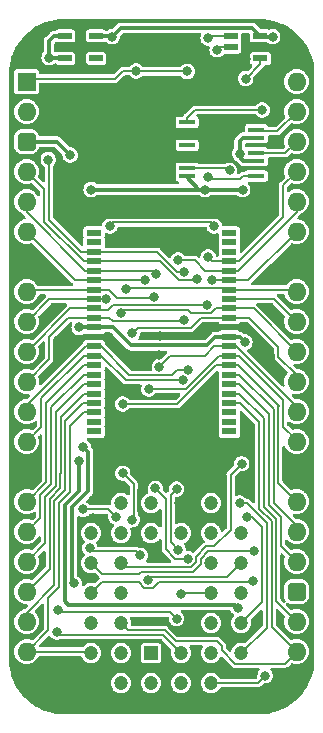
<source format=gbr>
%TF.GenerationSoftware,KiCad,Pcbnew,7.0.5*%
%TF.CreationDate,2023-12-18T11:30:08+02:00*%
%TF.ProjectId,HCP65 MPU Memory,48435036-3520-44d5-9055-204d656d6f72,rev?*%
%TF.SameCoordinates,Original*%
%TF.FileFunction,Copper,L1,Top*%
%TF.FilePolarity,Positive*%
%FSLAX46Y46*%
G04 Gerber Fmt 4.6, Leading zero omitted, Abs format (unit mm)*
G04 Created by KiCad (PCBNEW 7.0.5) date 2023-12-18 11:30:08*
%MOMM*%
%LPD*%
G01*
G04 APERTURE LIST*
G04 Aperture macros list*
%AMRoundRect*
0 Rectangle with rounded corners*
0 $1 Rounding radius*
0 $2 $3 $4 $5 $6 $7 $8 $9 X,Y pos of 4 corners*
0 Add a 4 corners polygon primitive as box body*
4,1,4,$2,$3,$4,$5,$6,$7,$8,$9,$2,$3,0*
0 Add four circle primitives for the rounded corners*
1,1,$1+$1,$2,$3*
1,1,$1+$1,$4,$5*
1,1,$1+$1,$6,$7*
1,1,$1+$1,$8,$9*
0 Add four rect primitives between the rounded corners*
20,1,$1+$1,$2,$3,$4,$5,0*
20,1,$1+$1,$4,$5,$6,$7,0*
20,1,$1+$1,$6,$7,$8,$9,0*
20,1,$1+$1,$8,$9,$2,$3,0*%
G04 Aperture macros list end*
%TA.AperFunction,ComponentPad*%
%ADD10R,1.200000X1.200000*%
%TD*%
%TA.AperFunction,ComponentPad*%
%ADD11C,1.200000*%
%TD*%
%TA.AperFunction,SMDPad,CuDef*%
%ADD12R,1.150000X0.600000*%
%TD*%
%TA.AperFunction,SMDPad,CuDef*%
%ADD13R,1.250000X0.600000*%
%TD*%
%TA.AperFunction,SMDPad,CuDef*%
%ADD14R,1.450000X0.450000*%
%TD*%
%TA.AperFunction,ComponentPad*%
%ADD15R,1.600000X1.600000*%
%TD*%
%TA.AperFunction,ComponentPad*%
%ADD16O,1.600000X1.600000*%
%TD*%
%TA.AperFunction,ComponentPad*%
%ADD17RoundRect,0.400000X-0.400000X-0.400000X0.400000X-0.400000X0.400000X0.400000X-0.400000X0.400000X0*%
%TD*%
%TA.AperFunction,SMDPad,CuDef*%
%ADD18R,1.295000X0.600000*%
%TD*%
%TA.AperFunction,ViaPad*%
%ADD19C,0.800000*%
%TD*%
%TA.AperFunction,Conductor*%
%ADD20C,0.200000*%
%TD*%
%TA.AperFunction,Conductor*%
%ADD21C,0.380000*%
%TD*%
G04 APERTURE END LIST*
D10*
%TO.P,IC46,1,A18*%
%TO.N,/Memory Board/A18*%
X96901000Y-119507000D03*
D11*
%TO.P,IC46,2,A16*%
%TO.N,/Memory Board/A16*%
X99441000Y-122047000D03*
%TO.P,IC46,3,A15*%
%TO.N,/Memory Board/A15*%
X99441000Y-119507000D03*
%TO.P,IC46,4,A12*%
%TO.N,/Memory Board/A12*%
X101981000Y-122047000D03*
%TO.P,IC46,5,A7*%
%TO.N,/Memory Board/A7*%
X104521000Y-119507000D03*
%TO.P,IC46,6,A6*%
%TO.N,/Memory Board/A6*%
X101981000Y-119507000D03*
%TO.P,IC46,7,A5*%
%TO.N,/Memory Board/A5*%
X104521000Y-116967000D03*
%TO.P,IC46,8,A4*%
%TO.N,/Memory Board/A4*%
X101981000Y-116967000D03*
%TO.P,IC46,9,A3*%
%TO.N,/Memory Board/A3*%
X104521000Y-114427000D03*
%TO.P,IC46,10,A2*%
%TO.N,/Memory Board/A2*%
X101981000Y-114427000D03*
%TO.P,IC46,11,A1*%
%TO.N,/Memory Board/A1*%
X104521000Y-111887000D03*
%TO.P,IC46,12,A0*%
%TO.N,/Memory Board/A0*%
X101981000Y-111887000D03*
%TO.P,IC46,13,DQ0*%
%TO.N,/Memory Board/D0*%
X104521000Y-109347000D03*
%TO.P,IC46,14,DQ1*%
%TO.N,/Memory Board/D1*%
X101981000Y-106807000D03*
%TO.P,IC46,15,DQ2*%
%TO.N,/Memory Board/D2*%
X101981000Y-109347000D03*
%TO.P,IC46,16,GND*%
%TO.N,/Memory Board/GND*%
X99441000Y-106807000D03*
%TO.P,IC46,17,DQ3*%
%TO.N,/Memory Board/D3*%
X99441000Y-109347000D03*
%TO.P,IC46,18,DQ4*%
%TO.N,/Memory Board/D4*%
X96901000Y-106807000D03*
%TO.P,IC46,19,DQ5*%
%TO.N,/Memory Board/D5*%
X96901000Y-109347000D03*
%TO.P,IC46,20,DQ6*%
%TO.N,/Memory Board/D6*%
X94361000Y-106807000D03*
%TO.P,IC46,21,DQ7*%
%TO.N,/Memory Board/D7*%
X91821000Y-109347000D03*
%TO.P,IC46,22,~{CE}*%
%TO.N,/Memory Board/~{ROM_{CS}}*%
X94361000Y-109347000D03*
%TO.P,IC46,23,A10*%
%TO.N,/Memory Board/A10*%
X91821000Y-111887000D03*
%TO.P,IC46,24,~{OE}*%
%TO.N,/Memory Board/~{RD}*%
X94361000Y-111887000D03*
%TO.P,IC46,25,A11*%
%TO.N,/Memory Board/A11*%
X91821000Y-114427000D03*
%TO.P,IC46,26,A9*%
%TO.N,/Memory Board/A9*%
X94361000Y-114427000D03*
%TO.P,IC46,27,A8*%
%TO.N,/Memory Board/A8*%
X91821000Y-116967000D03*
%TO.P,IC46,28,A13*%
%TO.N,/Memory Board/A13*%
X94361000Y-116967000D03*
%TO.P,IC46,29,A14*%
%TO.N,/Memory Board/A14*%
X91821000Y-119507000D03*
%TO.P,IC46,30,A17*%
%TO.N,/Memory Board/A17*%
X94361000Y-122047000D03*
%TO.P,IC46,31,~{WE}*%
%TO.N,/Memory Board/~{WD}*%
X94361000Y-119507000D03*
%TO.P,IC46,32,3V*%
%TO.N,/Memory Board/3.3V*%
X96901000Y-122047000D03*
%TD*%
D12*
%TO.P,IC45,1,VIN*%
%TO.N,/Memory Board/5V*%
X89632000Y-67249000D03*
%TO.P,IC45,2,GND*%
%TO.N,/Memory Board/GND*%
X89632000Y-68199000D03*
%TO.P,IC45,3,EN*%
%TO.N,/Memory Board/5V*%
X89632000Y-69149000D03*
%TO.P,IC45,4,ADJ*%
%TO.N,unconnected-(IC45-ADJ-Pad4)*%
X92232000Y-69149000D03*
%TO.P,IC45,5,VOUT*%
%TO.N,/Memory Board/3.3V*%
X92232000Y-67249000D03*
%TD*%
D13*
%TO.P,IC48,1,B*%
%TO.N,/Memory Board/~{ROM_{CS}}*%
X103652000Y-67249000D03*
%TO.P,IC48,2,A*%
%TO.N,/Memory Board/~{RAM_{CS}}*%
X103652000Y-68199000D03*
%TO.P,IC48,3,GND*%
%TO.N,/Memory Board/GND*%
X103652000Y-69149000D03*
%TO.P,IC48,4,Y*%
%TO.N,/Memory Board/~{RAM_{CS}}\u00B7~{ROM_{CS}}*%
X106152000Y-69149000D03*
%TO.P,IC48,5,3V*%
%TO.N,/Memory Board/3.3V*%
X106152000Y-67249000D03*
%TD*%
D14*
%TO.P,IC49,1,S*%
%TO.N,/Memory Board/~{RAM_{CS}}*%
X105795000Y-79110000D03*
%TO.P,IC49,2,1I0*%
%TO.N,/Memory Board/GND*%
X105795000Y-78460000D03*
%TO.P,IC49,3,1I1*%
%TO.N,/Memory Board/3.3V*%
X105795000Y-77810000D03*
%TO.P,IC49,4,1Y*%
%TO.N,/Memory Board/CH0_{OUT}*%
X105795000Y-77160000D03*
%TO.P,IC49,5,2I0*%
%TO.N,/Memory Board/GND*%
X105795000Y-76510000D03*
%TO.P,IC49,6,2I1*%
%TO.N,/Memory Board/3.3V*%
X105795000Y-75860000D03*
%TO.P,IC49,7,2Y*%
%TO.N,/Memory Board/CH1_{OUT}*%
X105795000Y-75210000D03*
%TO.P,IC49,8,GND*%
%TO.N,/Memory Board/GND*%
X105795000Y-74560000D03*
%TO.P,IC49,9,3Y*%
%TO.N,/Memory Board/CH2_{OUT}*%
X99945000Y-74560000D03*
%TO.P,IC49,10,3I1*%
%TO.N,/Memory Board/GND*%
X99945000Y-75210000D03*
%TO.P,IC49,11,3I0*%
X99945000Y-75860000D03*
%TO.P,IC49,12,4Y*%
%TO.N,unconnected-(IC49-4Y-Pad12)*%
X99945000Y-76510000D03*
%TO.P,IC49,13,4I1*%
%TO.N,/Memory Board/GND*%
X99945000Y-77160000D03*
%TO.P,IC49,14,4I0*%
X99945000Y-77810000D03*
%TO.P,IC49,15,~{OE}*%
%TO.N,/Memory Board/~{RAM_{CS}}\u00B7~{ROM_{CS}}*%
X99945000Y-78460000D03*
%TO.P,IC49,16,3V*%
%TO.N,/Memory Board/3.3V*%
X99945000Y-79110000D03*
%TD*%
D15*
%TO.P,J8,1,Pin_1*%
%TO.N,/Memory Board/~{ROM_{CS}}*%
X86360000Y-71120000D03*
D16*
%TO.P,J8,2,Pin_2*%
%TO.N,/Memory Board/A4*%
X86360000Y-73660000D03*
D17*
%TO.P,J8,3,Pin_3*%
%TO.N,/Memory Board/5V*%
X86360000Y-76200000D03*
D16*
%TO.P,J8,4,Pin_4*%
%TO.N,/Memory Board/A3*%
X86360000Y-78740000D03*
%TO.P,J8,5,Pin_5*%
%TO.N,/Memory Board/A2*%
X86360000Y-81280000D03*
%TO.P,J8,6,Pin_6*%
%TO.N,/Memory Board/A1*%
X86360000Y-83820000D03*
D15*
%TO.P,J8,7,Pin_7*%
%TO.N,/Memory Board/GND*%
X86360000Y-86360000D03*
D16*
%TO.P,J8,8,Pin_8*%
%TO.N,/Memory Board/A0*%
X86360000Y-88900000D03*
%TO.P,J8,9,Pin_9*%
%TO.N,/Memory Board/~{RAM_{CS}}*%
X86360000Y-91440000D03*
%TO.P,J8,10,Pin_10*%
%TO.N,/Memory Board/D0*%
X86360000Y-93980000D03*
%TO.P,J8,11,Pin_11*%
%TO.N,/Memory Board/D1*%
X86360000Y-96520000D03*
%TO.P,J8,12,Pin_12*%
%TO.N,/Memory Board/D2*%
X86360000Y-99060000D03*
%TO.P,J8,13,Pin_13*%
%TO.N,/Memory Board/D3*%
X86360000Y-101600000D03*
D15*
%TO.P,J8,14,Pin_14*%
%TO.N,/Memory Board/GND*%
X86360000Y-104140000D03*
D16*
%TO.P,J8,15,Pin_15*%
%TO.N,/Memory Board/~{WD}*%
X86360000Y-106680000D03*
%TO.P,J8,16,Pin_16*%
%TO.N,/Memory Board/A18*%
X86360000Y-109220000D03*
%TO.P,J8,17,Pin_17*%
%TO.N,/Memory Board/A17*%
X86360000Y-111760000D03*
%TO.P,J8,18,Pin_18*%
%TO.N,/Memory Board/A16*%
X86360000Y-114300000D03*
%TO.P,J8,19,Pin_19*%
%TO.N,/Memory Board/A15*%
X86360000Y-116840000D03*
%TO.P,J8,20,Pin_20*%
%TO.N,/Memory Board/A14*%
X86360000Y-119380000D03*
%TO.P,J8,21,Pin_21*%
%TO.N,/Memory Board/A13*%
X109220000Y-119380000D03*
%TO.P,J8,22,Pin_22*%
%TO.N,/Memory Board/A12*%
X109220000Y-116840000D03*
D17*
%TO.P,J8,23,Pin_23*%
%TO.N,/Memory Board/5V*%
X109220000Y-114300000D03*
D16*
%TO.P,J8,24,Pin_24*%
%TO.N,/Memory Board/A11*%
X109220000Y-111760000D03*
%TO.P,J8,25,Pin_25*%
%TO.N,/Memory Board/A10*%
X109220000Y-109220000D03*
%TO.P,J8,26,Pin_26*%
%TO.N,/Memory Board/A9*%
X109220000Y-106680000D03*
D15*
%TO.P,J8,27,Pin_27*%
%TO.N,/Memory Board/GND*%
X109220000Y-104140000D03*
D16*
%TO.P,J8,28,Pin_28*%
%TO.N,/Memory Board/D4*%
X109220000Y-101600000D03*
%TO.P,J8,29,Pin_29*%
%TO.N,/Memory Board/D5*%
X109220000Y-99060000D03*
%TO.P,J8,30,Pin_30*%
%TO.N,/Memory Board/D6*%
X109220000Y-96520000D03*
%TO.P,J8,31,Pin_31*%
%TO.N,/Memory Board/D7*%
X109220000Y-93980000D03*
%TO.P,J8,32,Pin_32*%
%TO.N,/Memory Board/~{RD}*%
X109220000Y-91440000D03*
%TO.P,J8,33,Pin_33*%
%TO.N,/Memory Board/A8*%
X109220000Y-88900000D03*
D15*
%TO.P,J8,34,Pin_34*%
%TO.N,/Memory Board/GND*%
X109220000Y-86360000D03*
D16*
%TO.P,J8,35,Pin_35*%
%TO.N,/Memory Board/A7*%
X109220000Y-83820000D03*
%TO.P,J8,36,Pin_36*%
%TO.N,/Memory Board/A6*%
X109220000Y-81280000D03*
%TO.P,J8,37,Pin_37*%
%TO.N,/Memory Board/A5*%
X109220000Y-78740000D03*
%TO.P,J8,38,Pin_38*%
%TO.N,/Memory Board/CH0_{OUT}*%
X109220000Y-76200000D03*
%TO.P,J8,39,Pin_39*%
%TO.N,/Memory Board/CH1_{OUT}*%
X109220000Y-73660000D03*
%TO.P,J8,40,Pin_40*%
%TO.N,/Memory Board/CH2_{OUT}*%
X109220000Y-71120000D03*
%TD*%
D18*
%TO.P,IC25,1,N.C.*%
%TO.N,unconnected-(IC25-N.C.-Pad1)*%
X92062000Y-83929000D03*
%TO.P,IC25,2,N.C.*%
%TO.N,unconnected-(IC25-N.C.-Pad2)*%
X92062000Y-84729000D03*
%TO.P,IC25,3,A4*%
%TO.N,/Memory Board/A4*%
X92062000Y-85529000D03*
%TO.P,IC25,4,A3*%
%TO.N,/Memory Board/A3*%
X92062000Y-86329000D03*
%TO.P,IC25,5,A2*%
%TO.N,/Memory Board/A2*%
X92062000Y-87129000D03*
%TO.P,IC25,6,A1*%
%TO.N,/Memory Board/A1*%
X92062000Y-87929000D03*
%TO.P,IC25,7,A0*%
%TO.N,/Memory Board/A0*%
X92062000Y-88729000D03*
%TO.P,IC25,8,~{CE}*%
%TO.N,/Memory Board/~{RAM_{CS}}*%
X92062000Y-89529000D03*
%TO.P,IC25,9,DQ0*%
%TO.N,/Memory Board/D0*%
X92062000Y-90329000D03*
%TO.P,IC25,10,DQ1*%
%TO.N,/Memory Board/D1*%
X92062000Y-91129000D03*
%TO.P,IC25,11,3V*%
%TO.N,/Memory Board/3.3V*%
X92062000Y-91929000D03*
%TO.P,IC25,12,GND*%
%TO.N,/Memory Board/GND*%
X92062000Y-92729000D03*
%TO.P,IC25,13,DQ2*%
%TO.N,/Memory Board/D2*%
X92062000Y-93529000D03*
%TO.P,IC25,14,DQ3*%
%TO.N,/Memory Board/D3*%
X92062000Y-94329000D03*
%TO.P,IC25,15,~{WE}*%
%TO.N,/Memory Board/~{WD}*%
X92062000Y-95129000D03*
%TO.P,IC25,16,A18*%
%TO.N,/Memory Board/A18*%
X92062000Y-95929000D03*
%TO.P,IC25,17,A17*%
%TO.N,/Memory Board/A17*%
X92062000Y-96729000D03*
%TO.P,IC25,18,A16*%
%TO.N,/Memory Board/A16*%
X92062000Y-97529000D03*
%TO.P,IC25,19,A15*%
%TO.N,/Memory Board/A15*%
X92062000Y-98329000D03*
%TO.P,IC25,20,A14*%
%TO.N,/Memory Board/A14*%
X92062000Y-99129000D03*
%TO.P,IC25,21,N.C.*%
%TO.N,unconnected-(IC25-N.C.-Pad21)*%
X92062000Y-99929000D03*
%TO.P,IC25,22,N.C.*%
%TO.N,unconnected-(IC25-N.C.-Pad22)*%
X92062000Y-100729000D03*
%TO.P,IC25,23,N.C.*%
%TO.N,unconnected-(IC25-N.C.-Pad23)*%
X103518000Y-100729000D03*
%TO.P,IC25,24,N.C.*%
%TO.N,unconnected-(IC25-N.C.-Pad24)*%
X103518000Y-99929000D03*
%TO.P,IC25,25,N.C.*%
%TO.N,unconnected-(IC25-N.C.-Pad25)*%
X103518000Y-99129000D03*
%TO.P,IC25,26,A13*%
%TO.N,/Memory Board/A13*%
X103518000Y-98329000D03*
%TO.P,IC25,27,A12*%
%TO.N,/Memory Board/A12*%
X103518000Y-97529000D03*
%TO.P,IC25,28,A11*%
%TO.N,/Memory Board/A11*%
X103518000Y-96729000D03*
%TO.P,IC25,29,A10*%
%TO.N,/Memory Board/A10*%
X103518000Y-95929000D03*
%TO.P,IC25,30,A9*%
%TO.N,/Memory Board/A9*%
X103518000Y-95129000D03*
%TO.P,IC25,31,DQ4*%
%TO.N,/Memory Board/D4*%
X103518000Y-94329000D03*
%TO.P,IC25,32,DQ5*%
%TO.N,/Memory Board/D5*%
X103518000Y-93529000D03*
%TO.P,IC25,33,3V*%
%TO.N,/Memory Board/3.3V*%
X103518000Y-92729000D03*
%TO.P,IC25,34,GND*%
%TO.N,/Memory Board/GND*%
X103518000Y-91929000D03*
%TO.P,IC25,35,DQ6*%
%TO.N,/Memory Board/D6*%
X103518000Y-91129000D03*
%TO.P,IC25,36,DQ7*%
%TO.N,/Memory Board/D7*%
X103518000Y-90329000D03*
%TO.P,IC25,37,~{OE}*%
%TO.N,/Memory Board/~{RD}*%
X103518000Y-89529000D03*
%TO.P,IC25,38,A8*%
%TO.N,/Memory Board/A8*%
X103518000Y-88729000D03*
%TO.P,IC25,39,A7*%
%TO.N,/Memory Board/A7*%
X103518000Y-87929000D03*
%TO.P,IC25,40,A6*%
%TO.N,/Memory Board/A6*%
X103518000Y-87129000D03*
%TO.P,IC25,41,A5*%
%TO.N,/Memory Board/A5*%
X103518000Y-86329000D03*
%TO.P,IC25,42,N.C.*%
%TO.N,unconnected-(IC25-N.C.-Pad42)*%
X103518000Y-85529000D03*
%TO.P,IC25,43,N.C.*%
%TO.N,unconnected-(IC25-N.C.-Pad43)*%
X103518000Y-84729000D03*
%TO.P,IC25,44,N.C.*%
%TO.N,unconnected-(IC25-N.C.-Pad44)*%
X103518000Y-83929000D03*
%TD*%
D19*
%TO.N,/Memory Board/A4*%
X99695000Y-87249000D03*
X88188901Y-77724000D03*
%TO.N,/Memory Board/A3*%
X100795338Y-87827237D03*
%TO.N,/Memory Board/A2*%
X97282000Y-87376000D03*
X99441000Y-114526128D03*
%TO.N,/Memory Board/A1*%
X96416598Y-87929249D03*
X96619000Y-113312642D03*
%TO.N,/Memory Board/A0*%
X97116614Y-89329249D03*
X97256884Y-105565000D03*
X99981000Y-111506000D03*
%TO.N,/Memory Board/~{WD}*%
X93893000Y-107950000D03*
X91154772Y-107344092D03*
%TO.N,/Memory Board/A18*%
X95993000Y-111243031D03*
X91694000Y-110617000D03*
%TO.N,/Memory Board/A16*%
X99050000Y-116586000D03*
X89027000Y-115824000D03*
%TO.N,/Memory Board/A15*%
X88900000Y-117729000D03*
%TO.N,/Memory Board/A12*%
X106553000Y-121412000D03*
%TO.N,/Memory Board/A11*%
X105537000Y-113411000D03*
%TO.N,/Memory Board/A10*%
X105579996Y-110871000D03*
%TO.N,/Memory Board/A9*%
X95293000Y-108202293D03*
X94492999Y-104277483D03*
X94492999Y-98425000D03*
%TO.N,/Memory Board/~{RD}*%
X104563420Y-103479548D03*
%TO.N,/Memory Board/A8*%
X94742000Y-88708000D03*
%TO.N,/Memory Board/A7*%
X102043000Y-87884000D03*
X104381013Y-106807000D03*
%TO.N,/Memory Board/A6*%
X99187000Y-86233000D03*
X99187000Y-110744000D03*
X99056884Y-105619272D03*
%TO.N,/Memory Board/A5*%
X105029000Y-107950000D03*
X101727000Y-85979000D03*
%TO.N,/Memory Board/5V*%
X90777000Y-103256186D03*
X88265000Y-69088000D03*
X104267000Y-115697000D03*
X90043000Y-77342984D03*
%TO.N,/Memory Board/~{RAM_{CS}}*%
X93402794Y-83340000D03*
X93090137Y-89501136D03*
X101727000Y-79186000D03*
X102237871Y-83340000D03*
X102489000Y-68453000D03*
%TO.N,/Memory Board/~{ROM_{CS}}*%
X101727000Y-67437000D03*
X95631000Y-70231000D03*
X99949000Y-70261997D03*
%TO.N,/Memory Board/GND*%
X90805005Y-67945005D03*
X107315000Y-74549000D03*
X89044797Y-92975033D03*
X107315000Y-78359000D03*
X106045005Y-83058005D03*
X93980000Y-102997000D03*
X91961000Y-108044092D03*
X87106042Y-121808958D03*
X93345000Y-92710000D03*
X97409000Y-111379000D03*
X107188000Y-95250000D03*
X92075000Y-82550002D03*
X94488000Y-94361000D03*
X97661000Y-92667000D03*
X104394000Y-74559990D03*
X104902000Y-69215000D03*
X105028999Y-92074999D03*
X105283000Y-102743000D03*
X97582634Y-94247000D03*
X107315000Y-76327000D03*
X93091000Y-120777000D03*
X98425000Y-84455000D03*
X101470000Y-75184008D03*
X89154000Y-82042000D03*
X100711000Y-120904000D03*
X91948000Y-106553000D03*
%TO.N,/Memory Board/D7*%
X94361000Y-90707730D03*
%TO.N,/Memory Board/D0*%
X101599633Y-90029249D03*
%TO.N,/Memory Board/D1*%
X99695000Y-91282000D03*
%TO.N,/Memory Board/D2*%
X100043000Y-95504000D03*
%TO.N,/Memory Board/D3*%
X99592593Y-96396826D03*
%TO.N,/Memory Board/D4*%
X96693000Y-97155000D03*
%TO.N,/Memory Board/D5*%
X97598000Y-95250000D03*
%TO.N,/Memory Board/D6*%
X95316598Y-92435122D03*
%TO.N,/Memory Board/3.3V*%
X91158000Y-102065627D03*
X104648000Y-80264000D03*
X93599000Y-67310000D03*
X101469992Y-80264000D03*
X107188000Y-67310000D03*
X90805000Y-91938976D03*
X90390000Y-113609697D03*
X104394000Y-77216010D03*
X91821000Y-80264000D03*
X104836342Y-93182429D03*
%TO.N,/Memory Board/~{RAM_{CS}}\u00B7~{ROM_{CS}}*%
X103544398Y-78631343D03*
X104902000Y-70866000D03*
%TO.N,/Memory Board/CH2_{OUT}*%
X106299000Y-73532992D03*
%TD*%
D20*
%TO.N,/Memory Board/A4*%
X90990000Y-85529000D02*
X88265001Y-82804001D01*
X88265001Y-82804001D02*
X88265001Y-77800100D01*
X92062000Y-85529000D02*
X90990000Y-85529000D01*
X88265001Y-77800100D02*
X88188901Y-77724000D01*
X99117686Y-87249000D02*
X99695000Y-87249000D01*
X92062000Y-85529000D02*
X97397686Y-85529000D01*
X97397686Y-85529000D02*
X99117686Y-87249000D01*
%TO.N,/Memory Board/A3*%
X87865001Y-80245001D02*
X87865001Y-82979501D01*
X100673575Y-87949000D02*
X100795338Y-87827237D01*
X92062000Y-86329000D02*
X97632000Y-86329000D01*
X91214500Y-86329000D02*
X92062000Y-86329000D01*
X86360000Y-78740000D02*
X87865001Y-80245001D01*
X87865001Y-82979501D02*
X91214500Y-86329000D01*
X97632000Y-86329000D02*
X99252000Y-87949000D01*
X99252000Y-87949000D02*
X100673575Y-87949000D01*
%TO.N,/Memory Board/A2*%
X99540128Y-114427000D02*
X99441000Y-114526128D01*
X86360000Y-82174500D02*
X91314500Y-87129000D01*
X97035000Y-87129000D02*
X97282000Y-87376000D01*
X92062000Y-87129000D02*
X97035000Y-87129000D01*
X91314500Y-87129000D02*
X92062000Y-87129000D01*
X86360000Y-81280000D02*
X86360000Y-82174500D01*
X101981000Y-114427000D02*
X99540128Y-114427000D01*
%TO.N,/Memory Board/A1*%
X86360000Y-83820000D02*
X90469000Y-87929000D01*
X96416349Y-87929000D02*
X96416598Y-87929249D01*
X92062000Y-87929000D02*
X96416349Y-87929000D01*
X103313000Y-113095000D02*
X96836642Y-113095000D01*
X96836642Y-113095000D02*
X96619000Y-113312642D01*
X104521000Y-111887000D02*
X103313000Y-113095000D01*
X90469000Y-87929000D02*
X92062000Y-87929000D01*
%TO.N,/Memory Board/A0*%
X93986951Y-89408000D02*
X97037863Y-89408000D01*
X86487000Y-88773000D02*
X92018000Y-88773000D01*
X97037863Y-89408000D02*
X97116614Y-89329249D01*
X92062000Y-88729000D02*
X93307951Y-88729000D01*
X93307951Y-88729000D02*
X93986951Y-89408000D01*
X97256884Y-105565000D02*
X98141000Y-106449116D01*
X98141000Y-106449116D02*
X98141000Y-110714000D01*
X98141000Y-110714000D02*
X98933000Y-111506000D01*
X98933000Y-111506000D02*
X99981000Y-111506000D01*
%TO.N,/Memory Board/~{WD}*%
X92062000Y-95129000D02*
X91214500Y-95129000D01*
X88011000Y-98332500D02*
X88011000Y-105029000D01*
X88011000Y-105029000D02*
X86360000Y-106680000D01*
X93287092Y-107344092D02*
X91154772Y-107344092D01*
X93893000Y-107950000D02*
X93287092Y-107344092D01*
X91214500Y-95129000D02*
X88011000Y-98332500D01*
%TO.N,/Memory Board/A18*%
X88411000Y-105194685D02*
X88411000Y-103989368D01*
X91930000Y-110853000D02*
X95602969Y-110853000D01*
X88443001Y-98700499D02*
X91214500Y-95929000D01*
X91214500Y-95929000D02*
X92062000Y-95929000D01*
X88411000Y-103989368D02*
X88443001Y-103957367D01*
X95602969Y-110853000D02*
X95993000Y-111243031D01*
X86360000Y-109220000D02*
X87510000Y-108070000D01*
X87510000Y-106095686D02*
X88411000Y-105194685D01*
X87510000Y-108070000D02*
X87510000Y-106095686D01*
X91694000Y-110617000D02*
X91930000Y-110853000D01*
X88443001Y-103957367D02*
X88443001Y-98700499D01*
%TO.N,/Memory Board/A17*%
X87910000Y-106261372D02*
X88811000Y-105360370D01*
X86360000Y-111760000D02*
X87910000Y-110210000D01*
X87910000Y-110210000D02*
X87910000Y-106261372D01*
X88843001Y-104123052D02*
X88843001Y-99100499D01*
X88811000Y-105360370D02*
X88811000Y-104155053D01*
X91214500Y-96729000D02*
X92062000Y-96729000D01*
X88811000Y-104155053D02*
X88843001Y-104123052D01*
X88843001Y-99100499D02*
X91214500Y-96729000D01*
%TO.N,/Memory Board/A16*%
X89243001Y-99500499D02*
X91214500Y-97529000D01*
X89211000Y-104320740D02*
X89243001Y-104288737D01*
X88310000Y-106427057D02*
X89211000Y-105526055D01*
X91214500Y-97529000D02*
X92062000Y-97529000D01*
X89270000Y-116067000D02*
X98531000Y-116067000D01*
X89027000Y-115824000D02*
X89270000Y-116067000D01*
X89243001Y-104288737D02*
X89243001Y-99500499D01*
X89211000Y-105526055D02*
X89211000Y-104320740D01*
X98531000Y-116067000D02*
X99050000Y-116586000D01*
X88310000Y-112350000D02*
X88310000Y-106427057D01*
X86360000Y-114300000D02*
X88310000Y-112350000D01*
%TO.N,/Memory Board/A15*%
X86360000Y-116119417D02*
X88710000Y-113769417D01*
X89154000Y-117983000D02*
X88900000Y-117729000D01*
X88710000Y-106592742D02*
X89611000Y-105691740D01*
X91155000Y-98329000D02*
X92062000Y-98329000D01*
X89611000Y-105691740D02*
X89611000Y-104486426D01*
X97917000Y-117983000D02*
X89154000Y-117983000D01*
X89643001Y-99840999D02*
X91155000Y-98329000D01*
X89643001Y-104454425D02*
X89643001Y-99840999D01*
X89611000Y-104486426D02*
X89643001Y-104454425D01*
X99441000Y-119507000D02*
X97917000Y-117983000D01*
X88710000Y-113769417D02*
X88710000Y-106592742D01*
%TO.N,/Memory Board/A14*%
X91180500Y-99129000D02*
X92062000Y-99129000D01*
X88200000Y-114845101D02*
X89110000Y-113935102D01*
X90043001Y-104620111D02*
X90043001Y-100266499D01*
X90011000Y-105857425D02*
X90011000Y-104652112D01*
X88200000Y-117540000D02*
X88200000Y-114845101D01*
X86360000Y-119380000D02*
X88200000Y-117540000D01*
X90011000Y-104652112D02*
X90043001Y-104620111D01*
X89110000Y-106758427D02*
X90011000Y-105857425D01*
X90043001Y-100266499D02*
X91180500Y-99129000D01*
X89110000Y-113935102D02*
X89110000Y-106758427D01*
X86360000Y-119380000D02*
X91694000Y-119380000D01*
%TO.N,/Memory Board/A13*%
X102489000Y-118491000D02*
X102870000Y-118872000D01*
X102870000Y-118872000D02*
X102870000Y-119253000D01*
X98990686Y-118491000D02*
X102489000Y-118491000D01*
X107099000Y-108311314D02*
X107099000Y-117259000D01*
X94961000Y-117567000D02*
X98066686Y-117567000D01*
X106070001Y-107282315D02*
X107099000Y-108311314D01*
X102870000Y-119253000D02*
X104024000Y-120407000D01*
X106070001Y-99974001D02*
X106070001Y-107282315D01*
X104024000Y-120407000D02*
X108193000Y-120407000D01*
X104425000Y-98329000D02*
X106070001Y-99974001D01*
X107099000Y-117259000D02*
X109220000Y-119380000D01*
X94361000Y-116967000D02*
X94961000Y-117567000D01*
X108193000Y-120407000D02*
X109220000Y-119380000D01*
X98066686Y-117567000D02*
X98990686Y-118491000D01*
X103518000Y-98329000D02*
X104425000Y-98329000D01*
%TO.N,/Memory Board/A12*%
X107499000Y-108145628D02*
X107499000Y-115119000D01*
X101981000Y-122047000D02*
X105918000Y-122047000D01*
X106470001Y-99633501D02*
X106470001Y-107116629D01*
X105918000Y-122047000D02*
X106553000Y-121412000D01*
X104365500Y-97529000D02*
X106470001Y-99633501D01*
X107499000Y-115119000D02*
X109220000Y-116840000D01*
X103518000Y-97529000D02*
X104365500Y-97529000D01*
X106470001Y-107116629D02*
X107499000Y-108145628D01*
%TO.N,/Memory Board/A11*%
X103518000Y-96729000D02*
X104365500Y-96729000D01*
X92728378Y-113519622D02*
X95836030Y-113519622D01*
X107899000Y-110439000D02*
X109220000Y-111760000D01*
X97561164Y-113511559D02*
X105436441Y-113511559D01*
X97060081Y-114012642D02*
X97561164Y-113511559D01*
X104365500Y-96729000D02*
X106870001Y-99233501D01*
X106870001Y-99233501D02*
X106870001Y-106950945D01*
X95836030Y-113519622D02*
X96329050Y-114012642D01*
X106870001Y-106950945D02*
X107899000Y-107979944D01*
X107899000Y-107979944D02*
X107899000Y-110439000D01*
X96329050Y-114012642D02*
X97060081Y-114012642D01*
X91821000Y-114427000D02*
X92728378Y-113519622D01*
X105436441Y-113511559D02*
X105537000Y-113411000D01*
%TO.N,/Memory Board/A10*%
X107270000Y-98818686D02*
X107270000Y-106785259D01*
X91821000Y-111887000D02*
X92740059Y-112806059D01*
X101724207Y-110871000D02*
X105579996Y-110871000D01*
X103518000Y-95929000D02*
X104380314Y-95929000D01*
X100469636Y-112606000D02*
X101081000Y-111994635D01*
X101081000Y-111994635D02*
X101081000Y-111514207D01*
X92740059Y-112806059D02*
X95874059Y-112806059D01*
X96074118Y-112606000D02*
X100469636Y-112606000D01*
X107270000Y-106785259D02*
X109220000Y-108735259D01*
X95874059Y-112806059D02*
X96074118Y-112606000D01*
X104380314Y-95929000D02*
X107270000Y-98818686D01*
X101081000Y-111514207D02*
X101724207Y-110871000D01*
%TO.N,/Memory Board/A9*%
X107696000Y-98552000D02*
X107670000Y-98578001D01*
X102416054Y-95129000D02*
X99120054Y-98425000D01*
X95419988Y-105204472D02*
X95419988Y-108075305D01*
X99120054Y-98425000D02*
X94492999Y-98425000D01*
X104273000Y-95129000D02*
X107696000Y-98552000D01*
X107670000Y-98578001D02*
X107670000Y-105130000D01*
X95419988Y-108075305D02*
X95293000Y-108202293D01*
X103518000Y-95129000D02*
X104273000Y-95129000D01*
X107670000Y-105130000D02*
X109220000Y-106680000D01*
X94492999Y-104277483D02*
X95419988Y-105204472D01*
X103518000Y-95129000D02*
X102416054Y-95129000D01*
%TO.N,/Memory Board/~{RD}*%
X107309000Y-89529000D02*
X109220000Y-91440000D01*
X103632000Y-104410968D02*
X104563420Y-103479548D01*
X103518000Y-89529000D02*
X107309000Y-89529000D01*
X100681000Y-111828950D02*
X100681000Y-111348521D01*
X102254000Y-110471000D02*
X103632000Y-109093000D01*
X100303950Y-112206000D02*
X100681000Y-111828950D01*
X100681000Y-111348521D02*
X101558522Y-110471000D01*
X103632000Y-109093000D02*
X103632000Y-104410968D01*
X94680000Y-112206000D02*
X100303950Y-112206000D01*
X101558522Y-110471000D02*
X102254000Y-110471000D01*
%TO.N,/Memory Board/A8*%
X103418249Y-88629249D02*
X94820751Y-88629249D01*
X94820751Y-88629249D02*
X94742000Y-88708000D01*
X103518000Y-88729000D02*
X109049000Y-88729000D01*
%TO.N,/Memory Board/A7*%
X105029000Y-106807000D02*
X104381013Y-106807000D01*
X106680000Y-117348000D02*
X106680000Y-108458000D01*
X103473000Y-87884000D02*
X102043000Y-87884000D01*
X103518000Y-87929000D02*
X105111000Y-87929000D01*
X104521000Y-119507000D02*
X106680000Y-117348000D01*
X106680000Y-108458000D02*
X105029000Y-106807000D01*
X105111000Y-87929000D02*
X109220000Y-83820000D01*
%TO.N,/Memory Board/A6*%
X109220000Y-82174500D02*
X104265500Y-87129000D01*
X101480000Y-87129000D02*
X100584000Y-86233000D01*
X103518000Y-87129000D02*
X101480000Y-87129000D01*
X104265500Y-87129000D02*
X103518000Y-87129000D01*
X98541000Y-106135156D02*
X98541000Y-110098000D01*
X100584000Y-86233000D02*
X99187000Y-86233000D01*
X109220000Y-81280000D02*
X109220000Y-82174500D01*
X99056884Y-105619272D02*
X98541000Y-106135156D01*
X98541000Y-110098000D02*
X99187000Y-110744000D01*
%TO.N,/Memory Board/A5*%
X102077000Y-86329000D02*
X101727000Y-85979000D01*
X103518000Y-86329000D02*
X104365500Y-86329000D01*
X106280000Y-108820000D02*
X105410000Y-107950000D01*
X105410000Y-107950000D02*
X105029000Y-107950000D01*
X104521000Y-116967000D02*
X106280000Y-115208000D01*
X104365500Y-86329000D02*
X108070000Y-82624500D01*
X108070000Y-79890000D02*
X109220000Y-78740000D01*
X108070000Y-82624500D02*
X108070000Y-79890000D01*
X103518000Y-86329000D02*
X102077000Y-86329000D01*
X106280000Y-115208000D02*
X106280000Y-108820000D01*
D21*
%TO.N,/Memory Board/5V*%
X88900016Y-76200000D02*
X90043000Y-77342984D01*
X89600000Y-115130524D02*
X89600000Y-106961392D01*
X89893771Y-115424295D02*
X89600000Y-115130524D01*
X103994295Y-115424295D02*
X89893771Y-115424295D01*
X88265000Y-67661000D02*
X88677000Y-67249000D01*
X89600000Y-106961392D02*
X90777000Y-105784392D01*
X88677000Y-67249000D02*
X89632000Y-67249000D01*
X86360000Y-76200000D02*
X88900016Y-76200000D01*
X88265000Y-69088000D02*
X88265000Y-67661000D01*
X90777000Y-105784392D02*
X90777000Y-103256186D01*
X104267000Y-115697000D02*
X103994295Y-115424295D01*
X88265000Y-69088000D02*
X89571000Y-69088000D01*
D20*
%TO.N,/Memory Board/~{RAM_{CS}}*%
X92062000Y-89529000D02*
X93062273Y-89529000D01*
X105795000Y-79110000D02*
X104659000Y-79110000D01*
X102743000Y-68199000D02*
X102489000Y-68453000D01*
X93402794Y-83340000D02*
X93702794Y-83040000D01*
X86360000Y-91440000D02*
X88271000Y-89529000D01*
X101872343Y-79331343D02*
X101727000Y-79186000D01*
X104659000Y-79110000D02*
X104437657Y-79331343D01*
X93702794Y-83040000D02*
X101937871Y-83040000D01*
X88271000Y-89529000D02*
X92062000Y-89529000D01*
X101937871Y-83040000D02*
X102237871Y-83340000D01*
X104437657Y-79331343D02*
X101872343Y-79331343D01*
X103652000Y-68199000D02*
X102743000Y-68199000D01*
X93062273Y-89529000D02*
X93090137Y-89501136D01*
%TO.N,/Memory Board/~{ROM_{CS}}*%
X94488000Y-70231000D02*
X95631000Y-70231000D01*
X95661997Y-70261997D02*
X95631000Y-70231000D01*
X101727000Y-67437000D02*
X101915000Y-67249000D01*
X99949000Y-70261997D02*
X95661997Y-70261997D01*
X86614000Y-70866000D02*
X93853000Y-70866000D01*
X101915000Y-67249000D02*
X103652000Y-67249000D01*
X93853000Y-70866000D02*
X94488000Y-70231000D01*
D21*
%TO.N,/Memory Board/GND*%
X104394010Y-74560000D02*
X104394000Y-74559990D01*
X99945000Y-77810000D02*
X99945000Y-77160000D01*
X92964000Y-105664000D02*
X92964000Y-103759000D01*
X104902000Y-69215000D02*
X103718000Y-69215000D01*
X97282000Y-111252000D02*
X97409000Y-111379000D01*
X99949000Y-106299000D02*
X99441000Y-106807000D01*
X104394000Y-74559990D02*
X102094018Y-74559990D01*
X107214000Y-78460000D02*
X105795000Y-78460000D01*
X105537002Y-82550002D02*
X106045005Y-83058005D01*
X109220000Y-86360000D02*
X110410000Y-87550000D01*
X89154000Y-82042000D02*
X89662002Y-82550002D01*
X91059002Y-68199002D02*
X90805005Y-67945005D01*
X95440500Y-109374145D02*
X96139000Y-108675645D01*
X96139000Y-108675645D02*
X96139000Y-107696000D01*
X89662002Y-82550002D02*
X92075000Y-82550002D01*
X95821500Y-109791500D02*
X97409000Y-111379000D01*
X85090000Y-102870000D02*
X86360000Y-104140000D01*
X99384113Y-104775000D02*
X99949000Y-105339887D01*
X97282000Y-111125000D02*
X97282000Y-111252000D01*
X93472000Y-103251000D02*
X93726000Y-102997000D01*
X107132000Y-76510000D02*
X107315000Y-76327000D01*
X87007229Y-74930000D02*
X85217000Y-74930000D01*
X99945000Y-75210000D02*
X99945000Y-75860000D01*
X99945000Y-75860000D02*
X98840000Y-75860000D01*
X94882000Y-94247000D02*
X94996000Y-94361000D01*
X94869000Y-110363000D02*
X93853000Y-110363000D01*
X95911000Y-105732771D02*
X96868771Y-104775000D01*
X95440500Y-109791500D02*
X94869000Y-110363000D01*
X107315000Y-74549000D02*
X105806000Y-74549000D01*
X101238000Y-91929000D02*
X100529000Y-92638000D01*
X93853000Y-110363000D02*
X92837000Y-109347000D01*
X99441000Y-106807000D02*
X103558452Y-102689548D01*
X101882000Y-69243000D02*
X100838002Y-68199002D01*
X92837000Y-108920092D02*
X91961000Y-108044092D01*
X93218000Y-120904000D02*
X93091000Y-120777000D01*
X107315000Y-78359000D02*
X107214000Y-78460000D01*
X110410000Y-87550000D02*
X110410000Y-102950000D01*
X85217000Y-74930000D02*
X85090000Y-75057000D01*
X102094018Y-74559990D02*
X101470000Y-75184008D01*
X104883000Y-91929000D02*
X105028999Y-92074999D01*
X100838002Y-68199002D02*
X91059002Y-68199002D01*
X92837000Y-105664000D02*
X92964000Y-105664000D01*
X85090000Y-87630000D02*
X85090000Y-102870000D01*
X98830000Y-77150000D02*
X98840000Y-77160000D01*
X99945000Y-75210000D02*
X101444008Y-75210000D01*
X94488000Y-93853000D02*
X93345000Y-92710000D01*
X90551010Y-68199000D02*
X90805005Y-67945005D01*
X89632000Y-68199000D02*
X90551010Y-68199000D01*
X92964000Y-103759000D02*
X93472000Y-103251000D01*
X92075000Y-82550002D02*
X105537002Y-82550002D01*
X95911000Y-107468000D02*
X95911000Y-105732771D01*
X85090000Y-85090000D02*
X86360000Y-86360000D01*
X97690000Y-92638000D02*
X97661000Y-92667000D01*
X103518000Y-91929000D02*
X104883000Y-91929000D01*
X105229548Y-102689548D02*
X105283000Y-102743000D01*
X93726000Y-102997000D02*
X93980000Y-102997000D01*
X92062000Y-92729000D02*
X89290830Y-92729000D01*
X92837000Y-109347000D02*
X92837000Y-108920092D01*
X107188000Y-94234000D02*
X105028999Y-92074999D01*
X95440500Y-109791500D02*
X95440500Y-109374145D01*
X107188000Y-95250000D02*
X107188000Y-94234000D01*
X98840000Y-77160000D02*
X99945000Y-77160000D01*
X100711000Y-120904000D02*
X93218000Y-120904000D01*
X99949000Y-105339887D02*
X99949000Y-106299000D01*
X110410000Y-102950000D02*
X109220000Y-104140000D01*
X97582634Y-94247000D02*
X94882000Y-94247000D01*
X88138000Y-120777000D02*
X87106042Y-121808958D01*
X86360000Y-86360000D02*
X85090000Y-87630000D01*
X99945000Y-75210000D02*
X87287229Y-75210000D01*
X105795000Y-74560000D02*
X104394010Y-74560000D01*
X93091000Y-120777000D02*
X88138000Y-120777000D01*
X93326000Y-92729000D02*
X93345000Y-92710000D01*
X85090000Y-75057000D02*
X85090000Y-85090000D01*
X87287229Y-75210000D02*
X87007229Y-74930000D01*
X103558452Y-102689548D02*
X105229548Y-102689548D01*
X96139000Y-107696000D02*
X95911000Y-107468000D01*
X91948000Y-106553000D02*
X92837000Y-105664000D01*
X89290830Y-92729000D02*
X89044797Y-92975033D01*
X94488000Y-94361000D02*
X94488000Y-93853000D01*
X94996000Y-94361000D02*
X94488000Y-94361000D01*
X96868771Y-104775000D02*
X99384113Y-104775000D01*
X105795000Y-76510000D02*
X107132000Y-76510000D01*
X103558000Y-69243000D02*
X101882000Y-69243000D01*
X103518000Y-91929000D02*
X101238000Y-91929000D01*
X98840000Y-75860000D02*
X98830000Y-75870000D01*
X95440500Y-109791500D02*
X95821500Y-109791500D01*
X98830000Y-75870000D02*
X98830000Y-77150000D01*
X100529000Y-92638000D02*
X97690000Y-92638000D01*
X92062000Y-92729000D02*
X93326000Y-92729000D01*
X101444008Y-75210000D02*
X101470000Y-75184008D01*
D20*
%TO.N,/Memory Board/D7*%
X94582730Y-90486000D02*
X94361000Y-90707730D01*
X103518000Y-90329000D02*
X102399315Y-90329000D01*
X99993623Y-90486000D02*
X94582730Y-90486000D01*
X101999315Y-90729000D02*
X100236623Y-90729000D01*
X102399315Y-90329000D02*
X101999315Y-90729000D01*
X100236623Y-90729000D02*
X99993623Y-90486000D01*
X103518000Y-90329000D02*
X105569000Y-90329000D01*
X105569000Y-90329000D02*
X109220000Y-93980000D01*
%TO.N,/Memory Board/D0*%
X86360000Y-93980000D02*
X90011000Y-90329000D01*
X93671061Y-90007730D02*
X94650950Y-90007730D01*
X94672469Y-90029249D02*
X101599633Y-90029249D01*
X92192450Y-90459450D02*
X93219341Y-90459450D01*
X93219341Y-90459450D02*
X93671061Y-90007730D01*
X90011000Y-90329000D02*
X92062000Y-90329000D01*
X94650950Y-90007730D02*
X94672469Y-90029249D01*
%TO.N,/Memory Board/D1*%
X86360000Y-96520000D02*
X88272996Y-94607004D01*
X92062000Y-91129000D02*
X93336045Y-91129000D01*
X89900893Y-91129000D02*
X92062000Y-91129000D01*
X99547000Y-91430000D02*
X99695000Y-91282000D01*
X88272996Y-92756897D02*
X89900893Y-91129000D01*
X88272996Y-94607004D02*
X88272996Y-92756897D01*
X93637045Y-91430000D02*
X99547000Y-91430000D01*
X93336045Y-91129000D02*
X93637045Y-91430000D01*
%TO.N,/Memory Board/D2*%
X95061000Y-95950000D02*
X98652188Y-95950000D01*
X92062000Y-93529000D02*
X92640000Y-93529000D01*
X92640000Y-93529000D02*
X95061000Y-95950000D01*
X91356950Y-93529000D02*
X92062000Y-93529000D01*
X86360000Y-98525950D02*
X91356950Y-93529000D01*
X99098188Y-95504000D02*
X100043000Y-95504000D01*
X98652188Y-95950000D02*
X99098188Y-95504000D01*
%TO.N,/Memory Board/D3*%
X87611000Y-100349000D02*
X87611000Y-97932500D01*
X91214500Y-94329000D02*
X92062000Y-94329000D01*
X92678000Y-94329000D02*
X94745826Y-96396826D01*
X87611000Y-97932500D02*
X91214500Y-94329000D01*
X92062000Y-94329000D02*
X92678000Y-94329000D01*
X86360000Y-101600000D02*
X87611000Y-100349000D01*
X94745826Y-96396826D02*
X99592593Y-96396826D01*
%TO.N,/Memory Board/D4*%
X99824369Y-97155000D02*
X96693000Y-97155000D01*
X104359198Y-94329000D02*
X108096000Y-98065802D01*
X108070000Y-100346258D02*
X109220000Y-101496258D01*
X103518000Y-94329000D02*
X104359198Y-94329000D01*
X108070000Y-98743686D02*
X108070000Y-100346258D01*
X103518000Y-94329000D02*
X102650369Y-94329000D01*
X108096000Y-98717686D02*
X108070000Y-98743686D01*
X108096000Y-98065802D02*
X108096000Y-98717686D01*
X102650369Y-94329000D02*
X99824369Y-97155000D01*
%TO.N,/Memory Board/D5*%
X101421964Y-94343000D02*
X98505000Y-94343000D01*
X103518000Y-93529000D02*
X104124884Y-93529000D01*
X98505000Y-94343000D02*
X97598000Y-95250000D01*
X103518000Y-93529000D02*
X102235965Y-93529000D01*
X102235965Y-93529000D02*
X101421964Y-94343000D01*
X104124884Y-93529000D02*
X108979384Y-98383500D01*
%TO.N,/Memory Board/D6*%
X107678000Y-93594025D02*
X107678000Y-94442250D01*
X100278623Y-91982000D02*
X98206950Y-91982000D01*
X95784720Y-91967000D02*
X95316598Y-92435122D01*
X98191950Y-91967000D02*
X95784720Y-91967000D01*
X103518000Y-91129000D02*
X101131623Y-91129000D01*
X105204975Y-91121000D02*
X107678000Y-93594025D01*
X107678000Y-94442250D02*
X109220000Y-95984250D01*
X98206950Y-91982000D02*
X98191950Y-91967000D01*
X103526000Y-91121000D02*
X105204975Y-91121000D01*
X101131623Y-91129000D02*
X100278623Y-91982000D01*
D21*
%TO.N,/Memory Board/3.3V*%
X90206980Y-107174654D02*
X91567000Y-105814634D01*
X92232000Y-67249000D02*
X93538000Y-67249000D01*
X104394000Y-77514000D02*
X104690000Y-77810000D01*
X105795000Y-75860000D02*
X104690000Y-75860000D01*
X104648000Y-80264000D02*
X101469992Y-80264000D01*
X95209229Y-93457000D02*
X93672229Y-91920000D01*
X90390000Y-113609697D02*
X90206980Y-113426677D01*
X90814976Y-91929000D02*
X90805000Y-91938976D01*
X102343000Y-92729000D02*
X101615000Y-93457000D01*
X93672229Y-91920000D02*
X92071000Y-91920000D01*
X104394000Y-77216010D02*
X104394000Y-77514000D01*
X93538000Y-67249000D02*
X93599000Y-67310000D01*
X90206980Y-113426677D02*
X90206980Y-107174654D01*
X104690000Y-77810000D02*
X105795000Y-77810000D01*
X106152000Y-67249000D02*
X105462000Y-66559000D01*
X91567000Y-105814634D02*
X91567000Y-102474627D01*
X101615000Y-93457000D02*
X95209229Y-93457000D01*
X103518000Y-92729000D02*
X102343000Y-92729000D01*
X99821998Y-79121002D02*
X100964996Y-80264000D01*
X104382913Y-92729000D02*
X104836342Y-93182429D01*
X105462000Y-66559000D02*
X94350000Y-66559000D01*
X94350000Y-66559000D02*
X93599000Y-67310000D01*
X103518000Y-92729000D02*
X104382913Y-92729000D01*
X104690000Y-75860000D02*
X104394000Y-76156000D01*
X92062000Y-91929000D02*
X90814976Y-91929000D01*
X100964996Y-80264000D02*
X101469992Y-80264000D01*
X101469992Y-80264000D02*
X91821000Y-80264000D01*
X91567000Y-102474627D02*
X91158000Y-102065627D01*
X104394000Y-76156000D02*
X104394000Y-77216010D01*
X107188000Y-67310000D02*
X106213000Y-67310000D01*
D20*
%TO.N,/Memory Board/~{RAM_{CS}}\u00B7~{ROM_{CS}}*%
X103373055Y-78460000D02*
X103544398Y-78631343D01*
X106152000Y-69149000D02*
X106152000Y-69616000D01*
X106152000Y-69616000D02*
X104902000Y-70866000D01*
X99945000Y-78460000D02*
X103373055Y-78460000D01*
%TO.N,/Memory Board/CH0_{OUT}*%
X105795000Y-77160000D02*
X108260000Y-77160000D01*
X108260000Y-77160000D02*
X109220000Y-76200000D01*
%TO.N,/Memory Board/CH1_{OUT}*%
X105896000Y-75311000D02*
X107569000Y-75311000D01*
X107569000Y-75311000D02*
X109220000Y-73660000D01*
%TO.N,/Memory Board/CH2_{OUT}*%
X99945000Y-74172000D02*
X100584008Y-73532992D01*
X99945000Y-74560000D02*
X99945000Y-74172000D01*
X100584008Y-73532992D02*
X106299000Y-73532992D01*
%TD*%
%TA.AperFunction,Conductor*%
%TO.N,/Memory Board/GND*%
G36*
X106248833Y-115837361D02*
G01*
X106304766Y-115879233D01*
X106329183Y-115944697D01*
X106329499Y-115953543D01*
X106329500Y-117151455D01*
X106309815Y-117218494D01*
X106293181Y-117239136D01*
X104876895Y-118655421D01*
X104815572Y-118688906D01*
X104763433Y-118689030D01*
X104762849Y-118688906D01*
X104678763Y-118671033D01*
X104610391Y-118656500D01*
X104431609Y-118656500D01*
X104413887Y-118660267D01*
X104256733Y-118693670D01*
X104256728Y-118693672D01*
X104093408Y-118766387D01*
X103948768Y-118871475D01*
X103829140Y-119004336D01*
X103739750Y-119159164D01*
X103739748Y-119159168D01*
X103687531Y-119319875D01*
X103648093Y-119377550D01*
X103583734Y-119404748D01*
X103514888Y-119392833D01*
X103481919Y-119369237D01*
X103256819Y-119144137D01*
X103223334Y-119082814D01*
X103220500Y-119056456D01*
X103220500Y-118921206D01*
X103223139Y-118895760D01*
X103223598Y-118893572D01*
X103225042Y-118886685D01*
X103221864Y-118861185D01*
X103220977Y-118854068D01*
X103220500Y-118846391D01*
X103220500Y-118842963D01*
X103220499Y-118842957D01*
X103217123Y-118822728D01*
X103216753Y-118820188D01*
X103215391Y-118809260D01*
X103210573Y-118770607D01*
X103210572Y-118770604D01*
X103208481Y-118763579D01*
X103206091Y-118756616D01*
X103182317Y-118712688D01*
X103181157Y-118710437D01*
X103167949Y-118683418D01*
X103159200Y-118665519D01*
X103154919Y-118659524D01*
X103150420Y-118653744D01*
X103150418Y-118653742D01*
X103113642Y-118619887D01*
X103111820Y-118618138D01*
X102771637Y-118277955D01*
X102755511Y-118258098D01*
X102750437Y-118250331D01*
X102724487Y-118230133D01*
X102718741Y-118225059D01*
X102716307Y-118222625D01*
X102699609Y-118210703D01*
X102697555Y-118209171D01*
X102672275Y-118189496D01*
X102658126Y-118178483D01*
X102658124Y-118178482D01*
X102651648Y-118174977D01*
X102645066Y-118171759D01*
X102597182Y-118157503D01*
X102594743Y-118156722D01*
X102547484Y-118140498D01*
X102540269Y-118139294D01*
X102532953Y-118138382D01*
X102484139Y-118140401D01*
X102483049Y-118140447D01*
X102480489Y-118140500D01*
X99187230Y-118140500D01*
X99120191Y-118120815D01*
X99099549Y-118104181D01*
X98349323Y-117353955D01*
X98333197Y-117334098D01*
X98328123Y-117326331D01*
X98302173Y-117306133D01*
X98296427Y-117301059D01*
X98293993Y-117298625D01*
X98277295Y-117286703D01*
X98275241Y-117285171D01*
X98249961Y-117265496D01*
X98235812Y-117254483D01*
X98235810Y-117254482D01*
X98229334Y-117250977D01*
X98222752Y-117247759D01*
X98174868Y-117233503D01*
X98172429Y-117232722D01*
X98125170Y-117216498D01*
X98117955Y-117215294D01*
X98110639Y-117214382D01*
X98061825Y-117216401D01*
X98060735Y-117216447D01*
X98058175Y-117216500D01*
X95327677Y-117216500D01*
X95260638Y-117196815D01*
X95214883Y-117144011D01*
X95204356Y-117079540D01*
X95216185Y-116967000D01*
X95197497Y-116789197D01*
X95142250Y-116619165D01*
X95133205Y-116603498D01*
X95116734Y-116535598D01*
X95139587Y-116469571D01*
X95194509Y-116426382D01*
X95240593Y-116417500D01*
X98275214Y-116417500D01*
X98342253Y-116437185D01*
X98388008Y-116489989D01*
X98398310Y-116556445D01*
X98394722Y-116585998D01*
X98394722Y-116586000D01*
X98413762Y-116742818D01*
X98450619Y-116840000D01*
X98469780Y-116890523D01*
X98559517Y-117020530D01*
X98677760Y-117125283D01*
X98677762Y-117125284D01*
X98817634Y-117198696D01*
X98971014Y-117236500D01*
X98971015Y-117236500D01*
X99128985Y-117236500D01*
X99282365Y-117198696D01*
X99299477Y-117189715D01*
X99422240Y-117125283D01*
X99540483Y-117020530D01*
X99577433Y-116966999D01*
X101125815Y-116966999D01*
X101144503Y-117144805D01*
X101144504Y-117144807D01*
X101199747Y-117314829D01*
X101199750Y-117314835D01*
X101289141Y-117469665D01*
X101308219Y-117490853D01*
X101408764Y-117602521D01*
X101408767Y-117602523D01*
X101408770Y-117602526D01*
X101553407Y-117707612D01*
X101716733Y-117780329D01*
X101891609Y-117817500D01*
X101891610Y-117817500D01*
X102070389Y-117817500D01*
X102070391Y-117817500D01*
X102245267Y-117780329D01*
X102408593Y-117707612D01*
X102553230Y-117602526D01*
X102563761Y-117590831D01*
X102598300Y-117552471D01*
X102672859Y-117469665D01*
X102762250Y-117314835D01*
X102817497Y-117144803D01*
X102836185Y-116967000D01*
X102817497Y-116789197D01*
X102762250Y-116619165D01*
X102672859Y-116464335D01*
X102615734Y-116400891D01*
X102553235Y-116331478D01*
X102553232Y-116331476D01*
X102553231Y-116331475D01*
X102553230Y-116331474D01*
X102408593Y-116226388D01*
X102245267Y-116153671D01*
X102245265Y-116153670D01*
X102117594Y-116126533D01*
X102070391Y-116116500D01*
X101891609Y-116116500D01*
X101860954Y-116123015D01*
X101716733Y-116153670D01*
X101716728Y-116153672D01*
X101553408Y-116226387D01*
X101408768Y-116331475D01*
X101289140Y-116464336D01*
X101199750Y-116619164D01*
X101199747Y-116619170D01*
X101144504Y-116789192D01*
X101144503Y-116789194D01*
X101125815Y-116966999D01*
X99577433Y-116966999D01*
X99630220Y-116890523D01*
X99686237Y-116742818D01*
X99705278Y-116586000D01*
X99702018Y-116559147D01*
X99686237Y-116429181D01*
X99649182Y-116331476D01*
X99630220Y-116281477D01*
X99540483Y-116151470D01*
X99461626Y-116081609D01*
X99424501Y-116022422D01*
X99425268Y-115952556D01*
X99463685Y-115894196D01*
X99527555Y-115865871D01*
X99543854Y-115864795D01*
X103549335Y-115864795D01*
X103616374Y-115884480D01*
X103662129Y-115937284D01*
X103665276Y-115944822D01*
X103686780Y-116001523D01*
X103776517Y-116131530D01*
X103878916Y-116222246D01*
X103916041Y-116281434D01*
X103915274Y-116351300D01*
X103888839Y-116398032D01*
X103829140Y-116464336D01*
X103739750Y-116619164D01*
X103739747Y-116619170D01*
X103684504Y-116789192D01*
X103684503Y-116789194D01*
X103665815Y-116966999D01*
X103684503Y-117144805D01*
X103684504Y-117144807D01*
X103739747Y-117314829D01*
X103739750Y-117314835D01*
X103829141Y-117469665D01*
X103848219Y-117490853D01*
X103948764Y-117602521D01*
X103948767Y-117602523D01*
X103948770Y-117602526D01*
X104093407Y-117707612D01*
X104256733Y-117780329D01*
X104431609Y-117817500D01*
X104431610Y-117817500D01*
X104610389Y-117817500D01*
X104610391Y-117817500D01*
X104785267Y-117780329D01*
X104948593Y-117707612D01*
X105093230Y-117602526D01*
X105103761Y-117590831D01*
X105138300Y-117552471D01*
X105212859Y-117469665D01*
X105302250Y-117314835D01*
X105357497Y-117144803D01*
X105376185Y-116967000D01*
X105357497Y-116789197D01*
X105341000Y-116738427D01*
X105339006Y-116668587D01*
X105371249Y-116612431D01*
X106117821Y-115865859D01*
X106179141Y-115832377D01*
X106248833Y-115837361D01*
G37*
%TD.AperFunction*%
%TA.AperFunction,Conductor*%
G36*
X105075470Y-91491185D02*
G01*
X105096112Y-91507819D01*
X107291181Y-93702888D01*
X107324666Y-93764211D01*
X107327500Y-93790569D01*
X107327500Y-94393038D01*
X107324861Y-94418482D01*
X107322957Y-94427561D01*
X107322957Y-94427567D01*
X107327023Y-94460187D01*
X107327500Y-94467864D01*
X107327500Y-94471290D01*
X107328536Y-94477498D01*
X107330876Y-94491526D01*
X107331245Y-94494058D01*
X107337427Y-94543643D01*
X107339520Y-94550676D01*
X107341907Y-94557629D01*
X107341908Y-94557631D01*
X107345919Y-94565042D01*
X107365691Y-94601580D01*
X107366864Y-94603858D01*
X107388802Y-94648734D01*
X107388804Y-94648736D01*
X107393071Y-94654714D01*
X107397582Y-94660509D01*
X107434341Y-94694348D01*
X107436190Y-94696122D01*
X108412181Y-95672113D01*
X108445666Y-95733436D01*
X108440682Y-95803128D01*
X108420354Y-95838458D01*
X108342317Y-95933547D01*
X108244769Y-96116043D01*
X108184699Y-96314067D01*
X108164417Y-96519999D01*
X108184699Y-96725934D01*
X108200890Y-96779308D01*
X108201513Y-96849175D01*
X108164264Y-96908287D01*
X108100969Y-96937878D01*
X108031725Y-96928551D01*
X107994548Y-96902983D01*
X106930023Y-95838458D01*
X105068501Y-93976935D01*
X105035016Y-93915612D01*
X105040000Y-93845920D01*
X105081872Y-93789987D01*
X105098544Y-93779464D01*
X105208582Y-93721712D01*
X105326825Y-93616959D01*
X105416562Y-93486952D01*
X105472579Y-93339247D01*
X105491620Y-93182429D01*
X105485408Y-93131264D01*
X105472579Y-93025610D01*
X105445208Y-92953440D01*
X105416562Y-92877906D01*
X105326825Y-92747899D01*
X105208582Y-92643146D01*
X105208580Y-92643145D01*
X105208579Y-92643144D01*
X105068707Y-92569732D01*
X104915328Y-92531929D01*
X104915327Y-92531929D01*
X104860165Y-92531929D01*
X104793126Y-92512244D01*
X104772484Y-92495610D01*
X104714356Y-92437482D01*
X104709719Y-92432294D01*
X104685914Y-92402443D01*
X104685913Y-92402442D01*
X104685912Y-92402441D01*
X104638806Y-92370324D01*
X104636916Y-92368983D01*
X104608518Y-92348025D01*
X104591070Y-92335148D01*
X104591068Y-92335147D01*
X104583707Y-92331256D01*
X104576197Y-92327639D01*
X104521731Y-92310839D01*
X104519528Y-92310114D01*
X104465732Y-92291289D01*
X104457553Y-92289741D01*
X104449312Y-92288500D01*
X104449308Y-92288500D01*
X104437565Y-92288500D01*
X104370526Y-92268815D01*
X104349887Y-92252185D01*
X104346102Y-92248400D01*
X104338767Y-92243499D01*
X104263240Y-92193034D01*
X104263239Y-92193033D01*
X104263235Y-92193032D01*
X104190177Y-92178500D01*
X104190174Y-92178500D01*
X102845826Y-92178500D01*
X102845823Y-92178500D01*
X102772764Y-92193032D01*
X102772760Y-92193033D01*
X102689897Y-92248400D01*
X102686113Y-92252185D01*
X102624788Y-92285667D01*
X102598435Y-92288500D01*
X102371221Y-92288500D01*
X102364281Y-92288110D01*
X102353174Y-92286859D01*
X102326345Y-92283835D01*
X102270364Y-92294427D01*
X102268080Y-92294815D01*
X102211692Y-92303315D01*
X102203760Y-92305761D01*
X102195869Y-92308522D01*
X102195868Y-92308523D01*
X102195866Y-92308523D01*
X102195863Y-92308525D01*
X102145472Y-92335156D01*
X102143405Y-92336200D01*
X102092056Y-92360928D01*
X102085166Y-92365625D01*
X102078468Y-92370569D01*
X102038172Y-92410865D01*
X102036504Y-92412471D01*
X101994715Y-92451247D01*
X101988921Y-92458513D01*
X101988251Y-92457979D01*
X101978970Y-92470066D01*
X101468858Y-92980181D01*
X101407535Y-93013666D01*
X101381177Y-93016500D01*
X95941981Y-93016500D01*
X95874942Y-92996815D01*
X95829187Y-92944011D01*
X95819243Y-92874853D01*
X95839931Y-92822060D01*
X95896818Y-92739645D01*
X95952835Y-92591940D01*
X95968252Y-92464965D01*
X95972780Y-92427677D01*
X95975826Y-92428046D01*
X95991561Y-92374461D01*
X96044365Y-92328706D01*
X96095876Y-92317500D01*
X98084078Y-92317500D01*
X98124341Y-92324219D01*
X98148462Y-92332500D01*
X98148468Y-92332500D01*
X98155704Y-92333708D01*
X98162996Y-92334617D01*
X98212900Y-92332552D01*
X98215461Y-92332500D01*
X100229412Y-92332500D01*
X100254857Y-92335138D01*
X100263938Y-92337043D01*
X100279628Y-92335087D01*
X100296562Y-92332977D01*
X100304238Y-92332500D01*
X100307658Y-92332500D01*
X100307663Y-92332500D01*
X100316926Y-92330954D01*
X100327901Y-92329123D01*
X100330434Y-92328753D01*
X100380016Y-92322573D01*
X100380022Y-92322569D01*
X100387074Y-92320470D01*
X100394000Y-92318092D01*
X100394004Y-92318092D01*
X100423256Y-92302261D01*
X100437952Y-92294308D01*
X100440213Y-92293143D01*
X100485107Y-92271198D01*
X100485110Y-92271194D01*
X100491076Y-92266935D01*
X100496877Y-92262419D01*
X100496881Y-92262418D01*
X100530724Y-92225653D01*
X100532449Y-92223854D01*
X101240485Y-91515819D01*
X101301809Y-91482334D01*
X101328167Y-91479500D01*
X102536689Y-91479500D01*
X102603728Y-91499185D01*
X102639791Y-91534609D01*
X102689898Y-91609600D01*
X102689899Y-91609601D01*
X102772760Y-91664966D01*
X102772764Y-91664967D01*
X102845821Y-91679499D01*
X102845824Y-91679500D01*
X102845826Y-91679500D01*
X104190176Y-91679500D01*
X104190177Y-91679499D01*
X104263240Y-91664966D01*
X104346101Y-91609601D01*
X104378652Y-91560883D01*
X104401554Y-91526609D01*
X104455166Y-91481804D01*
X104504656Y-91471500D01*
X105008431Y-91471500D01*
X105075470Y-91491185D01*
G37*
%TD.AperFunction*%
%TA.AperFunction,Conductor*%
G36*
X90170940Y-91499185D02*
G01*
X90216695Y-91551989D01*
X90226639Y-91621147D01*
X90219843Y-91647471D01*
X90168763Y-91782157D01*
X90149722Y-91938975D01*
X90149722Y-91938976D01*
X90168762Y-92095794D01*
X90218013Y-92225657D01*
X90224780Y-92243499D01*
X90314517Y-92373506D01*
X90432760Y-92478259D01*
X90444860Y-92484609D01*
X90572634Y-92551672D01*
X90726014Y-92589476D01*
X90726015Y-92589476D01*
X90883985Y-92589476D01*
X91037365Y-92551672D01*
X91144234Y-92495582D01*
X91177240Y-92478259D01*
X91177241Y-92478257D01*
X91183412Y-92473999D01*
X91184782Y-92475983D01*
X91237414Y-92451242D01*
X91306678Y-92460422D01*
X91309380Y-92461909D01*
X91316759Y-92464966D01*
X91389823Y-92479500D01*
X91389826Y-92479500D01*
X92734176Y-92479500D01*
X92734177Y-92479499D01*
X92807240Y-92464966D01*
X92890101Y-92409601D01*
X92890105Y-92409594D01*
X92898734Y-92400967D01*
X92900952Y-92403185D01*
X92939693Y-92370806D01*
X92989188Y-92360500D01*
X93438406Y-92360500D01*
X93505445Y-92380185D01*
X93526087Y-92396819D01*
X94877784Y-93748516D01*
X94882420Y-93753704D01*
X94906228Y-93783557D01*
X94953328Y-93815669D01*
X94955211Y-93817006D01*
X95001071Y-93850852D01*
X95001075Y-93850853D01*
X95008452Y-93854752D01*
X95015942Y-93858359D01*
X95015944Y-93858360D01*
X95043908Y-93866985D01*
X95070413Y-93875161D01*
X95072599Y-93875880D01*
X95126410Y-93894710D01*
X95126415Y-93894710D01*
X95134585Y-93896256D01*
X95142833Y-93897499D01*
X95142834Y-93897500D01*
X95199825Y-93897500D01*
X95202106Y-93897542D01*
X95259106Y-93899675D01*
X95268339Y-93898635D01*
X95268435Y-93899489D01*
X95283549Y-93897500D01*
X98155456Y-93897500D01*
X98222495Y-93917185D01*
X98268250Y-93969989D01*
X98278194Y-94039147D01*
X98249169Y-94102703D01*
X98243137Y-94109181D01*
X97787275Y-94565042D01*
X97725952Y-94598527D01*
X97684722Y-94598004D01*
X97684431Y-94600404D01*
X97676985Y-94599500D01*
X97519015Y-94599500D01*
X97519014Y-94599500D01*
X97365634Y-94637303D01*
X97225762Y-94710715D01*
X97107516Y-94815471D01*
X97017781Y-94945475D01*
X97017780Y-94945476D01*
X96961762Y-95093181D01*
X96942722Y-95249999D01*
X96942722Y-95250000D01*
X96961763Y-95406819D01*
X96961763Y-95406821D01*
X96971134Y-95431530D01*
X96976501Y-95501193D01*
X96943353Y-95562699D01*
X96882214Y-95596520D01*
X96855192Y-95599500D01*
X95257544Y-95599500D01*
X95190505Y-95579815D01*
X95169863Y-95563181D01*
X92996319Y-93389636D01*
X92962834Y-93328313D01*
X92960000Y-93301955D01*
X92960000Y-93204323D01*
X92959999Y-93204321D01*
X92945467Y-93131264D01*
X92945466Y-93131260D01*
X92918820Y-93091381D01*
X92890101Y-93048399D01*
X92824803Y-93004769D01*
X92807239Y-92993033D01*
X92807235Y-92993032D01*
X92734177Y-92978500D01*
X92734174Y-92978500D01*
X91389826Y-92978500D01*
X91389823Y-92978500D01*
X91316764Y-92993032D01*
X91316760Y-92993033D01*
X91233899Y-93048399D01*
X91178533Y-93131260D01*
X91178532Y-93131263D01*
X91166541Y-93191548D01*
X91136152Y-93251340D01*
X91104863Y-93285329D01*
X91103089Y-93287177D01*
X87610960Y-96779306D01*
X87549637Y-96812791D01*
X87479945Y-96807807D01*
X87424012Y-96765935D01*
X87399595Y-96700471D01*
X87399876Y-96679471D01*
X87399956Y-96678660D01*
X87415583Y-96520000D01*
X87395300Y-96314066D01*
X87339210Y-96129163D01*
X87338588Y-96059298D01*
X87370189Y-96005491D01*
X88486039Y-94889640D01*
X88505890Y-94873520D01*
X88513665Y-94868441D01*
X88533860Y-94842492D01*
X88538938Y-94836741D01*
X88541371Y-94834310D01*
X88553297Y-94817604D01*
X88554800Y-94815588D01*
X88585513Y-94776130D01*
X88585515Y-94776121D01*
X88589013Y-94769659D01*
X88592237Y-94763067D01*
X88597076Y-94746812D01*
X88606502Y-94715148D01*
X88607260Y-94712781D01*
X88623496Y-94665492D01*
X88623496Y-94665485D01*
X88624702Y-94658260D01*
X88625613Y-94650956D01*
X88623549Y-94601054D01*
X88623496Y-94598492D01*
X88623496Y-92953440D01*
X88643181Y-92886401D01*
X88659810Y-92865764D01*
X90009756Y-91515818D01*
X90071079Y-91482334D01*
X90097437Y-91479500D01*
X90103901Y-91479500D01*
X90170940Y-91499185D01*
G37*
%TD.AperFunction*%
%TA.AperFunction,Conductor*%
G36*
X101545909Y-83410185D02*
G01*
X101591664Y-83462989D01*
X101599189Y-83489696D01*
X101599839Y-83489536D01*
X101601633Y-83496818D01*
X101657650Y-83644522D01*
X101657651Y-83644523D01*
X101747388Y-83774530D01*
X101865631Y-83879283D01*
X101865633Y-83879284D01*
X102005505Y-83952696D01*
X102158885Y-83990500D01*
X102158886Y-83990500D01*
X102316856Y-83990500D01*
X102466326Y-83953660D01*
X102536128Y-83956729D01*
X102593190Y-83997049D01*
X102619395Y-84061819D01*
X102620000Y-84074057D01*
X102620000Y-84253676D01*
X102630171Y-84304807D01*
X102630171Y-84353190D01*
X102620000Y-84404321D01*
X102620000Y-85053676D01*
X102630171Y-85104807D01*
X102630171Y-85153190D01*
X102620000Y-85204321D01*
X102620000Y-85854500D01*
X102600315Y-85921539D01*
X102547511Y-85967294D01*
X102496000Y-85978500D01*
X102492072Y-85978500D01*
X102425033Y-85958815D01*
X102379278Y-85906011D01*
X102368976Y-85869447D01*
X102364057Y-85828938D01*
X102363237Y-85822182D01*
X102307220Y-85674477D01*
X102217483Y-85544470D01*
X102099240Y-85439717D01*
X102099238Y-85439716D01*
X102099237Y-85439715D01*
X101959365Y-85366303D01*
X101805986Y-85328500D01*
X101805985Y-85328500D01*
X101648015Y-85328500D01*
X101648014Y-85328500D01*
X101494634Y-85366303D01*
X101354762Y-85439715D01*
X101236516Y-85544471D01*
X101146781Y-85674475D01*
X101146780Y-85674476D01*
X101090762Y-85822181D01*
X101075868Y-85944853D01*
X101048246Y-86009031D01*
X100990312Y-86048088D01*
X100920459Y-86049623D01*
X100860866Y-86013149D01*
X100848967Y-85997734D01*
X100845437Y-85992331D01*
X100819487Y-85972133D01*
X100813741Y-85967059D01*
X100811307Y-85964625D01*
X100794609Y-85952703D01*
X100792555Y-85951171D01*
X100763398Y-85928478D01*
X100753126Y-85920483D01*
X100753124Y-85920482D01*
X100746648Y-85916977D01*
X100740066Y-85913759D01*
X100692182Y-85899503D01*
X100689743Y-85898722D01*
X100642484Y-85882498D01*
X100635269Y-85881294D01*
X100627953Y-85880382D01*
X100579139Y-85882401D01*
X100578049Y-85882447D01*
X100575489Y-85882500D01*
X99800564Y-85882500D01*
X99733525Y-85862815D01*
X99698513Y-85828938D01*
X99693848Y-85822180D01*
X99677483Y-85798470D01*
X99559240Y-85693717D01*
X99559238Y-85693716D01*
X99559237Y-85693715D01*
X99419365Y-85620303D01*
X99265986Y-85582500D01*
X99265985Y-85582500D01*
X99108015Y-85582500D01*
X99108014Y-85582500D01*
X98954634Y-85620303D01*
X98814762Y-85693715D01*
X98696516Y-85798471D01*
X98606781Y-85928475D01*
X98606779Y-85928478D01*
X98588465Y-85976767D01*
X98546286Y-86032469D01*
X98480688Y-86056525D01*
X98412498Y-86041297D01*
X98384843Y-86020475D01*
X97680323Y-85315955D01*
X97664197Y-85296098D01*
X97659123Y-85288331D01*
X97633173Y-85268133D01*
X97627427Y-85263059D01*
X97624993Y-85260625D01*
X97608295Y-85248703D01*
X97606241Y-85247171D01*
X97580961Y-85227496D01*
X97566812Y-85216483D01*
X97566810Y-85216482D01*
X97560334Y-85212977D01*
X97553752Y-85209759D01*
X97505868Y-85195503D01*
X97503429Y-85194722D01*
X97456170Y-85178498D01*
X97448955Y-85177294D01*
X97441639Y-85176382D01*
X97392825Y-85178401D01*
X97391735Y-85178447D01*
X97389175Y-85178500D01*
X93084000Y-85178500D01*
X93016961Y-85158815D01*
X92971206Y-85106011D01*
X92960000Y-85054500D01*
X92960000Y-84404323D01*
X92959999Y-84404321D01*
X92949829Y-84353190D01*
X92949829Y-84304807D01*
X92960000Y-84253676D01*
X92960000Y-84047375D01*
X92979685Y-83980336D01*
X93032489Y-83934581D01*
X93101647Y-83924637D01*
X93141625Y-83937578D01*
X93170429Y-83952696D01*
X93247118Y-83971597D01*
X93323808Y-83990500D01*
X93323809Y-83990500D01*
X93481779Y-83990500D01*
X93635159Y-83952696D01*
X93775034Y-83879283D01*
X93893277Y-83774530D01*
X93983014Y-83644523D01*
X94039031Y-83496818D01*
X94040826Y-83489536D01*
X94042800Y-83490022D01*
X94066323Y-83435373D01*
X94124258Y-83396318D01*
X94161795Y-83390500D01*
X101478870Y-83390500D01*
X101545909Y-83410185D01*
G37*
%TD.AperFunction*%
%TA.AperFunction,Conductor*%
G36*
X106046351Y-65805559D02*
G01*
X106450162Y-65823189D01*
X106455515Y-65823658D01*
X106854908Y-65876239D01*
X106860224Y-65877177D01*
X107253504Y-65964365D01*
X107258716Y-65965761D01*
X107618162Y-66079093D01*
X107642898Y-66086893D01*
X107647983Y-66088744D01*
X107764390Y-66136961D01*
X108020159Y-66242904D01*
X108025029Y-66245175D01*
X108382350Y-66431184D01*
X108387028Y-66433886D01*
X108726770Y-66650325D01*
X108731198Y-66653426D01*
X109040252Y-66890571D01*
X109050779Y-66898648D01*
X109054924Y-66902127D01*
X109351909Y-67174264D01*
X109355735Y-67178090D01*
X109627872Y-67475075D01*
X109631350Y-67479218D01*
X109735173Y-67614524D01*
X109876570Y-67798796D01*
X109879674Y-67803229D01*
X110096113Y-68142971D01*
X110098819Y-68147657D01*
X110257770Y-68453000D01*
X110284815Y-68504952D01*
X110287099Y-68509850D01*
X110314090Y-68575011D01*
X110441255Y-68882016D01*
X110443106Y-68887101D01*
X110564234Y-69271268D01*
X110565634Y-69276495D01*
X110652822Y-69669775D01*
X110653762Y-69675104D01*
X110706339Y-70074467D01*
X110706811Y-70079858D01*
X110724441Y-70483649D01*
X110724500Y-70486353D01*
X110724500Y-120013646D01*
X110724441Y-120016350D01*
X110706811Y-120420141D01*
X110706339Y-120425532D01*
X110653762Y-120824895D01*
X110652822Y-120830224D01*
X110565634Y-121223504D01*
X110564234Y-121228731D01*
X110443106Y-121612898D01*
X110441255Y-121617983D01*
X110287102Y-121990143D01*
X110284815Y-121995047D01*
X110098819Y-122352342D01*
X110096113Y-122357028D01*
X109879674Y-122696770D01*
X109876570Y-122701203D01*
X109631351Y-123020779D01*
X109627872Y-123024924D01*
X109355735Y-123321909D01*
X109351909Y-123325735D01*
X109054924Y-123597872D01*
X109050779Y-123601351D01*
X108731203Y-123846570D01*
X108726770Y-123849674D01*
X108387028Y-124066113D01*
X108382342Y-124068819D01*
X108025047Y-124254815D01*
X108020143Y-124257102D01*
X107647983Y-124411255D01*
X107642898Y-124413106D01*
X107258731Y-124534234D01*
X107253504Y-124535634D01*
X106860224Y-124622822D01*
X106854895Y-124623762D01*
X106455532Y-124676339D01*
X106450141Y-124676811D01*
X106046351Y-124694441D01*
X106043647Y-124694500D01*
X89536353Y-124694500D01*
X89533649Y-124694441D01*
X89129858Y-124676811D01*
X89124467Y-124676339D01*
X88725104Y-124623762D01*
X88719775Y-124622822D01*
X88326495Y-124535634D01*
X88321268Y-124534234D01*
X87937101Y-124413106D01*
X87932016Y-124411255D01*
X87640615Y-124290553D01*
X87559850Y-124257099D01*
X87554960Y-124254819D01*
X87197657Y-124068819D01*
X87192971Y-124066113D01*
X86853229Y-123849674D01*
X86848796Y-123846570D01*
X86529220Y-123601351D01*
X86525075Y-123597872D01*
X86228090Y-123325735D01*
X86224264Y-123321909D01*
X85952127Y-123024924D01*
X85948648Y-123020779D01*
X85769731Y-122787610D01*
X85703426Y-122701198D01*
X85700325Y-122696770D01*
X85483886Y-122357028D01*
X85481180Y-122352342D01*
X85472776Y-122336198D01*
X85322229Y-122047000D01*
X93505815Y-122047000D01*
X93524503Y-122224805D01*
X93524504Y-122224807D01*
X93579747Y-122394829D01*
X93579750Y-122394835D01*
X93669141Y-122549665D01*
X93710812Y-122595946D01*
X93788764Y-122682521D01*
X93788767Y-122682523D01*
X93788770Y-122682526D01*
X93933407Y-122787612D01*
X94096733Y-122860329D01*
X94271609Y-122897500D01*
X94271610Y-122897500D01*
X94450389Y-122897500D01*
X94450391Y-122897500D01*
X94625267Y-122860329D01*
X94788593Y-122787612D01*
X94933230Y-122682526D01*
X95052859Y-122549665D01*
X95142250Y-122394835D01*
X95197497Y-122224803D01*
X95216185Y-122047000D01*
X95216185Y-122046999D01*
X96045815Y-122046999D01*
X96064503Y-122224805D01*
X96064504Y-122224807D01*
X96119747Y-122394829D01*
X96119750Y-122394835D01*
X96209141Y-122549665D01*
X96250812Y-122595946D01*
X96328764Y-122682521D01*
X96328767Y-122682523D01*
X96328770Y-122682526D01*
X96473407Y-122787612D01*
X96636733Y-122860329D01*
X96811609Y-122897500D01*
X96811610Y-122897500D01*
X96990389Y-122897500D01*
X96990391Y-122897500D01*
X97165267Y-122860329D01*
X97328593Y-122787612D01*
X97473230Y-122682526D01*
X97592859Y-122549665D01*
X97682250Y-122394835D01*
X97737497Y-122224803D01*
X97756185Y-122047000D01*
X97756185Y-122046999D01*
X98585815Y-122046999D01*
X98604503Y-122224805D01*
X98604504Y-122224807D01*
X98659747Y-122394829D01*
X98659750Y-122394835D01*
X98749141Y-122549665D01*
X98790812Y-122595946D01*
X98868764Y-122682521D01*
X98868767Y-122682523D01*
X98868770Y-122682526D01*
X99013407Y-122787612D01*
X99176733Y-122860329D01*
X99351609Y-122897500D01*
X99351610Y-122897500D01*
X99530389Y-122897500D01*
X99530391Y-122897500D01*
X99705267Y-122860329D01*
X99868593Y-122787612D01*
X100013230Y-122682526D01*
X100132859Y-122549665D01*
X100222250Y-122394835D01*
X100277497Y-122224803D01*
X100296185Y-122047000D01*
X100277497Y-121869197D01*
X100249873Y-121784180D01*
X100222252Y-121699170D01*
X100222249Y-121699164D01*
X100209346Y-121676815D01*
X100132859Y-121544335D01*
X100086003Y-121492296D01*
X100013235Y-121411478D01*
X100013232Y-121411476D01*
X100013231Y-121411475D01*
X100013230Y-121411474D01*
X99868593Y-121306388D01*
X99705267Y-121233671D01*
X99705265Y-121233670D01*
X99577594Y-121206533D01*
X99530391Y-121196500D01*
X99351609Y-121196500D01*
X99320954Y-121203015D01*
X99176733Y-121233670D01*
X99176728Y-121233672D01*
X99013408Y-121306387D01*
X98868768Y-121411475D01*
X98749140Y-121544336D01*
X98659750Y-121699164D01*
X98659747Y-121699170D01*
X98604504Y-121869192D01*
X98604503Y-121869194D01*
X98585815Y-122046999D01*
X97756185Y-122046999D01*
X97737497Y-121869197D01*
X97709873Y-121784180D01*
X97682252Y-121699170D01*
X97682249Y-121699164D01*
X97669346Y-121676815D01*
X97592859Y-121544335D01*
X97546003Y-121492296D01*
X97473235Y-121411478D01*
X97473232Y-121411476D01*
X97473231Y-121411475D01*
X97473230Y-121411474D01*
X97328593Y-121306388D01*
X97165267Y-121233671D01*
X97165265Y-121233670D01*
X97037594Y-121206533D01*
X96990391Y-121196500D01*
X96811609Y-121196500D01*
X96780954Y-121203015D01*
X96636733Y-121233670D01*
X96636728Y-121233672D01*
X96473408Y-121306387D01*
X96328768Y-121411475D01*
X96209140Y-121544336D01*
X96119750Y-121699164D01*
X96119747Y-121699170D01*
X96064504Y-121869192D01*
X96064503Y-121869194D01*
X96045815Y-122046999D01*
X95216185Y-122046999D01*
X95197497Y-121869197D01*
X95169873Y-121784180D01*
X95142252Y-121699170D01*
X95142249Y-121699164D01*
X95129346Y-121676815D01*
X95052859Y-121544335D01*
X95006003Y-121492296D01*
X94933235Y-121411478D01*
X94933232Y-121411476D01*
X94933231Y-121411475D01*
X94933230Y-121411474D01*
X94788593Y-121306388D01*
X94625267Y-121233671D01*
X94625265Y-121233670D01*
X94497594Y-121206533D01*
X94450391Y-121196500D01*
X94271609Y-121196500D01*
X94240954Y-121203015D01*
X94096733Y-121233670D01*
X94096728Y-121233672D01*
X93933408Y-121306387D01*
X93788768Y-121411475D01*
X93669140Y-121544336D01*
X93579750Y-121699164D01*
X93579747Y-121699170D01*
X93524504Y-121869192D01*
X93524503Y-121869194D01*
X93505815Y-122047000D01*
X85322229Y-122047000D01*
X85295175Y-121995029D01*
X85292904Y-121990159D01*
X85179560Y-121716523D01*
X85138744Y-121617983D01*
X85136893Y-121612898D01*
X85073550Y-121412000D01*
X85015761Y-121228716D01*
X85014365Y-121223504D01*
X84927177Y-120830224D01*
X84926239Y-120824908D01*
X84873658Y-120425515D01*
X84873189Y-120420162D01*
X84855559Y-120016350D01*
X84855500Y-120013646D01*
X84855500Y-119380000D01*
X85304417Y-119380000D01*
X85324699Y-119585932D01*
X85324700Y-119585934D01*
X85384768Y-119783954D01*
X85482315Y-119966450D01*
X85482317Y-119966452D01*
X85613589Y-120126410D01*
X85709030Y-120204735D01*
X85773550Y-120257685D01*
X85956046Y-120355232D01*
X86154066Y-120415300D01*
X86154065Y-120415300D01*
X86174347Y-120417297D01*
X86360000Y-120435583D01*
X86565934Y-120415300D01*
X86763954Y-120355232D01*
X86946450Y-120257685D01*
X87106410Y-120126410D01*
X87237685Y-119966450D01*
X87320797Y-119810960D01*
X87328769Y-119796046D01*
X87377732Y-119746202D01*
X87438127Y-119730500D01*
X90909260Y-119730500D01*
X90976299Y-119750185D01*
X91022054Y-119802989D01*
X91027191Y-119816183D01*
X91039746Y-119854826D01*
X91039750Y-119854835D01*
X91129141Y-120009665D01*
X91138610Y-120020181D01*
X91248764Y-120142521D01*
X91248767Y-120142523D01*
X91248770Y-120142526D01*
X91393407Y-120247612D01*
X91556733Y-120320329D01*
X91731609Y-120357500D01*
X91731610Y-120357500D01*
X91910389Y-120357500D01*
X91910391Y-120357500D01*
X92085267Y-120320329D01*
X92248593Y-120247612D01*
X92393230Y-120142526D01*
X92403000Y-120131676D01*
X92419148Y-120113741D01*
X92512859Y-120009665D01*
X92602250Y-119854835D01*
X92657497Y-119684803D01*
X92676185Y-119507000D01*
X93505815Y-119507000D01*
X93524503Y-119684805D01*
X93524504Y-119684807D01*
X93579747Y-119854829D01*
X93579750Y-119854835D01*
X93669141Y-120009665D01*
X93678610Y-120020181D01*
X93788764Y-120142521D01*
X93788767Y-120142523D01*
X93788770Y-120142526D01*
X93933407Y-120247612D01*
X94096733Y-120320329D01*
X94271609Y-120357500D01*
X94271610Y-120357500D01*
X94450389Y-120357500D01*
X94450391Y-120357500D01*
X94625267Y-120320329D01*
X94788593Y-120247612D01*
X94933230Y-120142526D01*
X94942998Y-120131678D01*
X96050500Y-120131678D01*
X96065032Y-120204735D01*
X96065033Y-120204739D01*
X96065034Y-120204740D01*
X96120399Y-120287601D01*
X96169381Y-120320329D01*
X96203260Y-120342966D01*
X96203264Y-120342967D01*
X96276321Y-120357499D01*
X96276324Y-120357500D01*
X96276326Y-120357500D01*
X97525676Y-120357500D01*
X97525677Y-120357499D01*
X97598740Y-120342966D01*
X97681601Y-120287601D01*
X97736966Y-120204740D01*
X97751500Y-120131674D01*
X97751500Y-118882326D01*
X97751500Y-118882325D01*
X97751500Y-118882323D01*
X97751499Y-118882321D01*
X97736967Y-118809264D01*
X97736966Y-118809260D01*
X97711137Y-118770604D01*
X97681601Y-118726399D01*
X97598740Y-118671034D01*
X97598739Y-118671033D01*
X97598735Y-118671032D01*
X97525677Y-118656500D01*
X97525674Y-118656500D01*
X96276326Y-118656500D01*
X96276323Y-118656500D01*
X96203264Y-118671032D01*
X96203260Y-118671033D01*
X96120399Y-118726399D01*
X96065033Y-118809260D01*
X96065032Y-118809264D01*
X96050500Y-118882321D01*
X96050500Y-120131678D01*
X94942998Y-120131678D01*
X94943000Y-120131676D01*
X94959148Y-120113741D01*
X95052859Y-120009665D01*
X95142250Y-119854835D01*
X95197497Y-119684803D01*
X95216185Y-119507000D01*
X95197497Y-119329197D01*
X95142250Y-119159165D01*
X95052859Y-119004335D01*
X94983030Y-118926782D01*
X94933235Y-118871478D01*
X94933232Y-118871476D01*
X94933231Y-118871475D01*
X94933230Y-118871474D01*
X94788593Y-118766388D01*
X94625267Y-118693671D01*
X94625265Y-118693670D01*
X94468113Y-118660267D01*
X94450391Y-118656500D01*
X94271609Y-118656500D01*
X94253887Y-118660267D01*
X94096733Y-118693670D01*
X94096728Y-118693672D01*
X93933408Y-118766387D01*
X93788768Y-118871475D01*
X93669140Y-119004336D01*
X93579750Y-119159164D01*
X93579747Y-119159170D01*
X93524504Y-119329192D01*
X93524503Y-119329194D01*
X93505815Y-119507000D01*
X92676185Y-119507000D01*
X92657497Y-119329197D01*
X92602250Y-119159165D01*
X92512859Y-119004335D01*
X92443030Y-118926782D01*
X92393235Y-118871478D01*
X92393232Y-118871476D01*
X92393231Y-118871475D01*
X92393230Y-118871474D01*
X92248593Y-118766388D01*
X92085267Y-118693671D01*
X92085265Y-118693670D01*
X91928113Y-118660267D01*
X91910391Y-118656500D01*
X91731609Y-118656500D01*
X91713887Y-118660267D01*
X91556733Y-118693670D01*
X91556728Y-118693672D01*
X91393408Y-118766387D01*
X91248768Y-118871475D01*
X91143424Y-118988472D01*
X91083937Y-119025121D01*
X91051274Y-119029500D01*
X87505543Y-119029500D01*
X87438504Y-119009815D01*
X87392749Y-118957011D01*
X87382805Y-118887853D01*
X87411830Y-118824297D01*
X87417862Y-118817819D01*
X87733366Y-118502315D01*
X88166538Y-118069142D01*
X88227859Y-118035659D01*
X88297550Y-118040643D01*
X88353484Y-118082515D01*
X88356267Y-118086384D01*
X88380033Y-118120815D01*
X88409517Y-118163530D01*
X88527760Y-118268283D01*
X88527762Y-118268284D01*
X88667634Y-118341696D01*
X88821014Y-118379500D01*
X88821015Y-118379500D01*
X88978985Y-118379500D01*
X89132365Y-118341696D01*
X89132373Y-118341691D01*
X89132728Y-118341558D01*
X89133485Y-118341419D01*
X89139649Y-118339900D01*
X89139740Y-118340272D01*
X89176699Y-118333500D01*
X97720456Y-118333500D01*
X97787495Y-118353185D01*
X97808137Y-118369819D01*
X98590748Y-119152430D01*
X98624233Y-119213753D01*
X98620999Y-119278428D01*
X98604503Y-119329197D01*
X98585815Y-119507000D01*
X98604503Y-119684805D01*
X98604504Y-119684807D01*
X98659747Y-119854829D01*
X98659750Y-119854835D01*
X98749141Y-120009665D01*
X98758610Y-120020181D01*
X98868764Y-120142521D01*
X98868767Y-120142523D01*
X98868770Y-120142526D01*
X99013407Y-120247612D01*
X99176733Y-120320329D01*
X99351609Y-120357500D01*
X99351610Y-120357500D01*
X99530389Y-120357500D01*
X99530391Y-120357500D01*
X99705267Y-120320329D01*
X99868593Y-120247612D01*
X100013230Y-120142526D01*
X100023000Y-120131676D01*
X100039148Y-120113741D01*
X100132859Y-120009665D01*
X100222250Y-119854835D01*
X100277497Y-119684803D01*
X100296185Y-119507000D01*
X100277497Y-119329197D01*
X100222250Y-119159165D01*
X100146233Y-119027499D01*
X100129761Y-118959599D01*
X100152614Y-118893572D01*
X100207536Y-118850382D01*
X100253621Y-118841500D01*
X101168379Y-118841500D01*
X101235418Y-118861185D01*
X101281173Y-118913989D01*
X101291117Y-118983147D01*
X101275767Y-119027499D01*
X101203639Y-119152430D01*
X101199749Y-119159167D01*
X101199747Y-119159170D01*
X101144504Y-119329192D01*
X101144503Y-119329194D01*
X101125815Y-119507000D01*
X101144503Y-119684805D01*
X101144504Y-119684807D01*
X101199747Y-119854829D01*
X101199750Y-119854835D01*
X101289141Y-120009665D01*
X101298610Y-120020181D01*
X101408764Y-120142521D01*
X101408767Y-120142523D01*
X101408770Y-120142526D01*
X101553407Y-120247612D01*
X101716733Y-120320329D01*
X101891609Y-120357500D01*
X101891610Y-120357500D01*
X102070389Y-120357500D01*
X102070391Y-120357500D01*
X102245267Y-120320329D01*
X102408593Y-120247612D01*
X102553230Y-120142526D01*
X102563000Y-120131676D01*
X102579148Y-120113741D01*
X102672859Y-120009665D01*
X102759744Y-119859174D01*
X102810311Y-119810960D01*
X102878917Y-119797736D01*
X102943782Y-119823704D01*
X102954812Y-119833494D01*
X103741362Y-120620044D01*
X103757489Y-120639902D01*
X103762563Y-120647669D01*
X103762565Y-120647671D01*
X103788505Y-120667860D01*
X103794268Y-120672950D01*
X103796693Y-120675375D01*
X103796695Y-120675377D01*
X103813390Y-120687297D01*
X103815445Y-120688829D01*
X103818169Y-120690949D01*
X103854874Y-120719517D01*
X103854878Y-120719518D01*
X103861346Y-120723018D01*
X103867930Y-120726237D01*
X103867933Y-120726239D01*
X103915842Y-120740502D01*
X103918244Y-120741272D01*
X103965512Y-120757500D01*
X103965514Y-120757500D01*
X103972754Y-120758708D01*
X103980046Y-120759617D01*
X104029950Y-120757552D01*
X104032511Y-120757500D01*
X105983851Y-120757500D01*
X106050890Y-120777185D01*
X106096645Y-120829989D01*
X106106589Y-120899147D01*
X106077564Y-120962703D01*
X106066076Y-120974317D01*
X106062517Y-120977469D01*
X105972781Y-121107475D01*
X105972780Y-121107476D01*
X105916762Y-121255181D01*
X105897722Y-121411999D01*
X105897722Y-121412000D01*
X105907724Y-121494382D01*
X105896263Y-121563305D01*
X105872309Y-121597008D01*
X105809135Y-121660182D01*
X105747815Y-121693666D01*
X105721456Y-121696500D01*
X102832303Y-121696500D01*
X102765264Y-121676815D01*
X102724916Y-121634500D01*
X102700462Y-121592146D01*
X102672859Y-121544335D01*
X102626003Y-121492296D01*
X102553235Y-121411478D01*
X102553232Y-121411476D01*
X102553231Y-121411475D01*
X102553230Y-121411474D01*
X102408593Y-121306388D01*
X102245267Y-121233671D01*
X102245265Y-121233670D01*
X102117594Y-121206533D01*
X102070391Y-121196500D01*
X101891609Y-121196500D01*
X101860954Y-121203015D01*
X101716733Y-121233670D01*
X101716728Y-121233672D01*
X101553408Y-121306387D01*
X101408768Y-121411475D01*
X101289140Y-121544336D01*
X101199750Y-121699164D01*
X101199747Y-121699170D01*
X101144504Y-121869192D01*
X101144503Y-121869194D01*
X101125815Y-122046999D01*
X101144503Y-122224805D01*
X101144504Y-122224807D01*
X101199747Y-122394829D01*
X101199750Y-122394835D01*
X101289141Y-122549665D01*
X101330812Y-122595946D01*
X101408764Y-122682521D01*
X101408767Y-122682523D01*
X101408770Y-122682526D01*
X101553407Y-122787612D01*
X101716733Y-122860329D01*
X101891609Y-122897500D01*
X101891610Y-122897500D01*
X102070389Y-122897500D01*
X102070391Y-122897500D01*
X102245267Y-122860329D01*
X102408593Y-122787612D01*
X102553230Y-122682526D01*
X102672859Y-122549665D01*
X102708936Y-122487177D01*
X102724916Y-122459500D01*
X102775483Y-122411284D01*
X102832303Y-122397500D01*
X105868789Y-122397500D01*
X105894234Y-122400138D01*
X105903315Y-122402043D01*
X105919005Y-122400087D01*
X105935939Y-122397977D01*
X105943615Y-122397500D01*
X105947035Y-122397500D01*
X105947040Y-122397500D01*
X105956303Y-122395954D01*
X105967278Y-122394123D01*
X105969811Y-122393753D01*
X106019393Y-122387573D01*
X106019399Y-122387569D01*
X106026451Y-122385470D01*
X106033377Y-122383092D01*
X106033381Y-122383092D01*
X106062266Y-122367459D01*
X106077329Y-122359308D01*
X106079590Y-122358143D01*
X106124484Y-122336198D01*
X106124487Y-122336194D01*
X106130453Y-122331935D01*
X106136254Y-122327419D01*
X106136258Y-122327418D01*
X106170101Y-122290653D01*
X106171826Y-122288854D01*
X106363725Y-122096955D01*
X106425046Y-122063472D01*
X106466271Y-122064039D01*
X106466568Y-122061596D01*
X106474014Y-122062500D01*
X106474015Y-122062500D01*
X106631985Y-122062500D01*
X106785365Y-122024696D01*
X106815444Y-122008909D01*
X106925240Y-121951283D01*
X107043483Y-121846530D01*
X107133220Y-121716523D01*
X107189237Y-121568818D01*
X107208278Y-121412000D01*
X107195455Y-121306388D01*
X107189237Y-121255181D01*
X107166982Y-121196500D01*
X107133220Y-121107477D01*
X107043483Y-120977470D01*
X107039924Y-120974317D01*
X107002796Y-120915128D01*
X107003562Y-120845263D01*
X107041979Y-120786902D01*
X107105849Y-120758576D01*
X107122149Y-120757500D01*
X108143789Y-120757500D01*
X108169234Y-120760138D01*
X108178315Y-120762043D01*
X108194005Y-120760087D01*
X108210939Y-120757977D01*
X108218615Y-120757500D01*
X108222035Y-120757500D01*
X108222040Y-120757500D01*
X108231303Y-120755954D01*
X108242278Y-120754123D01*
X108244811Y-120753753D01*
X108294393Y-120747573D01*
X108294399Y-120747569D01*
X108301451Y-120745470D01*
X108308377Y-120743092D01*
X108308381Y-120743092D01*
X108347491Y-120721926D01*
X108352329Y-120719308D01*
X108354590Y-120718143D01*
X108399484Y-120696198D01*
X108399487Y-120696194D01*
X108405453Y-120691935D01*
X108411254Y-120687419D01*
X108411258Y-120687418D01*
X108445101Y-120650653D01*
X108446826Y-120648854D01*
X108705491Y-120390189D01*
X108766812Y-120356706D01*
X108829162Y-120359210D01*
X109014066Y-120415300D01*
X109014065Y-120415300D01*
X109034347Y-120417297D01*
X109220000Y-120435583D01*
X109425934Y-120415300D01*
X109623954Y-120355232D01*
X109806450Y-120257685D01*
X109966410Y-120126410D01*
X110097685Y-119966450D01*
X110195232Y-119783954D01*
X110255300Y-119585934D01*
X110275583Y-119380000D01*
X110255300Y-119174066D01*
X110195232Y-118976046D01*
X110097685Y-118793550D01*
X110015716Y-118693670D01*
X109966410Y-118633589D01*
X109806452Y-118502317D01*
X109806453Y-118502317D01*
X109806450Y-118502315D01*
X109623954Y-118404768D01*
X109425934Y-118344700D01*
X109425932Y-118344699D01*
X109425934Y-118344699D01*
X109238463Y-118326235D01*
X109220000Y-118324417D01*
X109219999Y-118324417D01*
X109014067Y-118344699D01*
X108829166Y-118400788D01*
X108759299Y-118401411D01*
X108705490Y-118369808D01*
X107485819Y-117150137D01*
X107452334Y-117088814D01*
X107449500Y-117062456D01*
X107449500Y-115864544D01*
X107469185Y-115797505D01*
X107521989Y-115751750D01*
X107591147Y-115741806D01*
X107654703Y-115770831D01*
X107661181Y-115776863D01*
X108209808Y-116325490D01*
X108243293Y-116386813D01*
X108240788Y-116449166D01*
X108184699Y-116634067D01*
X108164417Y-116839999D01*
X108184699Y-117045932D01*
X108197707Y-117088814D01*
X108244768Y-117243954D01*
X108342315Y-117426450D01*
X108376969Y-117468677D01*
X108473589Y-117586410D01*
X108518928Y-117623618D01*
X108633550Y-117717685D01*
X108816046Y-117815232D01*
X109014066Y-117875300D01*
X109014065Y-117875300D01*
X109034348Y-117877297D01*
X109220000Y-117895583D01*
X109425934Y-117875300D01*
X109623954Y-117815232D01*
X109806450Y-117717685D01*
X109966410Y-117586410D01*
X110097685Y-117426450D01*
X110195232Y-117243954D01*
X110255300Y-117045934D01*
X110275583Y-116840000D01*
X110255300Y-116634066D01*
X110195232Y-116436046D01*
X110097685Y-116253550D01*
X110015716Y-116153670D01*
X109966410Y-116093589D01*
X109806452Y-115962317D01*
X109806453Y-115962317D01*
X109806450Y-115962315D01*
X109623954Y-115864768D01*
X109425934Y-115804700D01*
X109425932Y-115804699D01*
X109425934Y-115804699D01*
X109238463Y-115786235D01*
X109220000Y-115784417D01*
X109219999Y-115784417D01*
X109014067Y-115804699D01*
X108829166Y-115860788D01*
X108759299Y-115861411D01*
X108705490Y-115829808D01*
X108318343Y-115442661D01*
X108284858Y-115381338D01*
X108289842Y-115311646D01*
X108331714Y-115255713D01*
X108397178Y-115231296D01*
X108465451Y-115246148D01*
X108469140Y-115248245D01*
X108559602Y-115301744D01*
X108583813Y-115308778D01*
X108717426Y-115347597D01*
X108717429Y-115347597D01*
X108717431Y-115347598D01*
X108754306Y-115350500D01*
X108754314Y-115350500D01*
X109685686Y-115350500D01*
X109685694Y-115350500D01*
X109722569Y-115347598D01*
X109722571Y-115347597D01*
X109722573Y-115347597D01*
X109764899Y-115335300D01*
X109880398Y-115301744D01*
X110021865Y-115218081D01*
X110138081Y-115101865D01*
X110221744Y-114960398D01*
X110267598Y-114802569D01*
X110270500Y-114765694D01*
X110270500Y-113834306D01*
X110267598Y-113797431D01*
X110265867Y-113791474D01*
X110221745Y-113639606D01*
X110221744Y-113639603D01*
X110221744Y-113639602D01*
X110138081Y-113498135D01*
X110138079Y-113498133D01*
X110138076Y-113498129D01*
X110021870Y-113381923D01*
X110021862Y-113381917D01*
X109925229Y-113324769D01*
X109880398Y-113298256D01*
X109880397Y-113298255D01*
X109880396Y-113298255D01*
X109880393Y-113298254D01*
X109722573Y-113252402D01*
X109722567Y-113252401D01*
X109685701Y-113249500D01*
X109685694Y-113249500D01*
X108754306Y-113249500D01*
X108754298Y-113249500D01*
X108717432Y-113252401D01*
X108717426Y-113252402D01*
X108559606Y-113298254D01*
X108559603Y-113298255D01*
X108418137Y-113381917D01*
X108418129Y-113381923D01*
X108301923Y-113498129D01*
X108301917Y-113498137D01*
X108218255Y-113639603D01*
X108218254Y-113639606D01*
X108172402Y-113797426D01*
X108172401Y-113797432D01*
X108169500Y-113834298D01*
X108169500Y-114765701D01*
X108172401Y-114802567D01*
X108172402Y-114802573D01*
X108218254Y-114960393D01*
X108218255Y-114960396D01*
X108271751Y-115050854D01*
X108288934Y-115118579D01*
X108266774Y-115184841D01*
X108212307Y-115228604D01*
X108142827Y-115235973D01*
X108080393Y-115204609D01*
X108077338Y-115201656D01*
X107885819Y-115010137D01*
X107852334Y-114948814D01*
X107849500Y-114922456D01*
X107849500Y-111184544D01*
X107869185Y-111117505D01*
X107921989Y-111071750D01*
X107991147Y-111061806D01*
X108054703Y-111090831D01*
X108061181Y-111096863D01*
X108209808Y-111245490D01*
X108243293Y-111306813D01*
X108240788Y-111369166D01*
X108184699Y-111554067D01*
X108164417Y-111760000D01*
X108184699Y-111965932D01*
X108184700Y-111965934D01*
X108244768Y-112163954D01*
X108342315Y-112346450D01*
X108342317Y-112346452D01*
X108473589Y-112506410D01*
X108513663Y-112539297D01*
X108633550Y-112637685D01*
X108816046Y-112735232D01*
X109014066Y-112795300D01*
X109014065Y-112795300D01*
X109034347Y-112797297D01*
X109220000Y-112815583D01*
X109425934Y-112795300D01*
X109623954Y-112735232D01*
X109806450Y-112637685D01*
X109966410Y-112506410D01*
X110097685Y-112346450D01*
X110195232Y-112163954D01*
X110255300Y-111965934D01*
X110275583Y-111760000D01*
X110255300Y-111554066D01*
X110195232Y-111356046D01*
X110097685Y-111173550D01*
X110020631Y-111079659D01*
X109966410Y-111013589D01*
X109806452Y-110882317D01*
X109806453Y-110882317D01*
X109806450Y-110882315D01*
X109623954Y-110784768D01*
X109425934Y-110724700D01*
X109425932Y-110724699D01*
X109425934Y-110724699D01*
X109220000Y-110704417D01*
X109014067Y-110724699D01*
X108829166Y-110780788D01*
X108759299Y-110781411D01*
X108705490Y-110749808D01*
X108285818Y-110330136D01*
X108252333Y-110268813D01*
X108249500Y-110242463D01*
X108249500Y-110039911D01*
X108269185Y-109972872D01*
X108321989Y-109927117D01*
X108391148Y-109917174D01*
X108454703Y-109946199D01*
X108469357Y-109961252D01*
X108473589Y-109966410D01*
X108570209Y-110045702D01*
X108633550Y-110097685D01*
X108816046Y-110195232D01*
X109014066Y-110255300D01*
X109014065Y-110255300D01*
X109034347Y-110257297D01*
X109220000Y-110275583D01*
X109425934Y-110255300D01*
X109623954Y-110195232D01*
X109806450Y-110097685D01*
X109966410Y-109966410D01*
X110097685Y-109806450D01*
X110195232Y-109623954D01*
X110255300Y-109425934D01*
X110275583Y-109220000D01*
X110255300Y-109014066D01*
X110195232Y-108816046D01*
X110097685Y-108633550D01*
X110008953Y-108525429D01*
X109966410Y-108473589D01*
X109806452Y-108342317D01*
X109806453Y-108342317D01*
X109806450Y-108342315D01*
X109623954Y-108244768D01*
X109425934Y-108184700D01*
X109425932Y-108184699D01*
X109425934Y-108184699D01*
X109238463Y-108166235D01*
X109220000Y-108164417D01*
X109219999Y-108164417D01*
X109219994Y-108164417D01*
X109209937Y-108165407D01*
X109141292Y-108152385D01*
X109110108Y-108129685D01*
X108905723Y-107925300D01*
X108872238Y-107863977D01*
X108877222Y-107794285D01*
X108919094Y-107738352D01*
X108984558Y-107713935D01*
X109007934Y-107715400D01*
X109008003Y-107714703D01*
X109040188Y-107717872D01*
X109220000Y-107735583D01*
X109425934Y-107715300D01*
X109623954Y-107655232D01*
X109806450Y-107557685D01*
X109966410Y-107426410D01*
X110097685Y-107266450D01*
X110195232Y-107083954D01*
X110255300Y-106885934D01*
X110275583Y-106680000D01*
X110255300Y-106474066D01*
X110195232Y-106276046D01*
X110097685Y-106093550D01*
X110003751Y-105979090D01*
X109966410Y-105933589D01*
X109848677Y-105836969D01*
X109806450Y-105802315D01*
X109623954Y-105704768D01*
X109425934Y-105644700D01*
X109425932Y-105644699D01*
X109425934Y-105644699D01*
X109238463Y-105626235D01*
X109220000Y-105624417D01*
X109219999Y-105624417D01*
X109014067Y-105644699D01*
X108829166Y-105700788D01*
X108759299Y-105701411D01*
X108705490Y-105669808D01*
X108056819Y-105021137D01*
X108023334Y-104959814D01*
X108020500Y-104933456D01*
X108020500Y-102079413D01*
X108040185Y-102012374D01*
X108092989Y-101966619D01*
X108162147Y-101956675D01*
X108225703Y-101985700D01*
X108253856Y-102020956D01*
X108342315Y-102186450D01*
X108361720Y-102210095D01*
X108473589Y-102346410D01*
X108502517Y-102370150D01*
X108633550Y-102477685D01*
X108816046Y-102575232D01*
X109014066Y-102635300D01*
X109014065Y-102635300D01*
X109034347Y-102637297D01*
X109220000Y-102655583D01*
X109425934Y-102635300D01*
X109623954Y-102575232D01*
X109806450Y-102477685D01*
X109966410Y-102346410D01*
X110097685Y-102186450D01*
X110195232Y-102003954D01*
X110255300Y-101805934D01*
X110275583Y-101600000D01*
X110255300Y-101394066D01*
X110195232Y-101196046D01*
X110097685Y-101013550D01*
X110045702Y-100950209D01*
X109966410Y-100853589D01*
X109806452Y-100722317D01*
X109806453Y-100722317D01*
X109806450Y-100722315D01*
X109623954Y-100624768D01*
X109425934Y-100564700D01*
X109425932Y-100564699D01*
X109425934Y-100564699D01*
X109220000Y-100544417D01*
X109014067Y-100564699D01*
X108908761Y-100596643D01*
X108838894Y-100597266D01*
X108785086Y-100565663D01*
X108456818Y-100237395D01*
X108423333Y-100176072D01*
X108420499Y-100149714D01*
X108420499Y-100025015D01*
X108440184Y-99957976D01*
X108492988Y-99912221D01*
X108562146Y-99902277D01*
X108623163Y-99929161D01*
X108633550Y-99937685D01*
X108816046Y-100035232D01*
X109014066Y-100095300D01*
X109014065Y-100095300D01*
X109034347Y-100097297D01*
X109220000Y-100115583D01*
X109425934Y-100095300D01*
X109623954Y-100035232D01*
X109806450Y-99937685D01*
X109966410Y-99806410D01*
X110097685Y-99646450D01*
X110195232Y-99463954D01*
X110255300Y-99265934D01*
X110275583Y-99060000D01*
X110255300Y-98854066D01*
X110195232Y-98656046D01*
X110097685Y-98473550D01*
X109993500Y-98346599D01*
X109966410Y-98313589D01*
X109806452Y-98182317D01*
X109806453Y-98182317D01*
X109806450Y-98182315D01*
X109623954Y-98084768D01*
X109425934Y-98024700D01*
X109425932Y-98024699D01*
X109425934Y-98024699D01*
X109235473Y-98005941D01*
X109220000Y-98004417D01*
X109219999Y-98004417D01*
X109219997Y-98004417D01*
X109165462Y-98009787D01*
X109096817Y-97996767D01*
X109065630Y-97974065D01*
X108837016Y-97745451D01*
X108803531Y-97684128D01*
X108808515Y-97614436D01*
X108850387Y-97558503D01*
X108915851Y-97534086D01*
X108960690Y-97539108D01*
X109014066Y-97555300D01*
X109014065Y-97555300D01*
X109032529Y-97557118D01*
X109220000Y-97575583D01*
X109425934Y-97555300D01*
X109623954Y-97495232D01*
X109806450Y-97397685D01*
X109966410Y-97266410D01*
X110097685Y-97106450D01*
X110195232Y-96923954D01*
X110255300Y-96725934D01*
X110275583Y-96520000D01*
X110255300Y-96314066D01*
X110195232Y-96116046D01*
X110097685Y-95933550D01*
X110045702Y-95870209D01*
X109966410Y-95773589D01*
X109828996Y-95660818D01*
X109806450Y-95642315D01*
X109623954Y-95544768D01*
X109425934Y-95484700D01*
X109425932Y-95484699D01*
X109425934Y-95484699D01*
X109237364Y-95466127D01*
X109172576Y-95439966D01*
X109161837Y-95430405D01*
X108962577Y-95231145D01*
X108929092Y-95169822D01*
X108934076Y-95100130D01*
X108975948Y-95044197D01*
X109041412Y-95019780D01*
X109062403Y-95020060D01*
X109220000Y-95035583D01*
X109425934Y-95015300D01*
X109623954Y-94955232D01*
X109806450Y-94857685D01*
X109966410Y-94726410D01*
X110097685Y-94566450D01*
X110195232Y-94383954D01*
X110255300Y-94185934D01*
X110275583Y-93980000D01*
X110255300Y-93774066D01*
X110195232Y-93576046D01*
X110097685Y-93393550D01*
X110044147Y-93328313D01*
X109966410Y-93233589D01*
X109841720Y-93131260D01*
X109806450Y-93102315D01*
X109623954Y-93004768D01*
X109425934Y-92944700D01*
X109425932Y-92944699D01*
X109425934Y-92944699D01*
X109220000Y-92924417D01*
X109014067Y-92944699D01*
X108829165Y-93000788D01*
X108759298Y-93001411D01*
X108705489Y-92969808D01*
X107287670Y-91551989D01*
X105851637Y-90115955D01*
X105835511Y-90096098D01*
X105830437Y-90088331D01*
X105830435Y-90088329D01*
X105830433Y-90088326D01*
X105829656Y-90087482D01*
X105828958Y-90086069D01*
X105824816Y-90079728D01*
X105825582Y-90079227D01*
X105798734Y-90024828D01*
X105806595Y-89955401D01*
X105850742Y-89901246D01*
X105917160Y-89879556D01*
X105920886Y-89879500D01*
X107112456Y-89879500D01*
X107179495Y-89899185D01*
X107200137Y-89915819D01*
X108209808Y-90925490D01*
X108243293Y-90986813D01*
X108240788Y-91049166D01*
X108184699Y-91234067D01*
X108164417Y-91439999D01*
X108184699Y-91645932D01*
X108194882Y-91679500D01*
X108244768Y-91843954D01*
X108342315Y-92026450D01*
X108342317Y-92026452D01*
X108473589Y-92186410D01*
X108566207Y-92262418D01*
X108633550Y-92317685D01*
X108816046Y-92415232D01*
X109014066Y-92475300D01*
X109014065Y-92475300D01*
X109034347Y-92477297D01*
X109220000Y-92495583D01*
X109425934Y-92475300D01*
X109623954Y-92415232D01*
X109806450Y-92317685D01*
X109966410Y-92186410D01*
X110097685Y-92026450D01*
X110195232Y-91843954D01*
X110255300Y-91645934D01*
X110275583Y-91440000D01*
X110255300Y-91234066D01*
X110195232Y-91036046D01*
X110097685Y-90853550D01*
X110043182Y-90787138D01*
X109966410Y-90693589D01*
X109806452Y-90562317D01*
X109806453Y-90562317D01*
X109806450Y-90562315D01*
X109623954Y-90464768D01*
X109425934Y-90404700D01*
X109425932Y-90404699D01*
X109425934Y-90404699D01*
X109220000Y-90384417D01*
X109014067Y-90404699D01*
X108829166Y-90460788D01*
X108759299Y-90461411D01*
X108705490Y-90429808D01*
X107591637Y-89315955D01*
X107575511Y-89296098D01*
X107570437Y-89288331D01*
X107570435Y-89288329D01*
X107570433Y-89288326D01*
X107569656Y-89287482D01*
X107568958Y-89286069D01*
X107564816Y-89279728D01*
X107565582Y-89279227D01*
X107538734Y-89224828D01*
X107546595Y-89155401D01*
X107590742Y-89101246D01*
X107657160Y-89079556D01*
X107660886Y-89079500D01*
X108084716Y-89079500D01*
X108151755Y-89099185D01*
X108197510Y-89151989D01*
X108203377Y-89167505D01*
X108206070Y-89176383D01*
X108244768Y-89303954D01*
X108342315Y-89486450D01*
X108362281Y-89510779D01*
X108473589Y-89646410D01*
X108501334Y-89669179D01*
X108633550Y-89777685D01*
X108816046Y-89875232D01*
X109014066Y-89935300D01*
X109014065Y-89935300D01*
X109034347Y-89937297D01*
X109220000Y-89955583D01*
X109425934Y-89935300D01*
X109623954Y-89875232D01*
X109806450Y-89777685D01*
X109966410Y-89646410D01*
X110097685Y-89486450D01*
X110195232Y-89303954D01*
X110255300Y-89105934D01*
X110275583Y-88900000D01*
X110255300Y-88694066D01*
X110195232Y-88496046D01*
X110097685Y-88313550D01*
X110018757Y-88217375D01*
X109966410Y-88153589D01*
X109806452Y-88022317D01*
X109806453Y-88022317D01*
X109806450Y-88022315D01*
X109623954Y-87924768D01*
X109425934Y-87864700D01*
X109425932Y-87864699D01*
X109425934Y-87864699D01*
X109238463Y-87846235D01*
X109220000Y-87844417D01*
X109219999Y-87844417D01*
X109014067Y-87864699D01*
X108816043Y-87924769D01*
X108705897Y-87983643D01*
X108633550Y-88022315D01*
X108633548Y-88022316D01*
X108633547Y-88022317D01*
X108473589Y-88153589D01*
X108342314Y-88313550D01*
X108338934Y-88318610D01*
X108337813Y-88317861D01*
X108293669Y-88362799D01*
X108233276Y-88378500D01*
X105456543Y-88378500D01*
X105389504Y-88358815D01*
X105343749Y-88306011D01*
X105333805Y-88236853D01*
X105362830Y-88173297D01*
X105368862Y-88166819D01*
X107006126Y-86529555D01*
X108705491Y-84830189D01*
X108766812Y-84796706D01*
X108829162Y-84799210D01*
X109014066Y-84855300D01*
X109014065Y-84855300D01*
X109032529Y-84857118D01*
X109220000Y-84875583D01*
X109425934Y-84855300D01*
X109623954Y-84795232D01*
X109806450Y-84697685D01*
X109966410Y-84566410D01*
X110097685Y-84406450D01*
X110195232Y-84223954D01*
X110255300Y-84025934D01*
X110275583Y-83820000D01*
X110255300Y-83614066D01*
X110195232Y-83416046D01*
X110097685Y-83233550D01*
X110045702Y-83170209D01*
X109966410Y-83073589D01*
X109806452Y-82942317D01*
X109806453Y-82942317D01*
X109806450Y-82942315D01*
X109623954Y-82844768D01*
X109478736Y-82800717D01*
X109425932Y-82784699D01*
X109395124Y-82781665D01*
X109330337Y-82755503D01*
X109289979Y-82698468D01*
X109286863Y-82628668D01*
X109319597Y-82570583D01*
X109433046Y-82457134D01*
X109452902Y-82441011D01*
X109460669Y-82435937D01*
X109480873Y-82409977D01*
X109485941Y-82404239D01*
X109488375Y-82401807D01*
X109500325Y-82385067D01*
X109501832Y-82383048D01*
X109503437Y-82380986D01*
X109532517Y-82343626D01*
X109532519Y-82343618D01*
X109536017Y-82337155D01*
X109539237Y-82330569D01*
X109539240Y-82330566D01*
X109539241Y-82330562D01*
X109543758Y-82321326D01*
X109545297Y-82322079D01*
X109545756Y-82321448D01*
X109547579Y-82322771D01*
X109574386Y-82281341D01*
X109619310Y-82256641D01*
X109623952Y-82255233D01*
X109623954Y-82255232D01*
X109806450Y-82157685D01*
X109966410Y-82026410D01*
X110097685Y-81866450D01*
X110195232Y-81683954D01*
X110255300Y-81485934D01*
X110275583Y-81280000D01*
X110255300Y-81074066D01*
X110195232Y-80876046D01*
X110097685Y-80693550D01*
X110045702Y-80630209D01*
X109966410Y-80533589D01*
X109806452Y-80402317D01*
X109806453Y-80402317D01*
X109806450Y-80402315D01*
X109623954Y-80304768D01*
X109425934Y-80244700D01*
X109425932Y-80244699D01*
X109425934Y-80244699D01*
X109238463Y-80226235D01*
X109220000Y-80224417D01*
X109219999Y-80224417D01*
X109014067Y-80244699D01*
X108816043Y-80304769D01*
X108633546Y-80402317D01*
X108623164Y-80410838D01*
X108558853Y-80438150D01*
X108489986Y-80426358D01*
X108438426Y-80379205D01*
X108420500Y-80314984D01*
X108420500Y-80086543D01*
X108440185Y-80019504D01*
X108456815Y-79998866D01*
X108705491Y-79750189D01*
X108766812Y-79716706D01*
X108829162Y-79719210D01*
X109014066Y-79775300D01*
X109014065Y-79775300D01*
X109034347Y-79777297D01*
X109220000Y-79795583D01*
X109425934Y-79775300D01*
X109623954Y-79715232D01*
X109806450Y-79617685D01*
X109966410Y-79486410D01*
X110097685Y-79326450D01*
X110195232Y-79143954D01*
X110255300Y-78945934D01*
X110275583Y-78740000D01*
X110255300Y-78534066D01*
X110195232Y-78336046D01*
X110097685Y-78153550D01*
X110023400Y-78063033D01*
X109966410Y-77993589D01*
X109828996Y-77880818D01*
X109806450Y-77862315D01*
X109623954Y-77764768D01*
X109425934Y-77704700D01*
X109425932Y-77704699D01*
X109425934Y-77704699D01*
X109220000Y-77684417D01*
X109014067Y-77704699D01*
X108816043Y-77764769D01*
X108713389Y-77819640D01*
X108633550Y-77862315D01*
X108633548Y-77862316D01*
X108633547Y-77862317D01*
X108473589Y-77993589D01*
X108355680Y-78137264D01*
X108342315Y-78153550D01*
X108315428Y-78203852D01*
X108244769Y-78336043D01*
X108184699Y-78534067D01*
X108164417Y-78740000D01*
X108184699Y-78945932D01*
X108240788Y-79130832D01*
X108241411Y-79200699D01*
X108209808Y-79254508D01*
X107856955Y-79607361D01*
X107837106Y-79623482D01*
X107829331Y-79628562D01*
X107809143Y-79654498D01*
X107804067Y-79660248D01*
X107801634Y-79662681D01*
X107801624Y-79662694D01*
X107789695Y-79679401D01*
X107788164Y-79681453D01*
X107757483Y-79720872D01*
X107753975Y-79727353D01*
X107750761Y-79733931D01*
X107736506Y-79781809D01*
X107735725Y-79784246D01*
X107719499Y-79831512D01*
X107718294Y-79838733D01*
X107717382Y-79846046D01*
X107719447Y-79895948D01*
X107719500Y-79898510D01*
X107719500Y-82427956D01*
X107699815Y-82494995D01*
X107683181Y-82515637D01*
X104627681Y-85571136D01*
X104566358Y-85604621D01*
X104496666Y-85599637D01*
X104440733Y-85557765D01*
X104416316Y-85492301D01*
X104416000Y-85483455D01*
X104416000Y-85204323D01*
X104415999Y-85204321D01*
X104405829Y-85153190D01*
X104405829Y-85104807D01*
X104416000Y-85053676D01*
X104416000Y-84404323D01*
X104415999Y-84404321D01*
X104405829Y-84353190D01*
X104405829Y-84304807D01*
X104416000Y-84253676D01*
X104416000Y-83604323D01*
X104415999Y-83604321D01*
X104401467Y-83531264D01*
X104401466Y-83531260D01*
X104373587Y-83489536D01*
X104346101Y-83448399D01*
X104263240Y-83393034D01*
X104263239Y-83393033D01*
X104263235Y-83393032D01*
X104190177Y-83378500D01*
X104190174Y-83378500D01*
X103007678Y-83378500D01*
X102940639Y-83358815D01*
X102894884Y-83306011D01*
X102884582Y-83269446D01*
X102874108Y-83183182D01*
X102818091Y-83035477D01*
X102728354Y-82905470D01*
X102610111Y-82800717D01*
X102610109Y-82800716D01*
X102610108Y-82800715D01*
X102470236Y-82727303D01*
X102316857Y-82689500D01*
X102316856Y-82689500D01*
X102158886Y-82689500D01*
X102158885Y-82689500D01*
X102099708Y-82704085D01*
X102029905Y-82701015D01*
X102029773Y-82700970D01*
X101996356Y-82689498D01*
X101989140Y-82688294D01*
X101981824Y-82687382D01*
X101933010Y-82689401D01*
X101931920Y-82689447D01*
X101929360Y-82689500D01*
X93752005Y-82689500D01*
X93726559Y-82686861D01*
X93717479Y-82684957D01*
X93717478Y-82684957D01*
X93717476Y-82684957D01*
X93684855Y-82689023D01*
X93677179Y-82689500D01*
X93673754Y-82689500D01*
X93668548Y-82690368D01*
X93653494Y-82692879D01*
X93650965Y-82693247D01*
X93601401Y-82699426D01*
X93597770Y-82700507D01*
X93591543Y-82700655D01*
X93591209Y-82700697D01*
X93591204Y-82700663D01*
X93532724Y-82702056D01*
X93481780Y-82689500D01*
X93481779Y-82689500D01*
X93323809Y-82689500D01*
X93323808Y-82689500D01*
X93170428Y-82727303D01*
X93030556Y-82800715D01*
X92912310Y-82905471D01*
X92822575Y-83035475D01*
X92822574Y-83035476D01*
X92766557Y-83183181D01*
X92756083Y-83269446D01*
X92728462Y-83333624D01*
X92670528Y-83372681D01*
X92632987Y-83378500D01*
X91389823Y-83378500D01*
X91316764Y-83393032D01*
X91316760Y-83393033D01*
X91233899Y-83448399D01*
X91178533Y-83531260D01*
X91178532Y-83531264D01*
X91164000Y-83604321D01*
X91164000Y-84253676D01*
X91174171Y-84304807D01*
X91174171Y-84353190D01*
X91164000Y-84404321D01*
X91164000Y-84907956D01*
X91144315Y-84974995D01*
X91091511Y-85020750D01*
X91022353Y-85030694D01*
X90958797Y-85001669D01*
X90952319Y-84995637D01*
X88651819Y-82695137D01*
X88618334Y-82633814D01*
X88615500Y-82607456D01*
X88615500Y-80438150D01*
X88615500Y-80264000D01*
X91165722Y-80264000D01*
X91184762Y-80420818D01*
X91240780Y-80568523D01*
X91330517Y-80698530D01*
X91448760Y-80803283D01*
X91448762Y-80803284D01*
X91588634Y-80876696D01*
X91742014Y-80914500D01*
X91742015Y-80914500D01*
X91899985Y-80914500D01*
X92053365Y-80876696D01*
X92054609Y-80876043D01*
X92193240Y-80803283D01*
X92269544Y-80735683D01*
X92332778Y-80705963D01*
X92351771Y-80704500D01*
X100898601Y-80704500D01*
X100939221Y-80704500D01*
X101006260Y-80724185D01*
X101021444Y-80735681D01*
X101097752Y-80803283D01*
X101097754Y-80803284D01*
X101237626Y-80876696D01*
X101391006Y-80914500D01*
X101391007Y-80914500D01*
X101548977Y-80914500D01*
X101702357Y-80876696D01*
X101703601Y-80876043D01*
X101842232Y-80803283D01*
X101918536Y-80735683D01*
X101981770Y-80705963D01*
X102000763Y-80704500D01*
X104117229Y-80704500D01*
X104184268Y-80724185D01*
X104199454Y-80735682D01*
X104275760Y-80803283D01*
X104275762Y-80803284D01*
X104415634Y-80876696D01*
X104569014Y-80914500D01*
X104569015Y-80914500D01*
X104726985Y-80914500D01*
X104880365Y-80876696D01*
X104881609Y-80876043D01*
X105020240Y-80803283D01*
X105138483Y-80698530D01*
X105228220Y-80568523D01*
X105284237Y-80420818D01*
X105303278Y-80264000D01*
X105300935Y-80244699D01*
X105284237Y-80107181D01*
X105250985Y-80019504D01*
X105228220Y-79959477D01*
X105138483Y-79829470D01*
X105138481Y-79829468D01*
X105107832Y-79802315D01*
X105070705Y-79743126D01*
X105071473Y-79673260D01*
X105109891Y-79614901D01*
X105173761Y-79586576D01*
X105190059Y-79585500D01*
X106544676Y-79585500D01*
X106544677Y-79585499D01*
X106617740Y-79570966D01*
X106700601Y-79515601D01*
X106755966Y-79432740D01*
X106770500Y-79359674D01*
X106770500Y-78860326D01*
X106770500Y-78860325D01*
X106770500Y-78860323D01*
X106770499Y-78860321D01*
X106755967Y-78787264D01*
X106755966Y-78787260D01*
X106749811Y-78778048D01*
X106700601Y-78704399D01*
X106617740Y-78649034D01*
X106617739Y-78649033D01*
X106617735Y-78649032D01*
X106544677Y-78634500D01*
X106544674Y-78634500D01*
X105045326Y-78634500D01*
X105045323Y-78634500D01*
X104972264Y-78649032D01*
X104972260Y-78649034D01*
X104889401Y-78704397D01*
X104880766Y-78713033D01*
X104879990Y-78712257D01*
X104835796Y-78749195D01*
X104786303Y-78759500D01*
X104708206Y-78759500D01*
X104682761Y-78756861D01*
X104673685Y-78754958D01*
X104673682Y-78754958D01*
X104641068Y-78759023D01*
X104633392Y-78759500D01*
X104629960Y-78759500D01*
X104609716Y-78762877D01*
X104607193Y-78763245D01*
X104557606Y-78769426D01*
X104550575Y-78771519D01*
X104543618Y-78773907D01*
X104499687Y-78797682D01*
X104497411Y-78798853D01*
X104452513Y-78820803D01*
X104446566Y-78825048D01*
X104440742Y-78829581D01*
X104406924Y-78866317D01*
X104405150Y-78868165D01*
X104392639Y-78880676D01*
X104331316Y-78914161D01*
X104261624Y-78909177D01*
X104205691Y-78867305D01*
X104181274Y-78801841D01*
X104181861Y-78778057D01*
X104199676Y-78631343D01*
X104180635Y-78474525D01*
X104124618Y-78326820D01*
X104034881Y-78196813D01*
X103916638Y-78092060D01*
X103916636Y-78092059D01*
X103916635Y-78092058D01*
X103776763Y-78018646D01*
X103623384Y-77980843D01*
X103623383Y-77980843D01*
X103465413Y-77980843D01*
X103465412Y-77980843D01*
X103312032Y-78018646D01*
X103165991Y-78095296D01*
X103108365Y-78109500D01*
X100953697Y-78109500D01*
X100886658Y-78089815D01*
X100859313Y-78062953D01*
X100859234Y-78063033D01*
X100850603Y-78054402D01*
X100850601Y-78054399D01*
X100767740Y-77999034D01*
X100767738Y-77999033D01*
X100767735Y-77999032D01*
X100694677Y-77984500D01*
X100694674Y-77984500D01*
X99195326Y-77984500D01*
X99195323Y-77984500D01*
X99122264Y-77999032D01*
X99122260Y-77999033D01*
X99039399Y-78054399D01*
X98984033Y-78137260D01*
X98984032Y-78137264D01*
X98969500Y-78210321D01*
X98969500Y-78709673D01*
X98979671Y-78760809D01*
X98979671Y-78809188D01*
X98969500Y-78860325D01*
X98969500Y-79359678D01*
X98984032Y-79432735D01*
X98984033Y-79432739D01*
X98984034Y-79432740D01*
X99039399Y-79515601D01*
X99115570Y-79566496D01*
X99122260Y-79570966D01*
X99122264Y-79570967D01*
X99157030Y-79577883D01*
X99218941Y-79610268D01*
X99253515Y-79670984D01*
X99249776Y-79740753D01*
X99208909Y-79797425D01*
X99143891Y-79823006D01*
X99132839Y-79823500D01*
X92351771Y-79823500D01*
X92284732Y-79803815D01*
X92269544Y-79792316D01*
X92221994Y-79750191D01*
X92193240Y-79724717D01*
X92193238Y-79724716D01*
X92193237Y-79724715D01*
X92053365Y-79651303D01*
X91899986Y-79613500D01*
X91899985Y-79613500D01*
X91742015Y-79613500D01*
X91742014Y-79613500D01*
X91588634Y-79651303D01*
X91448762Y-79724715D01*
X91445176Y-79727892D01*
X91337814Y-79823006D01*
X91330516Y-79829471D01*
X91240781Y-79959475D01*
X91240780Y-79959476D01*
X91184762Y-80107181D01*
X91165722Y-80263999D01*
X91165722Y-80264000D01*
X88615500Y-80264000D01*
X88615500Y-78270928D01*
X88635185Y-78203893D01*
X88657271Y-78178119D01*
X88679384Y-78158530D01*
X88769121Y-78028523D01*
X88825138Y-77880818D01*
X88844179Y-77724000D01*
X88841836Y-77704699D01*
X88825138Y-77567181D01*
X88799876Y-77500572D01*
X88769121Y-77419477D01*
X88679384Y-77289470D01*
X88561141Y-77184717D01*
X88561139Y-77184716D01*
X88561138Y-77184715D01*
X88421266Y-77111303D01*
X88267887Y-77073500D01*
X88267886Y-77073500D01*
X88109916Y-77073500D01*
X88109915Y-77073500D01*
X87956535Y-77111303D01*
X87816663Y-77184715D01*
X87698417Y-77289471D01*
X87608682Y-77419475D01*
X87608681Y-77419476D01*
X87552663Y-77567181D01*
X87533623Y-77723999D01*
X87533623Y-77724000D01*
X87552663Y-77880818D01*
X87608681Y-78028522D01*
X87608681Y-78028523D01*
X87698418Y-78158530D01*
X87816661Y-78263283D01*
X87848126Y-78279797D01*
X87898339Y-78328382D01*
X87914501Y-78389594D01*
X87914501Y-79499457D01*
X87894816Y-79566496D01*
X87842012Y-79612251D01*
X87772854Y-79622195D01*
X87709298Y-79593170D01*
X87702820Y-79587138D01*
X87370191Y-79254509D01*
X87336706Y-79193186D01*
X87339210Y-79130837D01*
X87395300Y-78945934D01*
X87415583Y-78740000D01*
X87395300Y-78534066D01*
X87335232Y-78336046D01*
X87237685Y-78153550D01*
X87163400Y-78063033D01*
X87106410Y-77993589D01*
X86968996Y-77880818D01*
X86946450Y-77862315D01*
X86763954Y-77764768D01*
X86565934Y-77704700D01*
X86565932Y-77704699D01*
X86565934Y-77704699D01*
X86378463Y-77686235D01*
X86360000Y-77684417D01*
X86359999Y-77684417D01*
X86154067Y-77704699D01*
X85956043Y-77764769D01*
X85853389Y-77819640D01*
X85773550Y-77862315D01*
X85773548Y-77862316D01*
X85773547Y-77862317D01*
X85613589Y-77993589D01*
X85495680Y-78137264D01*
X85482315Y-78153550D01*
X85455428Y-78203852D01*
X85384769Y-78336043D01*
X85324699Y-78534067D01*
X85304417Y-78740000D01*
X85324699Y-78945932D01*
X85324700Y-78945934D01*
X85384768Y-79143954D01*
X85482315Y-79326450D01*
X85482317Y-79326452D01*
X85613589Y-79486410D01*
X85710209Y-79565702D01*
X85773550Y-79617685D01*
X85956046Y-79715232D01*
X86154066Y-79775300D01*
X86154065Y-79775300D01*
X86174347Y-79777297D01*
X86360000Y-79795583D01*
X86565934Y-79775300D01*
X86750836Y-79719210D01*
X86820701Y-79718588D01*
X86874510Y-79750191D01*
X87478182Y-80353863D01*
X87511667Y-80415186D01*
X87514501Y-80441544D01*
X87514501Y-80716400D01*
X87494816Y-80783439D01*
X87442012Y-80829194D01*
X87372854Y-80839138D01*
X87309298Y-80810113D01*
X87281143Y-80774854D01*
X87237685Y-80693550D01*
X87185702Y-80630209D01*
X87106410Y-80533589D01*
X86946452Y-80402317D01*
X86946453Y-80402317D01*
X86946450Y-80402315D01*
X86763954Y-80304768D01*
X86565934Y-80244700D01*
X86565932Y-80244699D01*
X86565934Y-80244699D01*
X86378463Y-80226235D01*
X86360000Y-80224417D01*
X86359999Y-80224417D01*
X86154067Y-80244699D01*
X85956043Y-80304769D01*
X85845898Y-80363643D01*
X85773550Y-80402315D01*
X85773548Y-80402316D01*
X85773547Y-80402317D01*
X85613589Y-80533589D01*
X85482317Y-80693547D01*
X85482315Y-80693550D01*
X85465940Y-80724185D01*
X85384769Y-80876043D01*
X85324699Y-81074067D01*
X85304417Y-81280000D01*
X85324699Y-81485932D01*
X85324700Y-81485934D01*
X85384768Y-81683954D01*
X85482315Y-81866450D01*
X85482316Y-81866451D01*
X85482317Y-81866452D01*
X85613589Y-82026410D01*
X85710209Y-82105702D01*
X85773550Y-82157685D01*
X85956046Y-82255232D01*
X85960691Y-82256641D01*
X85966005Y-82258253D01*
X86024445Y-82296548D01*
X86039071Y-82317901D01*
X86047692Y-82333831D01*
X86048864Y-82336108D01*
X86070802Y-82380984D01*
X86070804Y-82380986D01*
X86075071Y-82386964D01*
X86079582Y-82392759D01*
X86116341Y-82426598D01*
X86118190Y-82428372D01*
X86260399Y-82570581D01*
X86293884Y-82631904D01*
X86288900Y-82701596D01*
X86247028Y-82757529D01*
X86184875Y-82781665D01*
X86154066Y-82784699D01*
X85956043Y-82844769D01*
X85845898Y-82903643D01*
X85773550Y-82942315D01*
X85773548Y-82942316D01*
X85773547Y-82942317D01*
X85613589Y-83073589D01*
X85482317Y-83233547D01*
X85384769Y-83416043D01*
X85324699Y-83614067D01*
X85304417Y-83820000D01*
X85324699Y-84025932D01*
X85324700Y-84025934D01*
X85384768Y-84223954D01*
X85482315Y-84406450D01*
X85482317Y-84406452D01*
X85613589Y-84566410D01*
X85710209Y-84645702D01*
X85773550Y-84697685D01*
X85956046Y-84795232D01*
X86154066Y-84855300D01*
X86154065Y-84855300D01*
X86174347Y-84857297D01*
X86360000Y-84875583D01*
X86565934Y-84855300D01*
X86750836Y-84799210D01*
X86820699Y-84798588D01*
X86874509Y-84830191D01*
X90186362Y-88142044D01*
X90202489Y-88161902D01*
X90207563Y-88169669D01*
X90207565Y-88169671D01*
X90209450Y-88171138D01*
X90233259Y-88189669D01*
X90233505Y-88189860D01*
X90239268Y-88194950D01*
X90241694Y-88197376D01*
X90241991Y-88197588D01*
X90242084Y-88197706D01*
X90245601Y-88200685D01*
X90245326Y-88201009D01*
X90245333Y-88201016D01*
X90245252Y-88201096D01*
X90244987Y-88201409D01*
X90285109Y-88252566D01*
X90291658Y-88322128D01*
X90259560Y-88384189D01*
X90199005Y-88419043D01*
X90169930Y-88422500D01*
X87370243Y-88422500D01*
X87303204Y-88402815D01*
X87260884Y-88356953D01*
X87260054Y-88355401D01*
X87237685Y-88313550D01*
X87237684Y-88313548D01*
X87106410Y-88153589D01*
X86946452Y-88022317D01*
X86946453Y-88022317D01*
X86946450Y-88022315D01*
X86763954Y-87924768D01*
X86565934Y-87864700D01*
X86565932Y-87864699D01*
X86565934Y-87864699D01*
X86378463Y-87846235D01*
X86360000Y-87844417D01*
X86359999Y-87844417D01*
X86154067Y-87864699D01*
X85956043Y-87924769D01*
X85845898Y-87983643D01*
X85773550Y-88022315D01*
X85773548Y-88022316D01*
X85773547Y-88022317D01*
X85613589Y-88153589D01*
X85482317Y-88313547D01*
X85482316Y-88313548D01*
X85482315Y-88313550D01*
X85458120Y-88358815D01*
X85384769Y-88496043D01*
X85384768Y-88496045D01*
X85384768Y-88496046D01*
X85381487Y-88506861D01*
X85324699Y-88694067D01*
X85304417Y-88899999D01*
X85324699Y-89105932D01*
X85346070Y-89176383D01*
X85384768Y-89303954D01*
X85482315Y-89486450D01*
X85502281Y-89510779D01*
X85613589Y-89646410D01*
X85641334Y-89669179D01*
X85773550Y-89777685D01*
X85956046Y-89875232D01*
X86154066Y-89935300D01*
X86154065Y-89935300D01*
X86174347Y-89937297D01*
X86360000Y-89955583D01*
X86565934Y-89935300D01*
X86763954Y-89875232D01*
X86946450Y-89777685D01*
X87106410Y-89646410D01*
X87237685Y-89486450D01*
X87335232Y-89303954D01*
X87363275Y-89211503D01*
X87401573Y-89153066D01*
X87465385Y-89124610D01*
X87481936Y-89123500D01*
X87881455Y-89123500D01*
X87948494Y-89143185D01*
X87994249Y-89195989D01*
X88004193Y-89265147D01*
X87975168Y-89328703D01*
X87969136Y-89335181D01*
X86874508Y-90429808D01*
X86813185Y-90463293D01*
X86750833Y-90460788D01*
X86565934Y-90404700D01*
X86565932Y-90404699D01*
X86565934Y-90404699D01*
X86360000Y-90384417D01*
X86154067Y-90404699D01*
X85978692Y-90457898D01*
X85960909Y-90463293D01*
X85956043Y-90464769D01*
X85845898Y-90523643D01*
X85773550Y-90562315D01*
X85773548Y-90562316D01*
X85773547Y-90562317D01*
X85613589Y-90693589D01*
X85483074Y-90852625D01*
X85482315Y-90853550D01*
X85443862Y-90925489D01*
X85384769Y-91036043D01*
X85324699Y-91234067D01*
X85304417Y-91440000D01*
X85324699Y-91645932D01*
X85334882Y-91679500D01*
X85384768Y-91843954D01*
X85482315Y-92026450D01*
X85482317Y-92026452D01*
X85613589Y-92186410D01*
X85706207Y-92262418D01*
X85773550Y-92317685D01*
X85956046Y-92415232D01*
X86154066Y-92475300D01*
X86154065Y-92475300D01*
X86174347Y-92477297D01*
X86360000Y-92495583D01*
X86565934Y-92475300D01*
X86763954Y-92415232D01*
X86946450Y-92317685D01*
X87106410Y-92186410D01*
X87237685Y-92026450D01*
X87335232Y-91843954D01*
X87395300Y-91645934D01*
X87415583Y-91440000D01*
X87395300Y-91234066D01*
X87339210Y-91049163D01*
X87338588Y-90979298D01*
X87370189Y-90925491D01*
X88379862Y-89915819D01*
X88441186Y-89882334D01*
X88467544Y-89879500D01*
X89665456Y-89879500D01*
X89732495Y-89899185D01*
X89778250Y-89951989D01*
X89788194Y-90021147D01*
X89759169Y-90084703D01*
X89753137Y-90091181D01*
X86874508Y-92969808D01*
X86813185Y-93003293D01*
X86750833Y-93000788D01*
X86565934Y-92944700D01*
X86565932Y-92944699D01*
X86565934Y-92944699D01*
X86360000Y-92924417D01*
X86154067Y-92944699D01*
X85994728Y-92993034D01*
X85960909Y-93003293D01*
X85956043Y-93004769D01*
X85874419Y-93048399D01*
X85773550Y-93102315D01*
X85773548Y-93102316D01*
X85773547Y-93102317D01*
X85613589Y-93233589D01*
X85491554Y-93382292D01*
X85482315Y-93393550D01*
X85443862Y-93465489D01*
X85384769Y-93576043D01*
X85324699Y-93774067D01*
X85304417Y-93979999D01*
X85324699Y-94185932D01*
X85324700Y-94185934D01*
X85384768Y-94383954D01*
X85482315Y-94566450D01*
X85510180Y-94600404D01*
X85613589Y-94726410D01*
X85674174Y-94776130D01*
X85773550Y-94857685D01*
X85956046Y-94955232D01*
X86154066Y-95015300D01*
X86154065Y-95015300D01*
X86172529Y-95017118D01*
X86360000Y-95035583D01*
X86565934Y-95015300D01*
X86763954Y-94955232D01*
X86946450Y-94857685D01*
X87106410Y-94726410D01*
X87237685Y-94566450D01*
X87335232Y-94383954D01*
X87395300Y-94185934D01*
X87415583Y-93980000D01*
X87395300Y-93774066D01*
X87339210Y-93589163D01*
X87338588Y-93519298D01*
X87370189Y-93465491D01*
X87710817Y-93124864D01*
X87772137Y-93091381D01*
X87841829Y-93096365D01*
X87897762Y-93138237D01*
X87922179Y-93203701D01*
X87922495Y-93212547D01*
X87922495Y-94410459D01*
X87902810Y-94477498D01*
X87886176Y-94498140D01*
X86874508Y-95509808D01*
X86813185Y-95543293D01*
X86750833Y-95540788D01*
X86565934Y-95484700D01*
X86565932Y-95484699D01*
X86565934Y-95484699D01*
X86377362Y-95466127D01*
X86360000Y-95464417D01*
X86359999Y-95464417D01*
X86154067Y-95484699D01*
X86008030Y-95528999D01*
X85960909Y-95543293D01*
X85956043Y-95544769D01*
X85846431Y-95603359D01*
X85773550Y-95642315D01*
X85773548Y-95642316D01*
X85773547Y-95642317D01*
X85613589Y-95773589D01*
X85482317Y-95933547D01*
X85384769Y-96116043D01*
X85324699Y-96314067D01*
X85304417Y-96520000D01*
X85324699Y-96725932D01*
X85348532Y-96804500D01*
X85384768Y-96923954D01*
X85482315Y-97106450D01*
X85502676Y-97131260D01*
X85613589Y-97266410D01*
X85668920Y-97311818D01*
X85773550Y-97397685D01*
X85956046Y-97495232D01*
X86154066Y-97555300D01*
X86154065Y-97555300D01*
X86174347Y-97557297D01*
X86360000Y-97575583D01*
X86519471Y-97559876D01*
X86588117Y-97572895D01*
X86638827Y-97620960D01*
X86655502Y-97688810D01*
X86632846Y-97754905D01*
X86619306Y-97770960D01*
X86420047Y-97970219D01*
X86358724Y-98003704D01*
X86344521Y-98005941D01*
X86154067Y-98024699D01*
X85956043Y-98084769D01*
X85888014Y-98121132D01*
X85773550Y-98182315D01*
X85773548Y-98182316D01*
X85773547Y-98182317D01*
X85613589Y-98313589D01*
X85482317Y-98473547D01*
X85384769Y-98656043D01*
X85324699Y-98854067D01*
X85304417Y-99060000D01*
X85324699Y-99265932D01*
X85324700Y-99265934D01*
X85384768Y-99463954D01*
X85482315Y-99646450D01*
X85482317Y-99646452D01*
X85613589Y-99806410D01*
X85670193Y-99852863D01*
X85773550Y-99937685D01*
X85956046Y-100035232D01*
X86154066Y-100095300D01*
X86154065Y-100095300D01*
X86174347Y-100097297D01*
X86360000Y-100115583D01*
X86565934Y-100095300D01*
X86763954Y-100035232D01*
X86946450Y-99937685D01*
X87057835Y-99846273D01*
X87122145Y-99818961D01*
X87191013Y-99830752D01*
X87242573Y-99877904D01*
X87260500Y-99942127D01*
X87260500Y-100152455D01*
X87240815Y-100219494D01*
X87224181Y-100240136D01*
X86874508Y-100589808D01*
X86813185Y-100623293D01*
X86750833Y-100620788D01*
X86565934Y-100564700D01*
X86565932Y-100564699D01*
X86565934Y-100564699D01*
X86360000Y-100544417D01*
X86154067Y-100564699D01*
X85978692Y-100617898D01*
X85960909Y-100623293D01*
X85956043Y-100624769D01*
X85845897Y-100683643D01*
X85773550Y-100722315D01*
X85773548Y-100722316D01*
X85773547Y-100722317D01*
X85613589Y-100853589D01*
X85482317Y-101013547D01*
X85384769Y-101196043D01*
X85384768Y-101196045D01*
X85384768Y-101196046D01*
X85380656Y-101209601D01*
X85324699Y-101394067D01*
X85304417Y-101600000D01*
X85324699Y-101805932D01*
X85324700Y-101805934D01*
X85384768Y-102003954D01*
X85482315Y-102186450D01*
X85501720Y-102210095D01*
X85613589Y-102346410D01*
X85642517Y-102370150D01*
X85773550Y-102477685D01*
X85956046Y-102575232D01*
X86154066Y-102635300D01*
X86154065Y-102635300D01*
X86174347Y-102637297D01*
X86360000Y-102655583D01*
X86565934Y-102635300D01*
X86763954Y-102575232D01*
X86946450Y-102477685D01*
X87106410Y-102346410D01*
X87237685Y-102186450D01*
X87335232Y-102003954D01*
X87395300Y-101805934D01*
X87413097Y-101625239D01*
X87421674Y-101603999D01*
X87417523Y-101597540D01*
X87413097Y-101574759D01*
X87395300Y-101394067D01*
X87360547Y-101279500D01*
X87339210Y-101209163D01*
X87338588Y-101139298D01*
X87370187Y-101085493D01*
X87448822Y-101006859D01*
X87510143Y-100973377D01*
X87579834Y-100978362D01*
X87635768Y-101020233D01*
X87660184Y-101085698D01*
X87660500Y-101094543D01*
X87660500Y-101562605D01*
X87650064Y-101598142D01*
X87658328Y-101614289D01*
X87660500Y-101637394D01*
X87660500Y-104832456D01*
X87640815Y-104899495D01*
X87624181Y-104920137D01*
X86874509Y-105669808D01*
X86813186Y-105703293D01*
X86750833Y-105700788D01*
X86565934Y-105644700D01*
X86565932Y-105644699D01*
X86565934Y-105644699D01*
X86378463Y-105626235D01*
X86360000Y-105624417D01*
X86359999Y-105624417D01*
X86154067Y-105644699D01*
X86009068Y-105688684D01*
X85960909Y-105703293D01*
X85956043Y-105704769D01*
X85866178Y-105752804D01*
X85773550Y-105802315D01*
X85773548Y-105802316D01*
X85773547Y-105802317D01*
X85613589Y-105933589D01*
X85495347Y-106077670D01*
X85482315Y-106093550D01*
X85448667Y-106156500D01*
X85384769Y-106276043D01*
X85324699Y-106474067D01*
X85304417Y-106679999D01*
X85324699Y-106885932D01*
X85344744Y-106952012D01*
X85384768Y-107083954D01*
X85482315Y-107266450D01*
X85482317Y-107266452D01*
X85613589Y-107426410D01*
X85675460Y-107477185D01*
X85773550Y-107557685D01*
X85956046Y-107655232D01*
X86154066Y-107715300D01*
X86154065Y-107715300D01*
X86174347Y-107717297D01*
X86360000Y-107735583D01*
X86565934Y-107715300D01*
X86763954Y-107655232D01*
X86946450Y-107557685D01*
X86956832Y-107549164D01*
X87021142Y-107521849D01*
X87090010Y-107533639D01*
X87141571Y-107580789D01*
X87159500Y-107645015D01*
X87159500Y-107873456D01*
X87139815Y-107940495D01*
X87123181Y-107961137D01*
X86874509Y-108209808D01*
X86813186Y-108243293D01*
X86750833Y-108240788D01*
X86565934Y-108184700D01*
X86565932Y-108184699D01*
X86565934Y-108184699D01*
X86378463Y-108166235D01*
X86360000Y-108164417D01*
X86359999Y-108164417D01*
X86154067Y-108184699D01*
X85978692Y-108237898D01*
X85960909Y-108243293D01*
X85956043Y-108244769D01*
X85845897Y-108303643D01*
X85773550Y-108342315D01*
X85773548Y-108342316D01*
X85773547Y-108342317D01*
X85613589Y-108473589D01*
X85482317Y-108633547D01*
X85384769Y-108816043D01*
X85324699Y-109014067D01*
X85304417Y-109220000D01*
X85324699Y-109425932D01*
X85324700Y-109425934D01*
X85384768Y-109623954D01*
X85482315Y-109806450D01*
X85482317Y-109806452D01*
X85613589Y-109966410D01*
X85710209Y-110045702D01*
X85773550Y-110097685D01*
X85956046Y-110195232D01*
X86154066Y-110255300D01*
X86154065Y-110255300D01*
X86174347Y-110257297D01*
X86360000Y-110275583D01*
X86565934Y-110255300D01*
X86763954Y-110195232D01*
X86946450Y-110097685D01*
X87106410Y-109966410D01*
X87237685Y-109806450D01*
X87326143Y-109640957D01*
X87375105Y-109591115D01*
X87443242Y-109575655D01*
X87508922Y-109599487D01*
X87551291Y-109655045D01*
X87559500Y-109699413D01*
X87559500Y-110013455D01*
X87539815Y-110080494D01*
X87523181Y-110101136D01*
X86874508Y-110749808D01*
X86813185Y-110783293D01*
X86750833Y-110780788D01*
X86565934Y-110724700D01*
X86565932Y-110724699D01*
X86565934Y-110724699D01*
X86360000Y-110704417D01*
X86154067Y-110724699D01*
X86018549Y-110765808D01*
X85960909Y-110783293D01*
X85956043Y-110784769D01*
X85845897Y-110843643D01*
X85773550Y-110882315D01*
X85773548Y-110882316D01*
X85773547Y-110882317D01*
X85613589Y-111013589D01*
X85482317Y-111173547D01*
X85482315Y-111173550D01*
X85476439Y-111184544D01*
X85384769Y-111356043D01*
X85324699Y-111554067D01*
X85308962Y-111713853D01*
X85304417Y-111760000D01*
X85305833Y-111774375D01*
X85324699Y-111965932D01*
X85324700Y-111965934D01*
X85384768Y-112163954D01*
X85482315Y-112346450D01*
X85482317Y-112346452D01*
X85613589Y-112506410D01*
X85653663Y-112539297D01*
X85773550Y-112637685D01*
X85956046Y-112735232D01*
X86154066Y-112795300D01*
X86154065Y-112795300D01*
X86174347Y-112797297D01*
X86360000Y-112815583D01*
X86565934Y-112795300D01*
X86763954Y-112735232D01*
X86946450Y-112637685D01*
X87106410Y-112506410D01*
X87237685Y-112346450D01*
X87335232Y-112163954D01*
X87395300Y-111965934D01*
X87415583Y-111760000D01*
X87395300Y-111554066D01*
X87339210Y-111369163D01*
X87338588Y-111299298D01*
X87370189Y-111245491D01*
X87747820Y-110867860D01*
X87809141Y-110834377D01*
X87878833Y-110839361D01*
X87934766Y-110881233D01*
X87959183Y-110946697D01*
X87959499Y-110955543D01*
X87959500Y-112153455D01*
X87939815Y-112220494D01*
X87923181Y-112241136D01*
X86874508Y-113289808D01*
X86813185Y-113323293D01*
X86750833Y-113320788D01*
X86565934Y-113264700D01*
X86565932Y-113264699D01*
X86565934Y-113264699D01*
X86378463Y-113246235D01*
X86360000Y-113244417D01*
X86359999Y-113244417D01*
X86154067Y-113264699D01*
X85978692Y-113317898D01*
X85960909Y-113323293D01*
X85956043Y-113324769D01*
X85849129Y-113381917D01*
X85773550Y-113422315D01*
X85773548Y-113422316D01*
X85773547Y-113422317D01*
X85613589Y-113553589D01*
X85482317Y-113713547D01*
X85384769Y-113896043D01*
X85324699Y-114094067D01*
X85304417Y-114300000D01*
X85324699Y-114505932D01*
X85340942Y-114559478D01*
X85384768Y-114703954D01*
X85482315Y-114886450D01*
X85482317Y-114886452D01*
X85613589Y-115046410D01*
X85699043Y-115116539D01*
X85773550Y-115177685D01*
X85956046Y-115275232D01*
X86154066Y-115335300D01*
X86154065Y-115335300D01*
X86174131Y-115337276D01*
X86343197Y-115353928D01*
X86407982Y-115380088D01*
X86448341Y-115437122D01*
X86451458Y-115506922D01*
X86418722Y-115565011D01*
X86211831Y-115771902D01*
X86159199Y-115800640D01*
X86159895Y-115802932D01*
X86154066Y-115804699D01*
X86154066Y-115804700D01*
X85956046Y-115864768D01*
X85956043Y-115864769D01*
X85845897Y-115923643D01*
X85773550Y-115962315D01*
X85773548Y-115962316D01*
X85773547Y-115962317D01*
X85613589Y-116093589D01*
X85482317Y-116253547D01*
X85482315Y-116253550D01*
X85443862Y-116325490D01*
X85384769Y-116436043D01*
X85384768Y-116436045D01*
X85384768Y-116436046D01*
X85382451Y-116443683D01*
X85324699Y-116634067D01*
X85304417Y-116840000D01*
X85324699Y-117045932D01*
X85337707Y-117088814D01*
X85384768Y-117243954D01*
X85482315Y-117426450D01*
X85516969Y-117468677D01*
X85613589Y-117586410D01*
X85658928Y-117623618D01*
X85773550Y-117717685D01*
X85956046Y-117815232D01*
X86154066Y-117875300D01*
X86154065Y-117875300D01*
X86174347Y-117877297D01*
X86360000Y-117895583D01*
X86565934Y-117875300D01*
X86763954Y-117815232D01*
X86946450Y-117717685D01*
X87106410Y-117586410D01*
X87237685Y-117426450D01*
X87335232Y-117243954D01*
X87395300Y-117045934D01*
X87415583Y-116840000D01*
X87395300Y-116634066D01*
X87335232Y-116436046D01*
X87237685Y-116253550D01*
X87153911Y-116151470D01*
X87106412Y-116093592D01*
X87106410Y-116093590D01*
X87088640Y-116079006D01*
X87049306Y-116021262D01*
X87047435Y-115951418D01*
X87079622Y-115895475D01*
X87637819Y-115337279D01*
X87699142Y-115303794D01*
X87768834Y-115308778D01*
X87824767Y-115350650D01*
X87849184Y-115416114D01*
X87849500Y-115424960D01*
X87849500Y-117343454D01*
X87829815Y-117410493D01*
X87813181Y-117431135D01*
X86874508Y-118369808D01*
X86813185Y-118403293D01*
X86750833Y-118400788D01*
X86565934Y-118344700D01*
X86565932Y-118344699D01*
X86565934Y-118344699D01*
X86378463Y-118326235D01*
X86360000Y-118324417D01*
X86359999Y-118324417D01*
X86154067Y-118344699D01*
X86039344Y-118379500D01*
X85960909Y-118403293D01*
X85956043Y-118404769D01*
X85845897Y-118463643D01*
X85773550Y-118502315D01*
X85773548Y-118502316D01*
X85773547Y-118502317D01*
X85613589Y-118633589D01*
X85482317Y-118793547D01*
X85384769Y-118976043D01*
X85324699Y-119174067D01*
X85304417Y-119380000D01*
X84855500Y-119380000D01*
X84855500Y-76665701D01*
X85309500Y-76665701D01*
X85312401Y-76702567D01*
X85312402Y-76702573D01*
X85358254Y-76860393D01*
X85358255Y-76860396D01*
X85441917Y-77001862D01*
X85441923Y-77001870D01*
X85558129Y-77118076D01*
X85558133Y-77118079D01*
X85558135Y-77118081D01*
X85699602Y-77201744D01*
X85741224Y-77213836D01*
X85857426Y-77247597D01*
X85857429Y-77247597D01*
X85857431Y-77247598D01*
X85894306Y-77250500D01*
X85894314Y-77250500D01*
X86825686Y-77250500D01*
X86825694Y-77250500D01*
X86862569Y-77247598D01*
X86862571Y-77247597D01*
X86862573Y-77247597D01*
X86904899Y-77235300D01*
X87020398Y-77201744D01*
X87161865Y-77118081D01*
X87278081Y-77001865D01*
X87361744Y-76860398D01*
X87361745Y-76860394D01*
X87361746Y-76860393D01*
X87399657Y-76729905D01*
X87437263Y-76671019D01*
X87500736Y-76641813D01*
X87518733Y-76640500D01*
X88666193Y-76640500D01*
X88733232Y-76660185D01*
X88753874Y-76676819D01*
X89352998Y-77275943D01*
X89386483Y-77337266D01*
X89388413Y-77348677D01*
X89406763Y-77499803D01*
X89457847Y-77634500D01*
X89462780Y-77647507D01*
X89552517Y-77777514D01*
X89670760Y-77882267D01*
X89670762Y-77882268D01*
X89810634Y-77955680D01*
X89964014Y-77993484D01*
X89964015Y-77993484D01*
X90121985Y-77993484D01*
X90275365Y-77955680D01*
X90275364Y-77955679D01*
X90415240Y-77882267D01*
X90533483Y-77777514D01*
X90623220Y-77647507D01*
X90679237Y-77499802D01*
X90698278Y-77342984D01*
X90691781Y-77289471D01*
X90682861Y-77216010D01*
X103738722Y-77216010D01*
X103757762Y-77372828D01*
X103805918Y-77499802D01*
X103813780Y-77520533D01*
X103903517Y-77650540D01*
X104004130Y-77739674D01*
X104024360Y-77762643D01*
X104030595Y-77771789D01*
X104035569Y-77778528D01*
X104035571Y-77778532D01*
X104075876Y-77818837D01*
X104077459Y-77820481D01*
X104116250Y-77862287D01*
X104123516Y-77868081D01*
X104122978Y-77868754D01*
X104135072Y-77878033D01*
X104358555Y-78101516D01*
X104363191Y-78106704D01*
X104383951Y-78132735D01*
X104386999Y-78136557D01*
X104419227Y-78158530D01*
X104434099Y-78168669D01*
X104435982Y-78170006D01*
X104481842Y-78203852D01*
X104481846Y-78203853D01*
X104489223Y-78207752D01*
X104496713Y-78211359D01*
X104496715Y-78211360D01*
X104510465Y-78215601D01*
X104551184Y-78228161D01*
X104553370Y-78228880D01*
X104607181Y-78247710D01*
X104607186Y-78247710D01*
X104615356Y-78249256D01*
X104623604Y-78250499D01*
X104623605Y-78250500D01*
X104680596Y-78250500D01*
X104682877Y-78250542D01*
X104739877Y-78252675D01*
X104749110Y-78251635D01*
X104749206Y-78252489D01*
X104764320Y-78250500D01*
X104904015Y-78250500D01*
X104960631Y-78267124D01*
X104960976Y-78266293D01*
X104968711Y-78269497D01*
X104971054Y-78270185D01*
X104972227Y-78270953D01*
X104972259Y-78270966D01*
X105045321Y-78285499D01*
X105045324Y-78285500D01*
X105045326Y-78285500D01*
X106544676Y-78285500D01*
X106544677Y-78285499D01*
X106617740Y-78270966D01*
X106700601Y-78215601D01*
X106755966Y-78132740D01*
X106770500Y-78059674D01*
X106770500Y-77634500D01*
X106790185Y-77567461D01*
X106842989Y-77521706D01*
X106894500Y-77510500D01*
X108210789Y-77510500D01*
X108236234Y-77513138D01*
X108245315Y-77515043D01*
X108261005Y-77513087D01*
X108277939Y-77510977D01*
X108285615Y-77510500D01*
X108289035Y-77510500D01*
X108289040Y-77510500D01*
X108298303Y-77508954D01*
X108309278Y-77507123D01*
X108311811Y-77506753D01*
X108361393Y-77500573D01*
X108361399Y-77500569D01*
X108368451Y-77498470D01*
X108375377Y-77496092D01*
X108375381Y-77496092D01*
X108404266Y-77480459D01*
X108419329Y-77472308D01*
X108421590Y-77471143D01*
X108466484Y-77449198D01*
X108466487Y-77449194D01*
X108472453Y-77444935D01*
X108478254Y-77440419D01*
X108478258Y-77440418D01*
X108512101Y-77403653D01*
X108513826Y-77401854D01*
X108705491Y-77210189D01*
X108766812Y-77176706D01*
X108829162Y-77179210D01*
X109014066Y-77235300D01*
X109014065Y-77235300D01*
X109032529Y-77237118D01*
X109220000Y-77255583D01*
X109425934Y-77235300D01*
X109623954Y-77175232D01*
X109806450Y-77077685D01*
X109966410Y-76946410D01*
X110097685Y-76786450D01*
X110195232Y-76603954D01*
X110255300Y-76405934D01*
X110275583Y-76200000D01*
X110255300Y-75994066D01*
X110195232Y-75796046D01*
X110097685Y-75613550D01*
X110005787Y-75501571D01*
X109966410Y-75453589D01*
X109806452Y-75322317D01*
X109806453Y-75322317D01*
X109806450Y-75322315D01*
X109623954Y-75224768D01*
X109425934Y-75164700D01*
X109425932Y-75164699D01*
X109425934Y-75164699D01*
X109238463Y-75146235D01*
X109220000Y-75144417D01*
X109219999Y-75144417D01*
X109014067Y-75164699D01*
X108816043Y-75224769D01*
X108709129Y-75281917D01*
X108633550Y-75322315D01*
X108633548Y-75322316D01*
X108633547Y-75322317D01*
X108473589Y-75453589D01*
X108342317Y-75613547D01*
X108342315Y-75613550D01*
X108324386Y-75647092D01*
X108244769Y-75796043D01*
X108244768Y-75796045D01*
X108244768Y-75796046D01*
X108243981Y-75798640D01*
X108184699Y-75994067D01*
X108164417Y-76200000D01*
X108184699Y-76405932D01*
X108210308Y-76490354D01*
X108236088Y-76575341D01*
X108240788Y-76590832D01*
X108241411Y-76660699D01*
X108209809Y-76714507D01*
X108151137Y-76773180D01*
X108089814Y-76806666D01*
X108063455Y-76809500D01*
X106803697Y-76809500D01*
X106736658Y-76789815D01*
X106709313Y-76762953D01*
X106709234Y-76763033D01*
X106700603Y-76754402D01*
X106700601Y-76754399D01*
X106617740Y-76699034D01*
X106617738Y-76699033D01*
X106617735Y-76699032D01*
X106544677Y-76684500D01*
X106544674Y-76684500D01*
X105045326Y-76684500D01*
X105045321Y-76684500D01*
X104982691Y-76696958D01*
X104913099Y-76690731D01*
X104857922Y-76647868D01*
X104834678Y-76581978D01*
X104834500Y-76575341D01*
X104834500Y-76444658D01*
X104854185Y-76377619D01*
X104906989Y-76331864D01*
X104976147Y-76321920D01*
X104982682Y-76323039D01*
X105019902Y-76330442D01*
X105045325Y-76335500D01*
X105045326Y-76335500D01*
X106544676Y-76335500D01*
X106544677Y-76335499D01*
X106617740Y-76320966D01*
X106700601Y-76265601D01*
X106755966Y-76182740D01*
X106770500Y-76109674D01*
X106770500Y-75785500D01*
X106790185Y-75718461D01*
X106842989Y-75672706D01*
X106894500Y-75661500D01*
X107519789Y-75661500D01*
X107545234Y-75664138D01*
X107554315Y-75666043D01*
X107570005Y-75664087D01*
X107586939Y-75661977D01*
X107594615Y-75661500D01*
X107598035Y-75661500D01*
X107598040Y-75661500D01*
X107607303Y-75659954D01*
X107618278Y-75658123D01*
X107620811Y-75657753D01*
X107670393Y-75651573D01*
X107670399Y-75651569D01*
X107677451Y-75649470D01*
X107684377Y-75647092D01*
X107684381Y-75647092D01*
X107713266Y-75631459D01*
X107728329Y-75623308D01*
X107730590Y-75622143D01*
X107775484Y-75600198D01*
X107775487Y-75600194D01*
X107781453Y-75595935D01*
X107787254Y-75591419D01*
X107787258Y-75591418D01*
X107821101Y-75554653D01*
X107822826Y-75552854D01*
X108705491Y-74670189D01*
X108766812Y-74636706D01*
X108829162Y-74639210D01*
X109014066Y-74695300D01*
X109014065Y-74695300D01*
X109034347Y-74697297D01*
X109220000Y-74715583D01*
X109425934Y-74695300D01*
X109623954Y-74635232D01*
X109806450Y-74537685D01*
X109966410Y-74406410D01*
X110097685Y-74246450D01*
X110195232Y-74063954D01*
X110255300Y-73865934D01*
X110275583Y-73660000D01*
X110255300Y-73454066D01*
X110195232Y-73256046D01*
X110097685Y-73073550D01*
X110032160Y-72993707D01*
X109966410Y-72913589D01*
X109806452Y-72782317D01*
X109806453Y-72782317D01*
X109806450Y-72782315D01*
X109623954Y-72684768D01*
X109425934Y-72624700D01*
X109425932Y-72624699D01*
X109425934Y-72624699D01*
X109220000Y-72604417D01*
X109014067Y-72624699D01*
X108816043Y-72684769D01*
X108705898Y-72743643D01*
X108633550Y-72782315D01*
X108633548Y-72782316D01*
X108633547Y-72782317D01*
X108473589Y-72913589D01*
X108342317Y-73073547D01*
X108244769Y-73256043D01*
X108184699Y-73454067D01*
X108164417Y-73659999D01*
X108184699Y-73865932D01*
X108198238Y-73910563D01*
X108231698Y-74020869D01*
X108240788Y-74050833D01*
X108241411Y-74120700D01*
X108209808Y-74174509D01*
X107460137Y-74924181D01*
X107398814Y-74957666D01*
X107372456Y-74960500D01*
X106869157Y-74960500D01*
X106802118Y-74940815D01*
X106763866Y-74896669D01*
X106762751Y-74897415D01*
X106756819Y-74888537D01*
X106756363Y-74888011D01*
X106756167Y-74887562D01*
X106755966Y-74887261D01*
X106755966Y-74887260D01*
X106700601Y-74804399D01*
X106617740Y-74749034D01*
X106617739Y-74749033D01*
X106617735Y-74749032D01*
X106544677Y-74734500D01*
X106544674Y-74734500D01*
X105045326Y-74734500D01*
X105045323Y-74734500D01*
X104972264Y-74749032D01*
X104972260Y-74749033D01*
X104889399Y-74804399D01*
X104834033Y-74887260D01*
X104834032Y-74887264D01*
X104819500Y-74960321D01*
X104819500Y-75292546D01*
X104799815Y-75359585D01*
X104747011Y-75405340D01*
X104681620Y-75415767D01*
X104673343Y-75414834D01*
X104617347Y-75425430D01*
X104615062Y-75425818D01*
X104558692Y-75434315D01*
X104550758Y-75436762D01*
X104542867Y-75439523D01*
X104492495Y-75466145D01*
X104490427Y-75467189D01*
X104439051Y-75491931D01*
X104432206Y-75496597D01*
X104425466Y-75501572D01*
X104385185Y-75541853D01*
X104383517Y-75543459D01*
X104341710Y-75582251D01*
X104335919Y-75589514D01*
X104335249Y-75588980D01*
X104325968Y-75601069D01*
X104102481Y-75824557D01*
X104097294Y-75829192D01*
X104067443Y-75852998D01*
X104067441Y-75853000D01*
X104035331Y-75900096D01*
X104033991Y-75901984D01*
X104000148Y-75947841D01*
X103996248Y-75955221D01*
X103992640Y-75962715D01*
X103975841Y-76017172D01*
X103975117Y-76019372D01*
X103956290Y-76073178D01*
X103954745Y-76081340D01*
X103953500Y-76089605D01*
X103953500Y-76146595D01*
X103953457Y-76148879D01*
X103952634Y-76170869D01*
X103951324Y-76205877D01*
X103952365Y-76215110D01*
X103951508Y-76215206D01*
X103953500Y-76230319D01*
X103953500Y-76681391D01*
X103933815Y-76748430D01*
X103911727Y-76774206D01*
X103903518Y-76781478D01*
X103813781Y-76911485D01*
X103813780Y-76911486D01*
X103757762Y-77059191D01*
X103738722Y-77216009D01*
X103738722Y-77216010D01*
X90682861Y-77216010D01*
X90679237Y-77186165D01*
X90650845Y-77111303D01*
X90623220Y-77038461D01*
X90533483Y-76908454D01*
X90415240Y-76803701D01*
X90415238Y-76803700D01*
X90415237Y-76803699D01*
X90331364Y-76759678D01*
X98969500Y-76759678D01*
X98984032Y-76832735D01*
X98984033Y-76832739D01*
X98984034Y-76832740D01*
X99039399Y-76915601D01*
X99085509Y-76946410D01*
X99122260Y-76970966D01*
X99122264Y-76970967D01*
X99195321Y-76985499D01*
X99195324Y-76985500D01*
X99195326Y-76985500D01*
X100694676Y-76985500D01*
X100694677Y-76985499D01*
X100767740Y-76970966D01*
X100850601Y-76915601D01*
X100905966Y-76832740D01*
X100920500Y-76759674D01*
X100920500Y-76260326D01*
X100920500Y-76260323D01*
X100920499Y-76260321D01*
X100905967Y-76187264D01*
X100905966Y-76187260D01*
X100902945Y-76182739D01*
X100850601Y-76104399D01*
X100767740Y-76049034D01*
X100767739Y-76049033D01*
X100767735Y-76049032D01*
X100694677Y-76034500D01*
X100694674Y-76034500D01*
X99195326Y-76034500D01*
X99195323Y-76034500D01*
X99122264Y-76049032D01*
X99122260Y-76049033D01*
X99039399Y-76104399D01*
X98984033Y-76187260D01*
X98984032Y-76187264D01*
X98969500Y-76260321D01*
X98969500Y-76759678D01*
X90331364Y-76759678D01*
X90275365Y-76730287D01*
X90121986Y-76692484D01*
X90121985Y-76692484D01*
X90066824Y-76692484D01*
X89999785Y-76672799D01*
X89979143Y-76656165D01*
X89231459Y-75908482D01*
X89226822Y-75903294D01*
X89203017Y-75873443D01*
X89203016Y-75873442D01*
X89203015Y-75873441D01*
X89155909Y-75841324D01*
X89154019Y-75839983D01*
X89125621Y-75819025D01*
X89108173Y-75806148D01*
X89108171Y-75806147D01*
X89100810Y-75802256D01*
X89093300Y-75798639D01*
X89038834Y-75781839D01*
X89036631Y-75781114D01*
X88982835Y-75762289D01*
X88974656Y-75760741D01*
X88966415Y-75759500D01*
X88966411Y-75759500D01*
X88909420Y-75759500D01*
X88907138Y-75759457D01*
X88883077Y-75758557D01*
X88850138Y-75757324D01*
X88840906Y-75758365D01*
X88840809Y-75757510D01*
X88825696Y-75759500D01*
X87518733Y-75759500D01*
X87451694Y-75739815D01*
X87405939Y-75687011D01*
X87399657Y-75670095D01*
X87361746Y-75539606D01*
X87361744Y-75539603D01*
X87361744Y-75539602D01*
X87278081Y-75398135D01*
X87278079Y-75398133D01*
X87278076Y-75398129D01*
X87161870Y-75281923D01*
X87161862Y-75281917D01*
X87065229Y-75224769D01*
X87020398Y-75198256D01*
X87020397Y-75198255D01*
X87020396Y-75198255D01*
X87020393Y-75198254D01*
X86862573Y-75152402D01*
X86862567Y-75152401D01*
X86825701Y-75149500D01*
X86825694Y-75149500D01*
X85894306Y-75149500D01*
X85894298Y-75149500D01*
X85857432Y-75152401D01*
X85857426Y-75152402D01*
X85699606Y-75198254D01*
X85699603Y-75198255D01*
X85558137Y-75281917D01*
X85558129Y-75281923D01*
X85441923Y-75398129D01*
X85441917Y-75398137D01*
X85358255Y-75539603D01*
X85358254Y-75539606D01*
X85312402Y-75697426D01*
X85312401Y-75697432D01*
X85309500Y-75734298D01*
X85309500Y-76665701D01*
X84855500Y-76665701D01*
X84855500Y-74809678D01*
X98969500Y-74809678D01*
X98984032Y-74882735D01*
X98984033Y-74882739D01*
X98984034Y-74882740D01*
X99039399Y-74965601D01*
X99122259Y-75020966D01*
X99122260Y-75020966D01*
X99122264Y-75020967D01*
X99195321Y-75035499D01*
X99195324Y-75035500D01*
X99195326Y-75035500D01*
X100694676Y-75035500D01*
X100694677Y-75035499D01*
X100767740Y-75020966D01*
X100850601Y-74965601D01*
X100905966Y-74882740D01*
X100920500Y-74809674D01*
X100920500Y-74310326D01*
X100920500Y-74310323D01*
X100920499Y-74310321D01*
X100905967Y-74237264D01*
X100905966Y-74237260D01*
X100905966Y-74237259D01*
X100850601Y-74154399D01*
X100785041Y-74110594D01*
X100740236Y-74056982D01*
X100731529Y-73987658D01*
X100761683Y-73924630D01*
X100821126Y-73887910D01*
X100853932Y-73883492D01*
X105685436Y-73883492D01*
X105752475Y-73903177D01*
X105787486Y-73937053D01*
X105792760Y-73944694D01*
X105808515Y-73967520D01*
X105808516Y-73967521D01*
X105808517Y-73967522D01*
X105926760Y-74072275D01*
X105926762Y-74072276D01*
X106066634Y-74145688D01*
X106220014Y-74183492D01*
X106220015Y-74183492D01*
X106377985Y-74183492D01*
X106531365Y-74145688D01*
X106578975Y-74120700D01*
X106671240Y-74072275D01*
X106789483Y-73967522D01*
X106879220Y-73837515D01*
X106935237Y-73689810D01*
X106954278Y-73532992D01*
X106935237Y-73376174D01*
X106879220Y-73228469D01*
X106789483Y-73098462D01*
X106671240Y-72993709D01*
X106671238Y-72993708D01*
X106671237Y-72993707D01*
X106531365Y-72920295D01*
X106377986Y-72882492D01*
X106377985Y-72882492D01*
X106220015Y-72882492D01*
X106220014Y-72882492D01*
X106066634Y-72920295D01*
X105926762Y-72993707D01*
X105808515Y-73098463D01*
X105787487Y-73128930D01*
X105733205Y-73172922D01*
X105685436Y-73182492D01*
X100633219Y-73182492D01*
X100607773Y-73179853D01*
X100598693Y-73177949D01*
X100598692Y-73177949D01*
X100598690Y-73177949D01*
X100566069Y-73182015D01*
X100558393Y-73182492D01*
X100554968Y-73182492D01*
X100549762Y-73183360D01*
X100534708Y-73185871D01*
X100532179Y-73186239D01*
X100482616Y-73192418D01*
X100475578Y-73194513D01*
X100468625Y-73196900D01*
X100424695Y-73220674D01*
X100422419Y-73221845D01*
X100377521Y-73243795D01*
X100371574Y-73248040D01*
X100365747Y-73252576D01*
X100331921Y-73289321D01*
X100330147Y-73291169D01*
X99731955Y-73889361D01*
X99712106Y-73905482D01*
X99704331Y-73910562D01*
X99684143Y-73936498D01*
X99679067Y-73942248D01*
X99676634Y-73944681D01*
X99676624Y-73944694D01*
X99664695Y-73961401D01*
X99663164Y-73963453D01*
X99632483Y-74002872D01*
X99628976Y-74009352D01*
X99626251Y-74014931D01*
X99625212Y-74016068D01*
X99622224Y-74020869D01*
X99619975Y-74024036D01*
X99618738Y-74023157D01*
X99579137Y-74066525D01*
X99514836Y-74084500D01*
X99195323Y-74084500D01*
X99122264Y-74099032D01*
X99122260Y-74099033D01*
X99039399Y-74154399D01*
X98984033Y-74237260D01*
X98984032Y-74237264D01*
X98969500Y-74310321D01*
X98969500Y-74809678D01*
X84855500Y-74809678D01*
X84855500Y-73660000D01*
X85304417Y-73660000D01*
X85324699Y-73865932D01*
X85338238Y-73910563D01*
X85384768Y-74063954D01*
X85482315Y-74246450D01*
X85482317Y-74246452D01*
X85613589Y-74406410D01*
X85710209Y-74485702D01*
X85773550Y-74537685D01*
X85956046Y-74635232D01*
X86154066Y-74695300D01*
X86154065Y-74695300D01*
X86174347Y-74697297D01*
X86360000Y-74715583D01*
X86565934Y-74695300D01*
X86763954Y-74635232D01*
X86946450Y-74537685D01*
X87106410Y-74406410D01*
X87237685Y-74246450D01*
X87335232Y-74063954D01*
X87395300Y-73865934D01*
X87415583Y-73660000D01*
X87395300Y-73454066D01*
X87335232Y-73256046D01*
X87237685Y-73073550D01*
X87172160Y-72993707D01*
X87106410Y-72913589D01*
X86946452Y-72782317D01*
X86946453Y-72782317D01*
X86946450Y-72782315D01*
X86763954Y-72684768D01*
X86565934Y-72624700D01*
X86565932Y-72624699D01*
X86565934Y-72624699D01*
X86360000Y-72604417D01*
X86154067Y-72624699D01*
X85956043Y-72684769D01*
X85845898Y-72743643D01*
X85773550Y-72782315D01*
X85773548Y-72782316D01*
X85773547Y-72782317D01*
X85613589Y-72913589D01*
X85482317Y-73073547D01*
X85384769Y-73256043D01*
X85324699Y-73454067D01*
X85304417Y-73660000D01*
X84855500Y-73660000D01*
X84855500Y-71944678D01*
X85309500Y-71944678D01*
X85324032Y-72017735D01*
X85324033Y-72017739D01*
X85324034Y-72017740D01*
X85379399Y-72100601D01*
X85461263Y-72155300D01*
X85462260Y-72155966D01*
X85462264Y-72155967D01*
X85535321Y-72170499D01*
X85535324Y-72170500D01*
X85535326Y-72170500D01*
X87184676Y-72170500D01*
X87184677Y-72170499D01*
X87257740Y-72155966D01*
X87340601Y-72100601D01*
X87395966Y-72017740D01*
X87410500Y-71944674D01*
X87410500Y-71340499D01*
X87430185Y-71273461D01*
X87482989Y-71227706D01*
X87534500Y-71216500D01*
X93803789Y-71216500D01*
X93829234Y-71219138D01*
X93838315Y-71221043D01*
X93854005Y-71219087D01*
X93870939Y-71216977D01*
X93878615Y-71216500D01*
X93882035Y-71216500D01*
X93882040Y-71216500D01*
X93891303Y-71214954D01*
X93902278Y-71213123D01*
X93904811Y-71212753D01*
X93954393Y-71206573D01*
X93954399Y-71206569D01*
X93961451Y-71204470D01*
X93968377Y-71202092D01*
X93968381Y-71202092D01*
X93997266Y-71186459D01*
X94012329Y-71178308D01*
X94014590Y-71177143D01*
X94059484Y-71155198D01*
X94059487Y-71155194D01*
X94065453Y-71150935D01*
X94071254Y-71146419D01*
X94071258Y-71146418D01*
X94105101Y-71109653D01*
X94106826Y-71107854D01*
X94596862Y-70617819D01*
X94658186Y-70584334D01*
X94684544Y-70581500D01*
X95017436Y-70581500D01*
X95084475Y-70601185D01*
X95119487Y-70635062D01*
X95140515Y-70665528D01*
X95140516Y-70665529D01*
X95140517Y-70665530D01*
X95258760Y-70770283D01*
X95258762Y-70770284D01*
X95398634Y-70843696D01*
X95552014Y-70881500D01*
X95552015Y-70881500D01*
X95709985Y-70881500D01*
X95863365Y-70843696D01*
X95863364Y-70843695D01*
X96003240Y-70770283D01*
X96121483Y-70665530D01*
X96121485Y-70665526D01*
X96121487Y-70665525D01*
X96126457Y-70659916D01*
X96127527Y-70660864D01*
X96175400Y-70622068D01*
X96223169Y-70612497D01*
X99335436Y-70612497D01*
X99402475Y-70632182D01*
X99437487Y-70666059D01*
X99458515Y-70696525D01*
X99458516Y-70696526D01*
X99458517Y-70696527D01*
X99576760Y-70801280D01*
X99576762Y-70801281D01*
X99716634Y-70874693D01*
X99870014Y-70912497D01*
X99870015Y-70912497D01*
X100027985Y-70912497D01*
X100181365Y-70874693D01*
X100197928Y-70866000D01*
X104246722Y-70866000D01*
X104265762Y-71022818D01*
X104302619Y-71120000D01*
X104321780Y-71170523D01*
X104411517Y-71300530D01*
X104529760Y-71405283D01*
X104529762Y-71405284D01*
X104669634Y-71478696D01*
X104823014Y-71516500D01*
X104823015Y-71516500D01*
X104980985Y-71516500D01*
X105134365Y-71478696D01*
X105274240Y-71405283D01*
X105392483Y-71300530D01*
X105482220Y-71170523D01*
X105501381Y-71120000D01*
X108164417Y-71120000D01*
X108184699Y-71325932D01*
X108184700Y-71325934D01*
X108244768Y-71523954D01*
X108342315Y-71706450D01*
X108342317Y-71706452D01*
X108473589Y-71866410D01*
X108568956Y-71944674D01*
X108633550Y-71997685D01*
X108816046Y-72095232D01*
X109014066Y-72155300D01*
X109014065Y-72155300D01*
X109032529Y-72157118D01*
X109220000Y-72175583D01*
X109425934Y-72155300D01*
X109623954Y-72095232D01*
X109806450Y-71997685D01*
X109966410Y-71866410D01*
X110097685Y-71706450D01*
X110195232Y-71523954D01*
X110255300Y-71325934D01*
X110275583Y-71120000D01*
X110255300Y-70914066D01*
X110195232Y-70716046D01*
X110097685Y-70533550D01*
X110045702Y-70470209D01*
X109966410Y-70373589D01*
X109830433Y-70261997D01*
X109806450Y-70242315D01*
X109623954Y-70144768D01*
X109425934Y-70084700D01*
X109425932Y-70084699D01*
X109425934Y-70084699D01*
X109238463Y-70066235D01*
X109220000Y-70064417D01*
X109219999Y-70064417D01*
X109014067Y-70084699D01*
X108816043Y-70144769D01*
X108705898Y-70203643D01*
X108633550Y-70242315D01*
X108633548Y-70242316D01*
X108633547Y-70242317D01*
X108473589Y-70373589D01*
X108357128Y-70515500D01*
X108342315Y-70533550D01*
X108316685Y-70581500D01*
X108244769Y-70716043D01*
X108184699Y-70914067D01*
X108164417Y-71120000D01*
X105501381Y-71120000D01*
X105538237Y-71022818D01*
X105557278Y-70866000D01*
X105547274Y-70783617D01*
X105558734Y-70714696D01*
X105582686Y-70680994D01*
X106365046Y-69898634D01*
X106384902Y-69882511D01*
X106392669Y-69877437D01*
X106412873Y-69851477D01*
X106417941Y-69845739D01*
X106420375Y-69843307D01*
X106432325Y-69826567D01*
X106433832Y-69824548D01*
X106447862Y-69806523D01*
X106464517Y-69785126D01*
X106464519Y-69785118D01*
X106468015Y-69778659D01*
X106472729Y-69769021D01*
X106475736Y-69765729D01*
X106477756Y-69762948D01*
X106478070Y-69763176D01*
X106519866Y-69717447D01*
X106584121Y-69699500D01*
X106801676Y-69699500D01*
X106801677Y-69699499D01*
X106874740Y-69684966D01*
X106957601Y-69629601D01*
X107012966Y-69546740D01*
X107027500Y-69473674D01*
X107027500Y-68824326D01*
X107027500Y-68824323D01*
X107027499Y-68824321D01*
X107012967Y-68751264D01*
X107012966Y-68751260D01*
X107011789Y-68749499D01*
X106957601Y-68668399D01*
X106885794Y-68620420D01*
X106874739Y-68613033D01*
X106874735Y-68613032D01*
X106801677Y-68598500D01*
X106801674Y-68598500D01*
X105502326Y-68598500D01*
X105502323Y-68598500D01*
X105429264Y-68613032D01*
X105429260Y-68613033D01*
X105346399Y-68668399D01*
X105291033Y-68751260D01*
X105291032Y-68751264D01*
X105276500Y-68824321D01*
X105276500Y-69473678D01*
X105291032Y-69546735D01*
X105291033Y-69546739D01*
X105305742Y-69568753D01*
X105346399Y-69629601D01*
X105398399Y-69664346D01*
X105443203Y-69717956D01*
X105451912Y-69787281D01*
X105421758Y-69850308D01*
X105417189Y-69855128D01*
X105091274Y-70181042D01*
X105029951Y-70214527D01*
X104988721Y-70214004D01*
X104988430Y-70216404D01*
X104980985Y-70215500D01*
X104823015Y-70215500D01*
X104823014Y-70215500D01*
X104669634Y-70253303D01*
X104529762Y-70326715D01*
X104411516Y-70431471D01*
X104321781Y-70561475D01*
X104321780Y-70561476D01*
X104265762Y-70709181D01*
X104246722Y-70865999D01*
X104246722Y-70866000D01*
X100197928Y-70866000D01*
X100240424Y-70843696D01*
X100321240Y-70801280D01*
X100439483Y-70696527D01*
X100529220Y-70566520D01*
X100585237Y-70418815D01*
X100604278Y-70261997D01*
X100603223Y-70253304D01*
X100585237Y-70105178D01*
X100540905Y-69988286D01*
X100529220Y-69957474D01*
X100439483Y-69827467D01*
X100321240Y-69722714D01*
X100321238Y-69722713D01*
X100321237Y-69722712D01*
X100181365Y-69649300D01*
X100027986Y-69611497D01*
X100027985Y-69611497D01*
X99870015Y-69611497D01*
X99870014Y-69611497D01*
X99716634Y-69649300D01*
X99576762Y-69722712D01*
X99458515Y-69827468D01*
X99437487Y-69857935D01*
X99383205Y-69901927D01*
X99335436Y-69911497D01*
X96265960Y-69911497D01*
X96198921Y-69891812D01*
X96163910Y-69857936D01*
X96121485Y-69796472D01*
X96121483Y-69796470D01*
X96003240Y-69691717D01*
X96003238Y-69691716D01*
X96003237Y-69691715D01*
X95863365Y-69618303D01*
X95709986Y-69580500D01*
X95709985Y-69580500D01*
X95552015Y-69580500D01*
X95552014Y-69580500D01*
X95398634Y-69618303D01*
X95258762Y-69691715D01*
X95140515Y-69796471D01*
X95123195Y-69821564D01*
X95121137Y-69824548D01*
X95119487Y-69826938D01*
X95065205Y-69870930D01*
X95017436Y-69880500D01*
X94537211Y-69880500D01*
X94511765Y-69877861D01*
X94509738Y-69877436D01*
X94502685Y-69875957D01*
X94502684Y-69875957D01*
X94502682Y-69875957D01*
X94470061Y-69880023D01*
X94462385Y-69880500D01*
X94458960Y-69880500D01*
X94438728Y-69883875D01*
X94436196Y-69884244D01*
X94386611Y-69890425D01*
X94379560Y-69892524D01*
X94372617Y-69894908D01*
X94328678Y-69918686D01*
X94326402Y-69919858D01*
X94281515Y-69941802D01*
X94275529Y-69946075D01*
X94269742Y-69950580D01*
X94235890Y-69987353D01*
X94234117Y-69989201D01*
X93744137Y-70479181D01*
X93682814Y-70512666D01*
X93656456Y-70515500D01*
X87534500Y-70515500D01*
X87467461Y-70495815D01*
X87421706Y-70443011D01*
X87410500Y-70391500D01*
X87410500Y-70295323D01*
X87410499Y-70295321D01*
X87395967Y-70222264D01*
X87395966Y-70222260D01*
X87368425Y-70181042D01*
X87340601Y-70139399D01*
X87258737Y-70084700D01*
X87257739Y-70084033D01*
X87257735Y-70084032D01*
X87184677Y-70069500D01*
X87184674Y-70069500D01*
X85535326Y-70069500D01*
X85535323Y-70069500D01*
X85462264Y-70084032D01*
X85462260Y-70084033D01*
X85379399Y-70139399D01*
X85324033Y-70222260D01*
X85324032Y-70222264D01*
X85309500Y-70295321D01*
X85309500Y-71944678D01*
X84855500Y-71944678D01*
X84855500Y-70486352D01*
X84855559Y-70483648D01*
X84860364Y-70373589D01*
X84873189Y-70079835D01*
X84873658Y-70074486D01*
X84926239Y-69675087D01*
X84927177Y-69669775D01*
X85014365Y-69276495D01*
X85015759Y-69271288D01*
X85073550Y-69088000D01*
X87609722Y-69088000D01*
X87628762Y-69244818D01*
X87640776Y-69276495D01*
X87684780Y-69392523D01*
X87774517Y-69522530D01*
X87892760Y-69627283D01*
X87892762Y-69627284D01*
X88032634Y-69700696D01*
X88186014Y-69738500D01*
X88186015Y-69738500D01*
X88343985Y-69738500D01*
X88497365Y-69700696D01*
X88514477Y-69691715D01*
X88637240Y-69627283D01*
X88680124Y-69589290D01*
X88743355Y-69559570D01*
X88812619Y-69568753D01*
X88865450Y-69613214D01*
X88876399Y-69629601D01*
X88936525Y-69669775D01*
X88959260Y-69684966D01*
X88959264Y-69684967D01*
X89032321Y-69699499D01*
X89032324Y-69699500D01*
X89032326Y-69699500D01*
X90231676Y-69699500D01*
X90231677Y-69699499D01*
X90304740Y-69684966D01*
X90387601Y-69629601D01*
X90442966Y-69546740D01*
X90457499Y-69473678D01*
X91406500Y-69473678D01*
X91421032Y-69546735D01*
X91421033Y-69546739D01*
X91435742Y-69568753D01*
X91476399Y-69629601D01*
X91536525Y-69669775D01*
X91559260Y-69684966D01*
X91559264Y-69684967D01*
X91632321Y-69699499D01*
X91632324Y-69699500D01*
X91632326Y-69699500D01*
X92831676Y-69699500D01*
X92831677Y-69699499D01*
X92904740Y-69684966D01*
X92987601Y-69629601D01*
X93042966Y-69546740D01*
X93057500Y-69473674D01*
X93057500Y-68824326D01*
X93057500Y-68824323D01*
X93057499Y-68824321D01*
X93042967Y-68751264D01*
X93042966Y-68751260D01*
X93041789Y-68749499D01*
X92987601Y-68668399D01*
X92915794Y-68620420D01*
X92904739Y-68613033D01*
X92904735Y-68613032D01*
X92831677Y-68598500D01*
X92831674Y-68598500D01*
X91632326Y-68598500D01*
X91632323Y-68598500D01*
X91559264Y-68613032D01*
X91559260Y-68613033D01*
X91476399Y-68668399D01*
X91421033Y-68751260D01*
X91421032Y-68751264D01*
X91406500Y-68824321D01*
X91406500Y-69473678D01*
X90457499Y-69473678D01*
X90457500Y-69473674D01*
X90457500Y-68824326D01*
X90457500Y-68824323D01*
X90457499Y-68824321D01*
X90442967Y-68751264D01*
X90442966Y-68751260D01*
X90441789Y-68749499D01*
X90387601Y-68668399D01*
X90315794Y-68620420D01*
X90304739Y-68613033D01*
X90304735Y-68613032D01*
X90231677Y-68598500D01*
X90231674Y-68598500D01*
X89032326Y-68598500D01*
X89032323Y-68598500D01*
X88959264Y-68613032D01*
X88959257Y-68613035D01*
X88938951Y-68626603D01*
X88872273Y-68647480D01*
X88870062Y-68647500D01*
X88829500Y-68647500D01*
X88762461Y-68627815D01*
X88716706Y-68575011D01*
X88705500Y-68523500D01*
X88705500Y-67894823D01*
X88725185Y-67827784D01*
X88741813Y-67807146D01*
X88770249Y-67778711D01*
X88831569Y-67745227D01*
X88901261Y-67750210D01*
X88926818Y-67763290D01*
X88959257Y-67784964D01*
X88959260Y-67784966D01*
X88959263Y-67784966D01*
X88959264Y-67784967D01*
X89032321Y-67799499D01*
X89032324Y-67799500D01*
X89032326Y-67799500D01*
X90231676Y-67799500D01*
X90231677Y-67799499D01*
X90304740Y-67784966D01*
X90387601Y-67729601D01*
X90442966Y-67646740D01*
X90457499Y-67573678D01*
X91406500Y-67573678D01*
X91421032Y-67646735D01*
X91421033Y-67646739D01*
X91429116Y-67658836D01*
X91476399Y-67729601D01*
X91549902Y-67778713D01*
X91559260Y-67784966D01*
X91559264Y-67784967D01*
X91632321Y-67799499D01*
X91632324Y-67799500D01*
X91632326Y-67799500D01*
X92831676Y-67799500D01*
X92831677Y-67799499D01*
X92904740Y-67784966D01*
X92967399Y-67743098D01*
X93034073Y-67722222D01*
X93101453Y-67740706D01*
X93118510Y-67753383D01*
X93226760Y-67849283D01*
X93226762Y-67849284D01*
X93366634Y-67922696D01*
X93520014Y-67960500D01*
X93520015Y-67960500D01*
X93677985Y-67960500D01*
X93831365Y-67922696D01*
X93971240Y-67849283D01*
X94089483Y-67744530D01*
X94179220Y-67614523D01*
X94235237Y-67466818D01*
X94253587Y-67315690D01*
X94281207Y-67251515D01*
X94288979Y-67242980D01*
X94496143Y-67035816D01*
X94557465Y-67002334D01*
X94583823Y-66999500D01*
X101017567Y-66999500D01*
X101084606Y-67019185D01*
X101130361Y-67071989D01*
X101140305Y-67141147D01*
X101133510Y-67167465D01*
X101114184Y-67218423D01*
X101090762Y-67280182D01*
X101071722Y-67436999D01*
X101071722Y-67437000D01*
X101090762Y-67593818D01*
X101139460Y-67722222D01*
X101146780Y-67741523D01*
X101236517Y-67871530D01*
X101354760Y-67976283D01*
X101354762Y-67976284D01*
X101494634Y-68049696D01*
X101648014Y-68087500D01*
X101752260Y-68087500D01*
X101819299Y-68107185D01*
X101865054Y-68159989D01*
X101874998Y-68229147D01*
X101868202Y-68255470D01*
X101852763Y-68296178D01*
X101852763Y-68296180D01*
X101833722Y-68452999D01*
X101833722Y-68453000D01*
X101852762Y-68609818D01*
X101879228Y-68679601D01*
X101908780Y-68757523D01*
X101998517Y-68887530D01*
X102116760Y-68992283D01*
X102116762Y-68992284D01*
X102256634Y-69065696D01*
X102410014Y-69103500D01*
X102410015Y-69103500D01*
X102567985Y-69103500D01*
X102721365Y-69065696D01*
X102721364Y-69065696D01*
X102861240Y-68992283D01*
X102979483Y-68887530D01*
X103037788Y-68803059D01*
X103092071Y-68759070D01*
X103139838Y-68749500D01*
X104301676Y-68749500D01*
X104301677Y-68749499D01*
X104374740Y-68734966D01*
X104457601Y-68679601D01*
X104512966Y-68596740D01*
X104527500Y-68523674D01*
X104527500Y-67874326D01*
X104527500Y-67874325D01*
X104527500Y-67874323D01*
X104527499Y-67874321D01*
X104512967Y-67801264D01*
X104512967Y-67801263D01*
X104512966Y-67801262D01*
X104512966Y-67801260D01*
X104507372Y-67792889D01*
X104486495Y-67726216D01*
X104504978Y-67658836D01*
X104507338Y-67655161D01*
X104512966Y-67646740D01*
X104527500Y-67573674D01*
X104527500Y-67123499D01*
X104547185Y-67056461D01*
X104599989Y-67010706D01*
X104651500Y-66999500D01*
X105152500Y-66999500D01*
X105219539Y-67019185D01*
X105265294Y-67071989D01*
X105276500Y-67123500D01*
X105276500Y-67573678D01*
X105291032Y-67646735D01*
X105291033Y-67646739D01*
X105299116Y-67658836D01*
X105346399Y-67729601D01*
X105419902Y-67778713D01*
X105429260Y-67784966D01*
X105429264Y-67784967D01*
X105502321Y-67799499D01*
X105502324Y-67799500D01*
X105502326Y-67799500D01*
X106712539Y-67799500D01*
X106779578Y-67819185D01*
X106794765Y-67830684D01*
X106815759Y-67849282D01*
X106815761Y-67849284D01*
X106955634Y-67922696D01*
X107109014Y-67960500D01*
X107109015Y-67960500D01*
X107266985Y-67960500D01*
X107420365Y-67922696D01*
X107420365Y-67922695D01*
X107560240Y-67849283D01*
X107678483Y-67744530D01*
X107768220Y-67614523D01*
X107824237Y-67466818D01*
X107843278Y-67310000D01*
X107839658Y-67280182D01*
X107824237Y-67153181D01*
X107802992Y-67097164D01*
X107768220Y-67005477D01*
X107678483Y-66875470D01*
X107560240Y-66770717D01*
X107560238Y-66770716D01*
X107560237Y-66770715D01*
X107420365Y-66697303D01*
X107266986Y-66659500D01*
X107266985Y-66659500D01*
X107109015Y-66659500D01*
X106955635Y-66697304D01*
X106950485Y-66700007D01*
X106881976Y-66713730D01*
X106868671Y-66711826D01*
X106801677Y-66698500D01*
X106801674Y-66698500D01*
X106275823Y-66698500D01*
X106208784Y-66678815D01*
X106188142Y-66662181D01*
X105793443Y-66267482D01*
X105788806Y-66262294D01*
X105765001Y-66232443D01*
X105765000Y-66232442D01*
X105764999Y-66232441D01*
X105717893Y-66200324D01*
X105716003Y-66198983D01*
X105670891Y-66165690D01*
X105670157Y-66165148D01*
X105670155Y-66165147D01*
X105662794Y-66161256D01*
X105655284Y-66157639D01*
X105600818Y-66140839D01*
X105598615Y-66140114D01*
X105544819Y-66121289D01*
X105536640Y-66119741D01*
X105528399Y-66118500D01*
X105528395Y-66118500D01*
X105471404Y-66118500D01*
X105469122Y-66118457D01*
X105445061Y-66117557D01*
X105412122Y-66116324D01*
X105402890Y-66117365D01*
X105402793Y-66116510D01*
X105387680Y-66118500D01*
X94378221Y-66118500D01*
X94371281Y-66118110D01*
X94360174Y-66116859D01*
X94333345Y-66113835D01*
X94277364Y-66124427D01*
X94275080Y-66124815D01*
X94218692Y-66133315D01*
X94210753Y-66135763D01*
X94202869Y-66138522D01*
X94202868Y-66138523D01*
X94202866Y-66138523D01*
X94202866Y-66138524D01*
X94152499Y-66165142D01*
X94150432Y-66166186D01*
X94099055Y-66190928D01*
X94092197Y-66195603D01*
X94085464Y-66200573D01*
X94045185Y-66240852D01*
X94043517Y-66242459D01*
X94001710Y-66281251D01*
X93995919Y-66288514D01*
X93995250Y-66287980D01*
X93985968Y-66300069D01*
X93662856Y-66623182D01*
X93601535Y-66656666D01*
X93575177Y-66659500D01*
X93520014Y-66659500D01*
X93366634Y-66697303D01*
X93226764Y-66770714D01*
X93226761Y-66770716D01*
X93226759Y-66770717D01*
X93226760Y-66770717D01*
X93219311Y-66777315D01*
X93156080Y-66807036D01*
X93137085Y-66808500D01*
X93079065Y-66808500D01*
X93012026Y-66788815D01*
X92991387Y-66772185D01*
X92987602Y-66768400D01*
X92904739Y-66713033D01*
X92904735Y-66713032D01*
X92831677Y-66698500D01*
X92831674Y-66698500D01*
X91632326Y-66698500D01*
X91632323Y-66698500D01*
X91559264Y-66713032D01*
X91559260Y-66713033D01*
X91476399Y-66768399D01*
X91421033Y-66851260D01*
X91421032Y-66851264D01*
X91406500Y-66924321D01*
X91406500Y-67573678D01*
X90457499Y-67573678D01*
X90457500Y-67573674D01*
X90457500Y-66924326D01*
X90457500Y-66924323D01*
X90457499Y-66924321D01*
X90442967Y-66851264D01*
X90442966Y-66851260D01*
X90418618Y-66814820D01*
X90387601Y-66768399D01*
X90304740Y-66713034D01*
X90304739Y-66713033D01*
X90304735Y-66713032D01*
X90231677Y-66698500D01*
X90231674Y-66698500D01*
X89032326Y-66698500D01*
X89032323Y-66698500D01*
X88959264Y-66713032D01*
X88959260Y-66713033D01*
X88876397Y-66768400D01*
X88872613Y-66772185D01*
X88811288Y-66805667D01*
X88784935Y-66808500D01*
X88705227Y-66808500D01*
X88698288Y-66808110D01*
X88685976Y-66806723D01*
X88660344Y-66803834D01*
X88604332Y-66814432D01*
X88602047Y-66814820D01*
X88545693Y-66823314D01*
X88537738Y-66825767D01*
X88529868Y-66828522D01*
X88479493Y-66855145D01*
X88477426Y-66856188D01*
X88426053Y-66880929D01*
X88419197Y-66885603D01*
X88412464Y-66890573D01*
X88372185Y-66930852D01*
X88370517Y-66932459D01*
X88328710Y-66971251D01*
X88322919Y-66978514D01*
X88322249Y-66977980D01*
X88312968Y-66990069D01*
X87973481Y-67329557D01*
X87968294Y-67334192D01*
X87938443Y-67357998D01*
X87938441Y-67358000D01*
X87906331Y-67405096D01*
X87904991Y-67406984D01*
X87871148Y-67452841D01*
X87867248Y-67460221D01*
X87863640Y-67467715D01*
X87846841Y-67522172D01*
X87846117Y-67524372D01*
X87827290Y-67578178D01*
X87825745Y-67586340D01*
X87824500Y-67594605D01*
X87824500Y-67651595D01*
X87824457Y-67653879D01*
X87823634Y-67675869D01*
X87822324Y-67710877D01*
X87823365Y-67720110D01*
X87822508Y-67720206D01*
X87824500Y-67735319D01*
X87824500Y-68553381D01*
X87804815Y-68620420D01*
X87782727Y-68646196D01*
X87774518Y-68653468D01*
X87684781Y-68783475D01*
X87684780Y-68783476D01*
X87628762Y-68931181D01*
X87609722Y-69087999D01*
X87609722Y-69088000D01*
X85073550Y-69088000D01*
X85136895Y-68887095D01*
X85138744Y-68882016D01*
X85162642Y-68824321D01*
X85292908Y-68509831D01*
X85295171Y-68504979D01*
X85481190Y-68147639D01*
X85483886Y-68142971D01*
X85600133Y-67960500D01*
X85700330Y-67803221D01*
X85703418Y-67798811D01*
X85948660Y-67479204D01*
X85952119Y-67475083D01*
X86224275Y-67178078D01*
X86228078Y-67174275D01*
X86525083Y-66902119D01*
X86529204Y-66898660D01*
X86848811Y-66653418D01*
X86853221Y-66650330D01*
X87192971Y-66433886D01*
X87197639Y-66431190D01*
X87554979Y-66245171D01*
X87559831Y-66242908D01*
X87932015Y-66088744D01*
X87937095Y-66086895D01*
X88321288Y-65965759D01*
X88326495Y-65964365D01*
X88719775Y-65877177D01*
X88725087Y-65876239D01*
X89124486Y-65823658D01*
X89129835Y-65823189D01*
X89533648Y-65805559D01*
X89536353Y-65805500D01*
X89592583Y-65805500D01*
X105987417Y-65805500D01*
X106043647Y-65805500D01*
X106046351Y-65805559D01*
G37*
%TD.AperFunction*%
%TD*%
%TA.AperFunction,NonConductor*%
G36*
X93165203Y-95312331D02*
G01*
X93171681Y-95318363D01*
X94463188Y-96609870D01*
X94479315Y-96629728D01*
X94484389Y-96637495D01*
X94484391Y-96637497D01*
X94510331Y-96657686D01*
X94516094Y-96662776D01*
X94518520Y-96665202D01*
X94535225Y-96677129D01*
X94537258Y-96678644D01*
X94576700Y-96709343D01*
X94576701Y-96709343D01*
X94576702Y-96709344D01*
X94583158Y-96712838D01*
X94589757Y-96716064D01*
X94589760Y-96716066D01*
X94637678Y-96730331D01*
X94640073Y-96731099D01*
X94687338Y-96747326D01*
X94687340Y-96747326D01*
X94694580Y-96748534D01*
X94701873Y-96749443D01*
X94751788Y-96747378D01*
X94754347Y-96747326D01*
X95972255Y-96747326D01*
X96039294Y-96767011D01*
X96085049Y-96819815D01*
X96094993Y-96888973D01*
X96088197Y-96915297D01*
X96056763Y-96998181D01*
X96037722Y-97154999D01*
X96037722Y-97155000D01*
X96056762Y-97311818D01*
X96089328Y-97397685D01*
X96112780Y-97459523D01*
X96202517Y-97589530D01*
X96320760Y-97694283D01*
X96320762Y-97694284D01*
X96460634Y-97767696D01*
X96614014Y-97805500D01*
X96614015Y-97805500D01*
X96771985Y-97805500D01*
X96925365Y-97767696D01*
X96949736Y-97754905D01*
X97065240Y-97694283D01*
X97183483Y-97589530D01*
X97204513Y-97559061D01*
X97258795Y-97515070D01*
X97306564Y-97505500D01*
X99244510Y-97505500D01*
X99311549Y-97525185D01*
X99357304Y-97577989D01*
X99367248Y-97647147D01*
X99338223Y-97710703D01*
X99332191Y-97717181D01*
X99011191Y-98038181D01*
X98949868Y-98071666D01*
X98923510Y-98074500D01*
X95106563Y-98074500D01*
X95039524Y-98054815D01*
X95004512Y-98020938D01*
X95000783Y-98015536D01*
X94992617Y-98003704D01*
X94983483Y-97990471D01*
X94916647Y-97931260D01*
X94865239Y-97885717D01*
X94865237Y-97885716D01*
X94865236Y-97885715D01*
X94725364Y-97812303D01*
X94571985Y-97774500D01*
X94571984Y-97774500D01*
X94414014Y-97774500D01*
X94414013Y-97774500D01*
X94260633Y-97812303D01*
X94120761Y-97885715D01*
X94002515Y-97990471D01*
X93912780Y-98120475D01*
X93912779Y-98120476D01*
X93856761Y-98268181D01*
X93837721Y-98424999D01*
X93837721Y-98425000D01*
X93856761Y-98581818D01*
X93903405Y-98704807D01*
X93912779Y-98729523D01*
X94002516Y-98859530D01*
X94120759Y-98964283D01*
X94120761Y-98964284D01*
X94260633Y-99037696D01*
X94414013Y-99075500D01*
X94414014Y-99075500D01*
X94571984Y-99075500D01*
X94725364Y-99037696D01*
X94725363Y-99037696D01*
X94865239Y-98964283D01*
X94983482Y-98859530D01*
X95004512Y-98829061D01*
X95058794Y-98785070D01*
X95106563Y-98775500D01*
X99070843Y-98775500D01*
X99096288Y-98778138D01*
X99105369Y-98780043D01*
X99121059Y-98778087D01*
X99137993Y-98775977D01*
X99145669Y-98775500D01*
X99149089Y-98775500D01*
X99149094Y-98775500D01*
X99158357Y-98773954D01*
X99169332Y-98772123D01*
X99171865Y-98771753D01*
X99221447Y-98765573D01*
X99221453Y-98765569D01*
X99228505Y-98763470D01*
X99235431Y-98761092D01*
X99235435Y-98761092D01*
X99264320Y-98745459D01*
X99279383Y-98737308D01*
X99281644Y-98736143D01*
X99326538Y-98714198D01*
X99326541Y-98714194D01*
X99332507Y-98709935D01*
X99338308Y-98705419D01*
X99338312Y-98705418D01*
X99372155Y-98668653D01*
X99373880Y-98666854D01*
X102408319Y-95632416D01*
X102469642Y-95598931D01*
X102539334Y-95603915D01*
X102595267Y-95645787D01*
X102619684Y-95711251D01*
X102620000Y-95720097D01*
X102620000Y-96253676D01*
X102630171Y-96304807D01*
X102630171Y-96353190D01*
X102620000Y-96404321D01*
X102620000Y-97053676D01*
X102630171Y-97104807D01*
X102630171Y-97153190D01*
X102620000Y-97204321D01*
X102620000Y-97853676D01*
X102630171Y-97904807D01*
X102630171Y-97953190D01*
X102620000Y-98004321D01*
X102620000Y-98653676D01*
X102630171Y-98704807D01*
X102630171Y-98753190D01*
X102620000Y-98804321D01*
X102620000Y-99453676D01*
X102630171Y-99504807D01*
X102630171Y-99553190D01*
X102620000Y-99604321D01*
X102620000Y-100253676D01*
X102630171Y-100304807D01*
X102630171Y-100353190D01*
X102620000Y-100404321D01*
X102620000Y-101053678D01*
X102634532Y-101126735D01*
X102634533Y-101126739D01*
X102634534Y-101126740D01*
X102689899Y-101209601D01*
X102772465Y-101264769D01*
X102772760Y-101264966D01*
X102772764Y-101264967D01*
X102845821Y-101279499D01*
X102845824Y-101279500D01*
X102845826Y-101279500D01*
X104190176Y-101279500D01*
X104190177Y-101279499D01*
X104263240Y-101264966D01*
X104346101Y-101209601D01*
X104401466Y-101126740D01*
X104416000Y-101053674D01*
X104416000Y-100404326D01*
X104416000Y-100404323D01*
X104415999Y-100404321D01*
X104405829Y-100353190D01*
X104405829Y-100304807D01*
X104416000Y-100253676D01*
X104416000Y-99604323D01*
X104415999Y-99604321D01*
X104405829Y-99553190D01*
X104405829Y-99504807D01*
X104416000Y-99453676D01*
X104416000Y-99115044D01*
X104435685Y-99048005D01*
X104488489Y-99002250D01*
X104557647Y-98992306D01*
X104621203Y-99021331D01*
X104627681Y-99027363D01*
X105683181Y-100082863D01*
X105716666Y-100144186D01*
X105719500Y-100170544D01*
X105719500Y-106702456D01*
X105699815Y-106769495D01*
X105647011Y-106815250D01*
X105577853Y-106825194D01*
X105514297Y-106796169D01*
X105507819Y-106790137D01*
X105311637Y-106593955D01*
X105295511Y-106574098D01*
X105290437Y-106566331D01*
X105264487Y-106546133D01*
X105258741Y-106541059D01*
X105256307Y-106538625D01*
X105239609Y-106526703D01*
X105237555Y-106525171D01*
X105203910Y-106498985D01*
X105198126Y-106494483D01*
X105198124Y-106494482D01*
X105191648Y-106490977D01*
X105185066Y-106487759D01*
X105137182Y-106473503D01*
X105134743Y-106472722D01*
X105087484Y-106456498D01*
X105080269Y-106455294D01*
X105072953Y-106454382D01*
X105024139Y-106456401D01*
X105023049Y-106456447D01*
X105020489Y-106456500D01*
X104994577Y-106456500D01*
X104927538Y-106436815D01*
X104892526Y-106402938D01*
X104886199Y-106393772D01*
X104871496Y-106372470D01*
X104753253Y-106267717D01*
X104753251Y-106267716D01*
X104753250Y-106267715D01*
X104613378Y-106194303D01*
X104459999Y-106156500D01*
X104459998Y-106156500D01*
X104302028Y-106156500D01*
X104302027Y-106156500D01*
X104141364Y-106196099D01*
X104140932Y-106194347D01*
X104080801Y-106198978D01*
X104019297Y-106165827D01*
X103985479Y-106104687D01*
X103982500Y-106077670D01*
X103982500Y-104607510D01*
X104002185Y-104540471D01*
X104018815Y-104519833D01*
X104374144Y-104164503D01*
X104435465Y-104131020D01*
X104476690Y-104131587D01*
X104476987Y-104129144D01*
X104484433Y-104130048D01*
X104484435Y-104130048D01*
X104642405Y-104130048D01*
X104795785Y-104092244D01*
X104795784Y-104092243D01*
X104935660Y-104018831D01*
X105053903Y-103914078D01*
X105143640Y-103784071D01*
X105199657Y-103636366D01*
X105218698Y-103479548D01*
X105199657Y-103322730D01*
X105143640Y-103175025D01*
X105053903Y-103045018D01*
X104935660Y-102940265D01*
X104935658Y-102940264D01*
X104935657Y-102940263D01*
X104795785Y-102866851D01*
X104642406Y-102829048D01*
X104642405Y-102829048D01*
X104484435Y-102829048D01*
X104484434Y-102829048D01*
X104331054Y-102866851D01*
X104191182Y-102940263D01*
X104072936Y-103045019D01*
X103983201Y-103175023D01*
X103983200Y-103175024D01*
X103927183Y-103322729D01*
X103908142Y-103479548D01*
X103918144Y-103561929D01*
X103906683Y-103630852D01*
X103882729Y-103664555D01*
X103418955Y-104128329D01*
X103399106Y-104144450D01*
X103391331Y-104149530D01*
X103371143Y-104175466D01*
X103366067Y-104181216D01*
X103363634Y-104183649D01*
X103363624Y-104183662D01*
X103351695Y-104200369D01*
X103350164Y-104202421D01*
X103319483Y-104241840D01*
X103315975Y-104248321D01*
X103312761Y-104254899D01*
X103298506Y-104302777D01*
X103297725Y-104305214D01*
X103281499Y-104352480D01*
X103280294Y-104359701D01*
X103279382Y-104367016D01*
X103281446Y-104416917D01*
X103281499Y-104419479D01*
X103281500Y-108896455D01*
X103261815Y-108963494D01*
X103245181Y-108984136D01*
X103020079Y-109209237D01*
X102958756Y-109242722D01*
X102889064Y-109237738D01*
X102833131Y-109195866D01*
X102814469Y-109159877D01*
X102779519Y-109052315D01*
X102762252Y-108999170D01*
X102762249Y-108999164D01*
X102741655Y-108963494D01*
X102672859Y-108844335D01*
X102603030Y-108766782D01*
X102553235Y-108711478D01*
X102553232Y-108711476D01*
X102553231Y-108711475D01*
X102553230Y-108711474D01*
X102408593Y-108606388D01*
X102245267Y-108533671D01*
X102245265Y-108533670D01*
X102091679Y-108501025D01*
X102070391Y-108496500D01*
X101891609Y-108496500D01*
X101870321Y-108501025D01*
X101716733Y-108533670D01*
X101716728Y-108533672D01*
X101553408Y-108606387D01*
X101408768Y-108711475D01*
X101289140Y-108844336D01*
X101199750Y-108999164D01*
X101199747Y-108999170D01*
X101144504Y-109169192D01*
X101144503Y-109169194D01*
X101125815Y-109347000D01*
X101144503Y-109524805D01*
X101144504Y-109524807D01*
X101199747Y-109694829D01*
X101199750Y-109694835D01*
X101289141Y-109849665D01*
X101349927Y-109917174D01*
X101406015Y-109979467D01*
X101436245Y-110042459D01*
X101427620Y-110111794D01*
X101382878Y-110165459D01*
X101368329Y-110173838D01*
X101352036Y-110181803D01*
X101346051Y-110186075D01*
X101340264Y-110190580D01*
X101306412Y-110227353D01*
X101304639Y-110229201D01*
X100549186Y-110984651D01*
X100487863Y-111018136D01*
X100418171Y-111013152D01*
X100379280Y-110989786D01*
X100353240Y-110966717D01*
X100353235Y-110966714D01*
X100353232Y-110966712D01*
X100213365Y-110893303D01*
X100059986Y-110855500D01*
X100059985Y-110855500D01*
X99965671Y-110855500D01*
X99898632Y-110835815D01*
X99852877Y-110783011D01*
X99842575Y-110746446D01*
X99823237Y-110587181D01*
X99791121Y-110502500D01*
X99767220Y-110439477D01*
X99765144Y-110436470D01*
X99725374Y-110378853D01*
X99690136Y-110327801D01*
X99668254Y-110261450D01*
X99685719Y-110193798D01*
X99736987Y-110146328D01*
X99741716Y-110144100D01*
X99868593Y-110087612D01*
X100013230Y-109982526D01*
X100015985Y-109979467D01*
X100053425Y-109937885D01*
X100132859Y-109849665D01*
X100222250Y-109694835D01*
X100277497Y-109524803D01*
X100296185Y-109347000D01*
X100277497Y-109169197D01*
X100249873Y-109084181D01*
X100222252Y-108999170D01*
X100222249Y-108999164D01*
X100201655Y-108963494D01*
X100132859Y-108844335D01*
X100063030Y-108766782D01*
X100013235Y-108711478D01*
X100013232Y-108711476D01*
X100013231Y-108711475D01*
X100013230Y-108711474D01*
X99868593Y-108606388D01*
X99705267Y-108533671D01*
X99705265Y-108533670D01*
X99551679Y-108501025D01*
X99530391Y-108496500D01*
X99351609Y-108496500D01*
X99330321Y-108501025D01*
X99176733Y-108533670D01*
X99176732Y-108533670D01*
X99065935Y-108583001D01*
X98996685Y-108592285D01*
X98933409Y-108562656D01*
X98896196Y-108503521D01*
X98891500Y-108469721D01*
X98891500Y-106807000D01*
X101125815Y-106807000D01*
X101144503Y-106984805D01*
X101144504Y-106984807D01*
X101199747Y-107154829D01*
X101199750Y-107154835D01*
X101289141Y-107309665D01*
X101322112Y-107346283D01*
X101408764Y-107442521D01*
X101408767Y-107442523D01*
X101408770Y-107442526D01*
X101553407Y-107547612D01*
X101716733Y-107620329D01*
X101891609Y-107657500D01*
X101891610Y-107657500D01*
X102070389Y-107657500D01*
X102070391Y-107657500D01*
X102245267Y-107620329D01*
X102408593Y-107547612D01*
X102553230Y-107442526D01*
X102672859Y-107309665D01*
X102762250Y-107154835D01*
X102817497Y-106984803D01*
X102836185Y-106807000D01*
X102817497Y-106629197D01*
X102784195Y-106526703D01*
X102762252Y-106459170D01*
X102762249Y-106459164D01*
X102760710Y-106456498D01*
X102672859Y-106304335D01*
X102626003Y-106252296D01*
X102553235Y-106171478D01*
X102553232Y-106171476D01*
X102553231Y-106171475D01*
X102553230Y-106171474D01*
X102408593Y-106066388D01*
X102245267Y-105993671D01*
X102245265Y-105993670D01*
X102115226Y-105966030D01*
X102070391Y-105956500D01*
X101891609Y-105956500D01*
X101860954Y-105963015D01*
X101716733Y-105993670D01*
X101716728Y-105993672D01*
X101553408Y-106066387D01*
X101408768Y-106171475D01*
X101289140Y-106304336D01*
X101199750Y-106459164D01*
X101199747Y-106459170D01*
X101144504Y-106629192D01*
X101144503Y-106629194D01*
X101125815Y-106807000D01*
X98891500Y-106807000D01*
X98891500Y-106393772D01*
X98911185Y-106326733D01*
X98963989Y-106280978D01*
X99015500Y-106269772D01*
X99135869Y-106269772D01*
X99289249Y-106231968D01*
X99352105Y-106198978D01*
X99429124Y-106158555D01*
X99547367Y-106053802D01*
X99637104Y-105923795D01*
X99693121Y-105776090D01*
X99712162Y-105619272D01*
X99693121Y-105462454D01*
X99637104Y-105314749D01*
X99547367Y-105184742D01*
X99429124Y-105079989D01*
X99429122Y-105079988D01*
X99429121Y-105079987D01*
X99289249Y-105006575D01*
X99135870Y-104968772D01*
X99135869Y-104968772D01*
X98977899Y-104968772D01*
X98977898Y-104968772D01*
X98824518Y-105006575D01*
X98684646Y-105079987D01*
X98666107Y-105096411D01*
X98602615Y-105152660D01*
X98566400Y-105184743D01*
X98476665Y-105314747D01*
X98476664Y-105314748D01*
X98420647Y-105462453D01*
X98401606Y-105619272D01*
X98411608Y-105701653D01*
X98400147Y-105770576D01*
X98376193Y-105804279D01*
X98327955Y-105852517D01*
X98308106Y-105868638D01*
X98300331Y-105873718D01*
X98280137Y-105899662D01*
X98275048Y-105905425D01*
X98271700Y-105908772D01*
X98210377Y-105942257D01*
X98140685Y-105937273D01*
X98096338Y-105908772D01*
X97937573Y-105750007D01*
X97904088Y-105688684D01*
X97902158Y-105647384D01*
X97912162Y-105565000D01*
X97893121Y-105408182D01*
X97837104Y-105260477D01*
X97747367Y-105130470D01*
X97629124Y-105025717D01*
X97629122Y-105025716D01*
X97629121Y-105025715D01*
X97489249Y-104952303D01*
X97335870Y-104914500D01*
X97335869Y-104914500D01*
X97177899Y-104914500D01*
X97177898Y-104914500D01*
X97024518Y-104952303D01*
X96884646Y-105025715D01*
X96766400Y-105130471D01*
X96676665Y-105260475D01*
X96676664Y-105260476D01*
X96620646Y-105408181D01*
X96601606Y-105564999D01*
X96601606Y-105565000D01*
X96620647Y-105721818D01*
X96669618Y-105850944D01*
X96674985Y-105920607D01*
X96641838Y-105982113D01*
X96604112Y-106008194D01*
X96473408Y-106066387D01*
X96328768Y-106171475D01*
X96209140Y-106304336D01*
X96119750Y-106459164D01*
X96119747Y-106459170D01*
X96064504Y-106629192D01*
X96064503Y-106629194D01*
X96045815Y-106807000D01*
X96064503Y-106984805D01*
X96064504Y-106984807D01*
X96119747Y-107154829D01*
X96119750Y-107154835D01*
X96209141Y-107309665D01*
X96242112Y-107346283D01*
X96328764Y-107442521D01*
X96328767Y-107442523D01*
X96328770Y-107442526D01*
X96473407Y-107547612D01*
X96636733Y-107620329D01*
X96811609Y-107657500D01*
X96811610Y-107657500D01*
X96990389Y-107657500D01*
X96990391Y-107657500D01*
X97165267Y-107620329D01*
X97328593Y-107547612D01*
X97473230Y-107442526D01*
X97493787Y-107419696D01*
X97559888Y-107346283D01*
X97574350Y-107330220D01*
X97633836Y-107293572D01*
X97703693Y-107294902D01*
X97761742Y-107333789D01*
X97789552Y-107397885D01*
X97790500Y-107413193D01*
X97790500Y-108740806D01*
X97770815Y-108807845D01*
X97718011Y-108853600D01*
X97648853Y-108863544D01*
X97585297Y-108834519D01*
X97574350Y-108823778D01*
X97473235Y-108711478D01*
X97473232Y-108711476D01*
X97473231Y-108711475D01*
X97473230Y-108711474D01*
X97328593Y-108606388D01*
X97165267Y-108533671D01*
X97165265Y-108533670D01*
X97011679Y-108501025D01*
X96990391Y-108496500D01*
X96811609Y-108496500D01*
X96790321Y-108501025D01*
X96636733Y-108533670D01*
X96636728Y-108533672D01*
X96473408Y-108606387D01*
X96328768Y-108711475D01*
X96209140Y-108844336D01*
X96119750Y-108999164D01*
X96119747Y-108999170D01*
X96064504Y-109169192D01*
X96064503Y-109169194D01*
X96045815Y-109347000D01*
X96064503Y-109524805D01*
X96064504Y-109524807D01*
X96119747Y-109694829D01*
X96119750Y-109694835D01*
X96209141Y-109849665D01*
X96250812Y-109895946D01*
X96328764Y-109982521D01*
X96328767Y-109982523D01*
X96328770Y-109982526D01*
X96473407Y-110087612D01*
X96636733Y-110160329D01*
X96811609Y-110197500D01*
X96811610Y-110197500D01*
X96990389Y-110197500D01*
X96990391Y-110197500D01*
X97165267Y-110160329D01*
X97328593Y-110087612D01*
X97473230Y-109982526D01*
X97475985Y-109979467D01*
X97542426Y-109905675D01*
X97574350Y-109870220D01*
X97633836Y-109833572D01*
X97703693Y-109834902D01*
X97761742Y-109873789D01*
X97789552Y-109937885D01*
X97790500Y-109953193D01*
X97790500Y-110664788D01*
X97787861Y-110690232D01*
X97785957Y-110699311D01*
X97785957Y-110699317D01*
X97790023Y-110731937D01*
X97790500Y-110739614D01*
X97790500Y-110743040D01*
X97791629Y-110749808D01*
X97793876Y-110763276D01*
X97794245Y-110765808D01*
X97800427Y-110815393D01*
X97802520Y-110822426D01*
X97804907Y-110829379D01*
X97804908Y-110829381D01*
X97807612Y-110834377D01*
X97828691Y-110873330D01*
X97829864Y-110875608D01*
X97851802Y-110920484D01*
X97851804Y-110920486D01*
X97856071Y-110926464D01*
X97860582Y-110932259D01*
X97897341Y-110966098D01*
X97899190Y-110967872D01*
X98575137Y-111643819D01*
X98608622Y-111705142D01*
X98603638Y-111774834D01*
X98561766Y-111830767D01*
X98496302Y-111855184D01*
X98487456Y-111855500D01*
X96596923Y-111855500D01*
X96529884Y-111835815D01*
X96484129Y-111783011D01*
X96474185Y-111713853D01*
X96494873Y-111661060D01*
X96527978Y-111613098D01*
X96573220Y-111547554D01*
X96629237Y-111399849D01*
X96648278Y-111243031D01*
X96641177Y-111184544D01*
X96629237Y-111086212D01*
X96601529Y-111013152D01*
X96573220Y-110938508D01*
X96483483Y-110808501D01*
X96365240Y-110703748D01*
X96365238Y-110703747D01*
X96365237Y-110703746D01*
X96225365Y-110630334D01*
X96071986Y-110592531D01*
X96071985Y-110592531D01*
X95914015Y-110592531D01*
X95914014Y-110592531D01*
X95906570Y-110593435D01*
X95906370Y-110591795D01*
X95845580Y-110589114D01*
X95809563Y-110569646D01*
X95776847Y-110544182D01*
X95772095Y-110540483D01*
X95772093Y-110540482D01*
X95765617Y-110536977D01*
X95759035Y-110533759D01*
X95711151Y-110519503D01*
X95708712Y-110518722D01*
X95661453Y-110502498D01*
X95654238Y-110501294D01*
X95646922Y-110500382D01*
X95598108Y-110502401D01*
X95597018Y-110502447D01*
X95594458Y-110502500D01*
X92431877Y-110502500D01*
X92364838Y-110482815D01*
X92319083Y-110430011D01*
X92315935Y-110422471D01*
X92299393Y-110378853D01*
X92274220Y-110312477D01*
X92272144Y-110309470D01*
X92244081Y-110268813D01*
X92231045Y-110249927D01*
X92209163Y-110183575D01*
X92226628Y-110115923D01*
X92260208Y-110079172D01*
X92393230Y-109982526D01*
X92395985Y-109979467D01*
X92433425Y-109937885D01*
X92512859Y-109849665D01*
X92602250Y-109694835D01*
X92657497Y-109524803D01*
X92676185Y-109347000D01*
X92657497Y-109169197D01*
X92629873Y-109084181D01*
X92602252Y-108999170D01*
X92602249Y-108999164D01*
X92581655Y-108963494D01*
X92512859Y-108844335D01*
X92443030Y-108766782D01*
X92393235Y-108711478D01*
X92393232Y-108711476D01*
X92393231Y-108711475D01*
X92393230Y-108711474D01*
X92248593Y-108606388D01*
X92085267Y-108533671D01*
X92085265Y-108533670D01*
X91931679Y-108501025D01*
X91910391Y-108496500D01*
X91731609Y-108496500D01*
X91710321Y-108501025D01*
X91556733Y-108533670D01*
X91556728Y-108533672D01*
X91393408Y-108606387D01*
X91248768Y-108711475D01*
X91129140Y-108844336D01*
X91039750Y-108999164D01*
X91039747Y-108999170D01*
X90984504Y-109169192D01*
X90984503Y-109169194D01*
X90965815Y-109347000D01*
X90984503Y-109524805D01*
X90984504Y-109524807D01*
X91039747Y-109694829D01*
X91039750Y-109694835D01*
X91129140Y-109849664D01*
X91245191Y-109978553D01*
X91275421Y-110041545D01*
X91266795Y-110110880D01*
X91235269Y-110154340D01*
X91203516Y-110182470D01*
X91113781Y-110312475D01*
X91113780Y-110312476D01*
X91057762Y-110460181D01*
X91038722Y-110616999D01*
X91038722Y-110617000D01*
X91057762Y-110773818D01*
X91103078Y-110893304D01*
X91113780Y-110921523D01*
X91203517Y-111051530D01*
X91235269Y-111079660D01*
X91272395Y-111138848D01*
X91271628Y-111208714D01*
X91245192Y-111255447D01*
X91129140Y-111384336D01*
X91039750Y-111539164D01*
X91039747Y-111539170D01*
X90984504Y-111709192D01*
X90984503Y-111709194D01*
X90965815Y-111886999D01*
X90984503Y-112064805D01*
X90984504Y-112064807D01*
X91039747Y-112234829D01*
X91039750Y-112234835D01*
X91129141Y-112389665D01*
X91155771Y-112419240D01*
X91248764Y-112522521D01*
X91248767Y-112522523D01*
X91248770Y-112522526D01*
X91393407Y-112627612D01*
X91556733Y-112700329D01*
X91731609Y-112737500D01*
X91731610Y-112737500D01*
X91910389Y-112737500D01*
X91910391Y-112737500D01*
X92063436Y-112704969D01*
X92133101Y-112710285D01*
X92176896Y-112738578D01*
X92457421Y-113019103D01*
X92473545Y-113038958D01*
X92478622Y-113046728D01*
X92493899Y-113058618D01*
X92534712Y-113115328D01*
X92538387Y-113185101D01*
X92508967Y-113240454D01*
X92476292Y-113275949D01*
X92474518Y-113277799D01*
X92176895Y-113575421D01*
X92115572Y-113608906D01*
X92063433Y-113609030D01*
X92062849Y-113608906D01*
X92036602Y-113603326D01*
X91910391Y-113576500D01*
X91731609Y-113576500D01*
X91700954Y-113583015D01*
X91556733Y-113613670D01*
X91556728Y-113613672D01*
X91393408Y-113686387D01*
X91248766Y-113791476D01*
X91243941Y-113795822D01*
X91242628Y-113794364D01*
X91191074Y-113826112D01*
X91121218Y-113824767D01*
X91063177Y-113785868D01*
X91035381Y-113721765D01*
X91035340Y-113691544D01*
X91045278Y-113609697D01*
X91026237Y-113452879D01*
X91014646Y-113422317D01*
X90977651Y-113324768D01*
X90970220Y-113305174D01*
X90880483Y-113175167D01*
X90762240Y-113070414D01*
X90739765Y-113058618D01*
X90713852Y-113045017D01*
X90663640Y-112996431D01*
X90647479Y-112935221D01*
X90647479Y-110422471D01*
X90647479Y-108017611D01*
X90667164Y-107950576D01*
X90719968Y-107904821D01*
X90789126Y-107894877D01*
X90829105Y-107907819D01*
X90922406Y-107956788D01*
X91075786Y-107994592D01*
X91075787Y-107994592D01*
X91233757Y-107994592D01*
X91387137Y-107956788D01*
X91418180Y-107940495D01*
X91527012Y-107883375D01*
X91645255Y-107778622D01*
X91666285Y-107748153D01*
X91720567Y-107704162D01*
X91768336Y-107694592D01*
X93090548Y-107694592D01*
X93157587Y-107714277D01*
X93178229Y-107730911D01*
X93212309Y-107764991D01*
X93245794Y-107826314D01*
X93247724Y-107867617D01*
X93237722Y-107949999D01*
X93237722Y-107950000D01*
X93256762Y-108106818D01*
X93295822Y-108209808D01*
X93312780Y-108254523D01*
X93402517Y-108384530D01*
X93520760Y-108489283D01*
X93520762Y-108489284D01*
X93660634Y-108562696D01*
X93660636Y-108562697D01*
X93674140Y-108566025D01*
X93734522Y-108601179D01*
X93766312Y-108663398D01*
X93759417Y-108732927D01*
X93736618Y-108769394D01*
X93669140Y-108844336D01*
X93579750Y-108999164D01*
X93579747Y-108999170D01*
X93524504Y-109169192D01*
X93524503Y-109169194D01*
X93505815Y-109347000D01*
X93524503Y-109524805D01*
X93524504Y-109524807D01*
X93579747Y-109694829D01*
X93579750Y-109694835D01*
X93669141Y-109849665D01*
X93710812Y-109895946D01*
X93788764Y-109982521D01*
X93788767Y-109982523D01*
X93788770Y-109982526D01*
X93933407Y-110087612D01*
X94096733Y-110160329D01*
X94271609Y-110197500D01*
X94271610Y-110197500D01*
X94450389Y-110197500D01*
X94450391Y-110197500D01*
X94625267Y-110160329D01*
X94788593Y-110087612D01*
X94933230Y-109982526D01*
X94935985Y-109979467D01*
X94973425Y-109937885D01*
X95052859Y-109849665D01*
X95142250Y-109694835D01*
X95197497Y-109524803D01*
X95216185Y-109347000D01*
X95197497Y-109169197D01*
X95147430Y-109015110D01*
X95145436Y-108945270D01*
X95181516Y-108885437D01*
X95244217Y-108854609D01*
X95265362Y-108852793D01*
X95371985Y-108852793D01*
X95525365Y-108814989D01*
X95525364Y-108814989D01*
X95665240Y-108741576D01*
X95783483Y-108636823D01*
X95873220Y-108506816D01*
X95929237Y-108359111D01*
X95948278Y-108202293D01*
X95929237Y-108045475D01*
X95873220Y-107897770D01*
X95823898Y-107826314D01*
X95792438Y-107780736D01*
X95770555Y-107714381D01*
X95770488Y-107710296D01*
X95770488Y-105253678D01*
X95773127Y-105228232D01*
X95775030Y-105219157D01*
X95772770Y-105201033D01*
X95770965Y-105186540D01*
X95770488Y-105178863D01*
X95770488Y-105175435D01*
X95770487Y-105175429D01*
X95767111Y-105155200D01*
X95766741Y-105152660D01*
X95763975Y-105130470D01*
X95760561Y-105103079D01*
X95760560Y-105103076D01*
X95758469Y-105096051D01*
X95756079Y-105089088D01*
X95732305Y-105045160D01*
X95731145Y-105042909D01*
X95713384Y-105006575D01*
X95709188Y-104997991D01*
X95704907Y-104991996D01*
X95700408Y-104986216D01*
X95700406Y-104986214D01*
X95663630Y-104952359D01*
X95661808Y-104950610D01*
X95173688Y-104462490D01*
X95140203Y-104401167D01*
X95138273Y-104359867D01*
X95148277Y-104277483D01*
X95129236Y-104120665D01*
X95073219Y-103972960D01*
X94983482Y-103842953D01*
X94865239Y-103738200D01*
X94865237Y-103738199D01*
X94865236Y-103738198D01*
X94725364Y-103664786D01*
X94571985Y-103626983D01*
X94571984Y-103626983D01*
X94414014Y-103626983D01*
X94414013Y-103626983D01*
X94260633Y-103664786D01*
X94120761Y-103738198D01*
X94002515Y-103842954D01*
X93912780Y-103972958D01*
X93912779Y-103972959D01*
X93856761Y-104120664D01*
X93837721Y-104277482D01*
X93837721Y-104277483D01*
X93856761Y-104434301D01*
X93889198Y-104519829D01*
X93912779Y-104582006D01*
X94002516Y-104712013D01*
X94120759Y-104816766D01*
X94120761Y-104816767D01*
X94260633Y-104890179D01*
X94414013Y-104927983D01*
X94414014Y-104927983D01*
X94571985Y-104927983D01*
X94579430Y-104927079D01*
X94579836Y-104930424D01*
X94634458Y-104932704D01*
X94682274Y-104962440D01*
X95033169Y-105313335D01*
X95066654Y-105374658D01*
X95069488Y-105401016D01*
X95069488Y-106027107D01*
X95049803Y-106094146D01*
X94996999Y-106139901D01*
X94927841Y-106149845D01*
X94872602Y-106127425D01*
X94788593Y-106066388D01*
X94625267Y-105993671D01*
X94625265Y-105993670D01*
X94495226Y-105966030D01*
X94450391Y-105956500D01*
X94271609Y-105956500D01*
X94240954Y-105963015D01*
X94096733Y-105993670D01*
X94096728Y-105993672D01*
X93933408Y-106066387D01*
X93788768Y-106171475D01*
X93669140Y-106304336D01*
X93579750Y-106459164D01*
X93579747Y-106459170D01*
X93524504Y-106629192D01*
X93524503Y-106629194D01*
X93505815Y-106807000D01*
X93511834Y-106864266D01*
X93499264Y-106932995D01*
X93451532Y-106984019D01*
X93383792Y-107001137D01*
X93348252Y-106994509D01*
X93345577Y-106993590D01*
X93338361Y-106992386D01*
X93331045Y-106991474D01*
X93282231Y-106993493D01*
X93281141Y-106993539D01*
X93278581Y-106993592D01*
X91768336Y-106993592D01*
X91701297Y-106973907D01*
X91666285Y-106940030D01*
X91645256Y-106909563D01*
X91645255Y-106909562D01*
X91527012Y-106804809D01*
X91510550Y-106796169D01*
X91461631Y-106770493D01*
X91411419Y-106721907D01*
X91395445Y-106653888D01*
X91418781Y-106588031D01*
X91431571Y-106573022D01*
X91858528Y-106146065D01*
X91863696Y-106141446D01*
X91893557Y-106117635D01*
X91925694Y-106070496D01*
X91926982Y-106068680D01*
X91960852Y-106022791D01*
X91960853Y-106022789D01*
X91964743Y-106015428D01*
X91968359Y-106007921D01*
X91972755Y-105993671D01*
X91985157Y-105953458D01*
X91985881Y-105951262D01*
X92004711Y-105897454D01*
X92006249Y-105889323D01*
X92007497Y-105881038D01*
X92007500Y-105881029D01*
X92007499Y-105824049D01*
X92007541Y-105821766D01*
X92009675Y-105764757D01*
X92009674Y-105764756D01*
X92008635Y-105755527D01*
X92009488Y-105755430D01*
X92007500Y-105740316D01*
X92007500Y-102502847D01*
X92007889Y-102495909D01*
X92012164Y-102457970D01*
X92001564Y-102401955D01*
X92001179Y-102399681D01*
X91996728Y-102370150D01*
X91992685Y-102343321D01*
X91992683Y-102343318D01*
X91990233Y-102335373D01*
X91987478Y-102327497D01*
X91960854Y-102277123D01*
X91959824Y-102275084D01*
X91935070Y-102223681D01*
X91935068Y-102223676D01*
X91930408Y-102216842D01*
X91925427Y-102210092D01*
X91885147Y-102169813D01*
X91883539Y-102168143D01*
X91844372Y-102125932D01*
X91813203Y-102063400D01*
X91812174Y-102056536D01*
X91806812Y-102012374D01*
X91794237Y-101908809D01*
X91738220Y-101761104D01*
X91648483Y-101631097D01*
X91530240Y-101526344D01*
X91505378Y-101513295D01*
X91455168Y-101464712D01*
X91439193Y-101396693D01*
X91462528Y-101330835D01*
X91517764Y-101288048D01*
X91563006Y-101279500D01*
X92734176Y-101279500D01*
X92734177Y-101279499D01*
X92807240Y-101264966D01*
X92890101Y-101209601D01*
X92945466Y-101126740D01*
X92960000Y-101053674D01*
X92960000Y-100404326D01*
X92960000Y-100404323D01*
X92959999Y-100404321D01*
X92949829Y-100353190D01*
X92949829Y-100304807D01*
X92960000Y-100253676D01*
X92960000Y-99604323D01*
X92959999Y-99604321D01*
X92949829Y-99553190D01*
X92949829Y-99504807D01*
X92960000Y-99453676D01*
X92960000Y-98804323D01*
X92959999Y-98804321D01*
X92949829Y-98753190D01*
X92949829Y-98704807D01*
X92960000Y-98653676D01*
X92960000Y-98004323D01*
X92959999Y-98004321D01*
X92949829Y-97953190D01*
X92949829Y-97904807D01*
X92960000Y-97853676D01*
X92960000Y-97204323D01*
X92959999Y-97204321D01*
X92949829Y-97153190D01*
X92949829Y-97104807D01*
X92960000Y-97053676D01*
X92960000Y-96404323D01*
X92959999Y-96404321D01*
X92949829Y-96353190D01*
X92949829Y-96304807D01*
X92960000Y-96253676D01*
X92960000Y-95604323D01*
X92959999Y-95604321D01*
X92949829Y-95553190D01*
X92949829Y-95504807D01*
X92960000Y-95453676D01*
X92960000Y-95406044D01*
X92979685Y-95339005D01*
X93032489Y-95293250D01*
X93101647Y-95283306D01*
X93165203Y-95312331D01*
G37*
%TD.AperFunction*%
M02*

</source>
